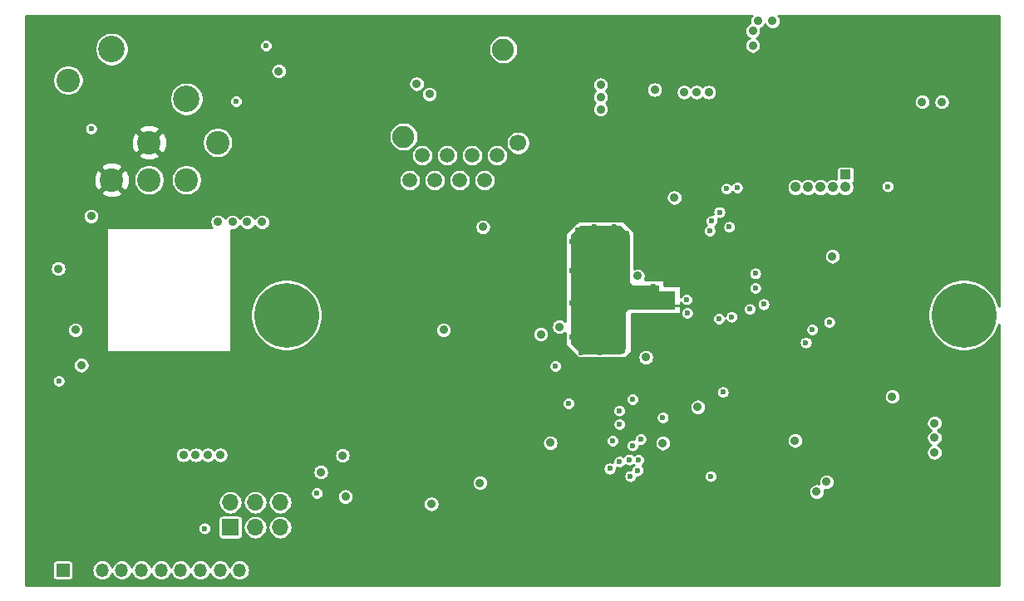
<source format=gbr>
G04 #@! TF.GenerationSoftware,KiCad,Pcbnew,5.1.4+dfsg1-1*
G04 #@! TF.CreationDate,2021-01-01T15:39:33+01:00*
G04 #@! TF.ProjectId,MIDI_FOOTSWITCH,4d494449-5f46-44f4-9f54-535749544348,rev?*
G04 #@! TF.SameCoordinates,PX4c4b400PY1312d00*
G04 #@! TF.FileFunction,Copper,L2,Inr*
G04 #@! TF.FilePolarity,Positive*
%FSLAX46Y46*%
G04 Gerber Fmt 4.6, Leading zero omitted, Abs format (unit mm)*
G04 Created by KiCad (PCBNEW 5.1.4+dfsg1-1) date 2021-01-01 15:39:33*
%MOMM*%
%LPD*%
G04 APERTURE LIST*
%ADD10C,2.700000*%
%ADD11C,2.400000*%
%ADD12C,1.500000*%
%ADD13C,2.250000*%
%ADD14C,1.700000*%
%ADD15R,1.050000X1.050000*%
%ADD16C,1.050000*%
%ADD17C,6.600000*%
%ADD18O,1.350000X1.350000*%
%ADD19R,1.350000X1.350000*%
%ADD20O,1.700000X1.700000*%
%ADD21R,1.700000X1.700000*%
%ADD22C,0.889000*%
%ADD23C,0.600000*%
%ADD24C,1.200000*%
%ADD25C,0.200000*%
%ADD26C,0.254000*%
%ADD27C,0.100000*%
G04 APERTURE END LIST*
D10*
X9190000Y-3860000D03*
D11*
X13000000Y-17200000D03*
X4750000Y-7030000D03*
X13000000Y-13385000D03*
X9190000Y-17200000D03*
X16810000Y-17200000D03*
X19980000Y-13385000D03*
D10*
X16810000Y-8940000D03*
D12*
X48440000Y-14700000D03*
X47170000Y-17240000D03*
X45900000Y-14700000D03*
X44630000Y-17240000D03*
X43360000Y-14700000D03*
X42090000Y-17240000D03*
X40820000Y-14700000D03*
X39550000Y-17240000D03*
D13*
X49080000Y-3900000D03*
X38920000Y-12790000D03*
D14*
X50595000Y-13430400D03*
D15*
X83941760Y-16677600D03*
D16*
X82671760Y-16677600D03*
X81401760Y-16677600D03*
X80131760Y-16677600D03*
X78861760Y-16677600D03*
X82671760Y-17947600D03*
X81401760Y-17947600D03*
X80131760Y-17947600D03*
X78861760Y-17947600D03*
X83941760Y-17947600D03*
D17*
X27000000Y-31000000D03*
X96000000Y-31000000D03*
D18*
X22219999Y-57000000D03*
X20219999Y-57000000D03*
X18219999Y-57000000D03*
X16219999Y-57000000D03*
X14219999Y-57000000D03*
X12219999Y-57000000D03*
X10219999Y-57000000D03*
X8219999Y-57000000D03*
X6219999Y-57000000D03*
D19*
X4219999Y-57000000D03*
D20*
X26355000Y-50085000D03*
X26355000Y-52625000D03*
X23815000Y-50085000D03*
X23815000Y-52625000D03*
X21275000Y-50085000D03*
D21*
X21275000Y-52625000D03*
D22*
X64557900Y-32257900D03*
X16000000Y-49250000D03*
X1500000Y-42250000D03*
X4250000Y-42250000D03*
X5250000Y-44000000D03*
X1500000Y-45750000D03*
X4250000Y-45750000D03*
X25250000Y-39000000D03*
X28750000Y-39000000D03*
X29500000Y-40750000D03*
X25500000Y-42500000D03*
X28500000Y-42500000D03*
X58750000Y-13000000D03*
X58750000Y-14250000D03*
X58750000Y-15500000D03*
X61500000Y-9000000D03*
X38500000Y-48000000D03*
X66450000Y-39800000D03*
X51700000Y-34850000D03*
X54150000Y-29000000D03*
X63400000Y-23400000D03*
D23*
X60366255Y-21937622D03*
X58366255Y-21937621D03*
X61766255Y-25437622D03*
X61666255Y-27837622D03*
X56966255Y-34837622D03*
X58966255Y-34837622D03*
X61266255Y-34637622D03*
X56066255Y-33237621D03*
X61672535Y-30210622D03*
X63866256Y-30037622D03*
X56084536Y-29737622D03*
X56066255Y-26437621D03*
X56084535Y-23537622D03*
X56666255Y-22337621D03*
X61666255Y-22637622D03*
D22*
X68500000Y-19250000D03*
D23*
X70000000Y-26000000D03*
X85462500Y-9500000D03*
X84637500Y-11568750D03*
X84637500Y-9500000D03*
D24*
X85050000Y-10500000D03*
D23*
X85462500Y-11568750D03*
D22*
X90000000Y-6500000D03*
D23*
X92700000Y-6400000D03*
X92700000Y-12200000D03*
D22*
X93600000Y-13400000D03*
X91800000Y-13400000D03*
X84300000Y-13000000D03*
X86000000Y-13500000D03*
X88900000Y-13500000D03*
X93600000Y-15700000D03*
X86200000Y-15700000D03*
X85500000Y-7200000D03*
X85900000Y-4000000D03*
X72900000Y-41200000D03*
X11500000Y-48700000D03*
X49100000Y-48200000D03*
X35700000Y-18600000D03*
X76700000Y-43700000D03*
X82600000Y-29100000D03*
X86500000Y-24900000D03*
X86600000Y-39200000D03*
X7500000Y-28500000D03*
D23*
X87200000Y-50400000D03*
X86100000Y-50000000D03*
X86100000Y-50800000D03*
X89550000Y-48150000D03*
X89550000Y-47100000D03*
X88250000Y-50300000D03*
D22*
X78800000Y-51700000D03*
X77500000Y-8000000D03*
X77500000Y-9500000D03*
X77500000Y-11000000D03*
X75500000Y-12000000D03*
X75000000Y-15000000D03*
X1500000Y-33500000D03*
X6900000Y-39800000D03*
X48600000Y-21300000D03*
D23*
X64400000Y-28100000D03*
D22*
X2000000Y-37100000D03*
X3900000Y-19400000D03*
X27300000Y-15700000D03*
X16250000Y-2000000D03*
X13750000Y-3000000D03*
X17675000Y-5000000D03*
X1750000Y-1750000D03*
D23*
X97100000Y-57500000D03*
D22*
X91950000Y-18225000D03*
X93475000Y-18200000D03*
X93475000Y-20850000D03*
X91925000Y-20850000D03*
X69350000Y-43525000D03*
X69450000Y-44700000D03*
X50300000Y-47775000D03*
X56910000Y-40860000D03*
X58060000Y-40870000D03*
X59080000Y-41760000D03*
X44250000Y-54170000D03*
D23*
X55750000Y-40000000D03*
X74190000Y-30380000D03*
X75600000Y-29884900D03*
X54400000Y-36200000D03*
X67750000Y-29410622D03*
X72093740Y-22000000D03*
D22*
X68883781Y-40365199D03*
X66500000Y-19000000D03*
X91750000Y-9250000D03*
X93750000Y-9250000D03*
X41750000Y-50250000D03*
X46700000Y-48100000D03*
X78800000Y-43800000D03*
X82600000Y-25000000D03*
X88700000Y-39300000D03*
X43000000Y-32500000D03*
X47000000Y-22000000D03*
X62750000Y-27000000D03*
X65325000Y-44050000D03*
X54800000Y-32190000D03*
D23*
X70100000Y-22400000D03*
X30100000Y-49150000D03*
X18650000Y-52750000D03*
X70300000Y-21400000D03*
X71100000Y-20500000D03*
D22*
X82000000Y-48000000D03*
X81000000Y-49000000D03*
X53875000Y-44025000D03*
X59000000Y-7500000D03*
X59000000Y-8750000D03*
X59000000Y-10000000D03*
X40250000Y-7400000D03*
X41550000Y-8450000D03*
D23*
X70210000Y-47430000D03*
X67810000Y-30770000D03*
X63075000Y-43663235D03*
X62250000Y-39575000D03*
X62250000Y-44300000D03*
X60890000Y-40740000D03*
X79900000Y-33800000D03*
X62775000Y-46825000D03*
X62021464Y-47421464D03*
X80560000Y-32480000D03*
X72350000Y-31175000D03*
X62850000Y-45750000D03*
X71050000Y-31350000D03*
X61925000Y-45725000D03*
X60925000Y-45950000D03*
X60925000Y-42125000D03*
X59925000Y-46650000D03*
X60224999Y-43800001D03*
X71450000Y-38850000D03*
X65330000Y-41450000D03*
D22*
X75000000Y-1000000D03*
X76500000Y-1000000D03*
X74500000Y-2000000D03*
X74500000Y-3500000D03*
X16500000Y-45250000D03*
X17750000Y-45250000D03*
X19000000Y-45250000D03*
X20250000Y-45250000D03*
X93000000Y-42000000D03*
X93000000Y-45000000D03*
X93000000Y-43500000D03*
X64500000Y-8000000D03*
X63600000Y-35300000D03*
X52894499Y-32944499D03*
X33000000Y-49500000D03*
X32700000Y-45300000D03*
X30500000Y-47000000D03*
X6100000Y-36100000D03*
D23*
X74750000Y-28250000D03*
X71800000Y-18100000D03*
X7100000Y-12000000D03*
D22*
X7100000Y-20900000D03*
D23*
X74750000Y-26750000D03*
X72896034Y-18003966D03*
D22*
X67500000Y-8250000D03*
X68750000Y-8250000D03*
X70000000Y-8250000D03*
X20000000Y-21500000D03*
X21500000Y-21500000D03*
X23000000Y-21500000D03*
X24500000Y-21500000D03*
X3745533Y-26254467D03*
X5500000Y-32500000D03*
D23*
X24900000Y-3500000D03*
X21875000Y-9175000D03*
D22*
X26200000Y-6100000D03*
D23*
X3800000Y-37700000D03*
X88250000Y-17875000D03*
X82280000Y-31700000D03*
D25*
X68750000Y-30500000D02*
X68750000Y-32500000D01*
X68750000Y-32500000D02*
X68250000Y-33000000D01*
X65300000Y-33000000D02*
X64557900Y-32257900D01*
X68250000Y-33000000D02*
X65300000Y-33000000D01*
D26*
X68287622Y-30037622D02*
X68750000Y-30500000D01*
X63866256Y-30037622D02*
X68287622Y-30037622D01*
D27*
G36*
X61916255Y-22858332D02*
G01*
X61916255Y-27637621D01*
X61917216Y-27647376D01*
X61920061Y-27656755D01*
X61924682Y-27665400D01*
X61930900Y-27672976D01*
X62230900Y-27972976D01*
X62238476Y-27979194D01*
X62247121Y-27983815D01*
X62256500Y-27986660D01*
X62266255Y-27987621D01*
X64850000Y-27987621D01*
X64850000Y-28537621D01*
X64850961Y-28547376D01*
X64853806Y-28556755D01*
X64858427Y-28565400D01*
X64864645Y-28572976D01*
X64872221Y-28579194D01*
X64880866Y-28583815D01*
X64890245Y-28586660D01*
X64900000Y-28587621D01*
X66516256Y-28587622D01*
X66516256Y-30387622D01*
X61766255Y-30387622D01*
X61756500Y-30388583D01*
X61747121Y-30391428D01*
X61738476Y-30396049D01*
X61730900Y-30402267D01*
X61530901Y-30602266D01*
X61524683Y-30609842D01*
X61520062Y-30618487D01*
X61517217Y-30627866D01*
X61516256Y-30637621D01*
X61516256Y-34416912D01*
X61045546Y-34887622D01*
X56986965Y-34887622D01*
X56016255Y-33916912D01*
X56016255Y-22858332D01*
X56986965Y-21887622D01*
X60945545Y-21887622D01*
X61916255Y-22858332D01*
X61916255Y-22858332D01*
G37*
X61916255Y-22858332D02*
X61916255Y-27637621D01*
X61917216Y-27647376D01*
X61920061Y-27656755D01*
X61924682Y-27665400D01*
X61930900Y-27672976D01*
X62230900Y-27972976D01*
X62238476Y-27979194D01*
X62247121Y-27983815D01*
X62256500Y-27986660D01*
X62266255Y-27987621D01*
X64850000Y-27987621D01*
X64850000Y-28537621D01*
X64850961Y-28547376D01*
X64853806Y-28556755D01*
X64858427Y-28565400D01*
X64864645Y-28572976D01*
X64872221Y-28579194D01*
X64880866Y-28583815D01*
X64890245Y-28586660D01*
X64900000Y-28587621D01*
X66516256Y-28587622D01*
X66516256Y-30387622D01*
X61766255Y-30387622D01*
X61756500Y-30388583D01*
X61747121Y-30391428D01*
X61738476Y-30396049D01*
X61730900Y-30402267D01*
X61530901Y-30602266D01*
X61524683Y-30609842D01*
X61520062Y-30618487D01*
X61517217Y-30627866D01*
X61516256Y-30637621D01*
X61516256Y-34416912D01*
X61045546Y-34887622D01*
X56986965Y-34887622D01*
X56016255Y-33916912D01*
X56016255Y-22858332D01*
X56986965Y-21887622D01*
X60945545Y-21887622D01*
X61916255Y-22858332D01*
D26*
G36*
X74358792Y-473775D02*
G01*
X74268452Y-608979D01*
X74206224Y-759211D01*
X74174500Y-918695D01*
X74174500Y-1081305D01*
X74203905Y-1229132D01*
X74108979Y-1268452D01*
X73973775Y-1358792D01*
X73858792Y-1473775D01*
X73768452Y-1608979D01*
X73706224Y-1759211D01*
X73674500Y-1918695D01*
X73674500Y-2081305D01*
X73706224Y-2240789D01*
X73768452Y-2391021D01*
X73858792Y-2526225D01*
X73973775Y-2641208D01*
X74108979Y-2731548D01*
X74153526Y-2750000D01*
X74108979Y-2768452D01*
X73973775Y-2858792D01*
X73858792Y-2973775D01*
X73768452Y-3108979D01*
X73706224Y-3259211D01*
X73674500Y-3418695D01*
X73674500Y-3581305D01*
X73706224Y-3740789D01*
X73768452Y-3891021D01*
X73858792Y-4026225D01*
X73973775Y-4141208D01*
X74108979Y-4231548D01*
X74259211Y-4293776D01*
X74418695Y-4325500D01*
X74581305Y-4325500D01*
X74740789Y-4293776D01*
X74891021Y-4231548D01*
X75026225Y-4141208D01*
X75141208Y-4026225D01*
X75231548Y-3891021D01*
X75293776Y-3740789D01*
X75325500Y-3581305D01*
X75325500Y-3418695D01*
X75293776Y-3259211D01*
X75231548Y-3108979D01*
X75141208Y-2973775D01*
X75026225Y-2858792D01*
X74891021Y-2768452D01*
X74846474Y-2750000D01*
X74891021Y-2731548D01*
X75026225Y-2641208D01*
X75141208Y-2526225D01*
X75231548Y-2391021D01*
X75293776Y-2240789D01*
X75325500Y-2081305D01*
X75325500Y-1918695D01*
X75296095Y-1770868D01*
X75391021Y-1731548D01*
X75526225Y-1641208D01*
X75641208Y-1526225D01*
X75731548Y-1391021D01*
X75750000Y-1346474D01*
X75768452Y-1391021D01*
X75858792Y-1526225D01*
X75973775Y-1641208D01*
X76108979Y-1731548D01*
X76259211Y-1793776D01*
X76418695Y-1825500D01*
X76581305Y-1825500D01*
X76740789Y-1793776D01*
X76891021Y-1731548D01*
X77026225Y-1641208D01*
X77141208Y-1526225D01*
X77231548Y-1391021D01*
X77293776Y-1240789D01*
X77325500Y-1081305D01*
X77325500Y-918695D01*
X77293776Y-759211D01*
X77231548Y-608979D01*
X77141208Y-473775D01*
X77098433Y-431000D01*
X99569001Y-431000D01*
X99569000Y-30074395D01*
X99539541Y-29926292D01*
X99262060Y-29256393D01*
X98859220Y-28653499D01*
X98346501Y-28140780D01*
X97743607Y-27737940D01*
X97073708Y-27460459D01*
X96362547Y-27319000D01*
X95637453Y-27319000D01*
X94926292Y-27460459D01*
X94256393Y-27737940D01*
X93653499Y-28140780D01*
X93140780Y-28653499D01*
X92737940Y-29256393D01*
X92460459Y-29926292D01*
X92319000Y-30637453D01*
X92319000Y-31362547D01*
X92460459Y-32073708D01*
X92737940Y-32743607D01*
X93140780Y-33346501D01*
X93653499Y-33859220D01*
X94256393Y-34262060D01*
X94926292Y-34539541D01*
X95637453Y-34681000D01*
X96362547Y-34681000D01*
X97073708Y-34539541D01*
X97743607Y-34262060D01*
X98346501Y-33859220D01*
X98859220Y-33346501D01*
X99262060Y-32743607D01*
X99539541Y-32073708D01*
X99569000Y-31925606D01*
X99569000Y-58569000D01*
X431000Y-58569000D01*
X431000Y-56325000D01*
X3162156Y-56325000D01*
X3162156Y-57675000D01*
X3169512Y-57749689D01*
X3191298Y-57821508D01*
X3226677Y-57887696D01*
X3274288Y-57945711D01*
X3332303Y-57993322D01*
X3398491Y-58028701D01*
X3470310Y-58050487D01*
X3544999Y-58057843D01*
X4894999Y-58057843D01*
X4969688Y-58050487D01*
X5041507Y-58028701D01*
X5107695Y-57993322D01*
X5165710Y-57945711D01*
X5213321Y-57887696D01*
X5248700Y-57821508D01*
X5270486Y-57749689D01*
X5277842Y-57675000D01*
X5277842Y-57000000D01*
X7158890Y-57000000D01*
X7179279Y-57207012D01*
X7239662Y-57406069D01*
X7337719Y-57589521D01*
X7469682Y-57750317D01*
X7630478Y-57882280D01*
X7813930Y-57980337D01*
X8012987Y-58040720D01*
X8168127Y-58056000D01*
X8271871Y-58056000D01*
X8427011Y-58040720D01*
X8626068Y-57980337D01*
X8809520Y-57882280D01*
X8970316Y-57750317D01*
X9102279Y-57589521D01*
X9200336Y-57406069D01*
X9219999Y-57341248D01*
X9239662Y-57406069D01*
X9337719Y-57589521D01*
X9469682Y-57750317D01*
X9630478Y-57882280D01*
X9813930Y-57980337D01*
X10012987Y-58040720D01*
X10168127Y-58056000D01*
X10271871Y-58056000D01*
X10427011Y-58040720D01*
X10626068Y-57980337D01*
X10809520Y-57882280D01*
X10970316Y-57750317D01*
X11102279Y-57589521D01*
X11200336Y-57406069D01*
X11219999Y-57341248D01*
X11239662Y-57406069D01*
X11337719Y-57589521D01*
X11469682Y-57750317D01*
X11630478Y-57882280D01*
X11813930Y-57980337D01*
X12012987Y-58040720D01*
X12168127Y-58056000D01*
X12271871Y-58056000D01*
X12427011Y-58040720D01*
X12626068Y-57980337D01*
X12809520Y-57882280D01*
X12970316Y-57750317D01*
X13102279Y-57589521D01*
X13200336Y-57406069D01*
X13219999Y-57341248D01*
X13239662Y-57406069D01*
X13337719Y-57589521D01*
X13469682Y-57750317D01*
X13630478Y-57882280D01*
X13813930Y-57980337D01*
X14012987Y-58040720D01*
X14168127Y-58056000D01*
X14271871Y-58056000D01*
X14427011Y-58040720D01*
X14626068Y-57980337D01*
X14809520Y-57882280D01*
X14970316Y-57750317D01*
X15102279Y-57589521D01*
X15200336Y-57406069D01*
X15219999Y-57341248D01*
X15239662Y-57406069D01*
X15337719Y-57589521D01*
X15469682Y-57750317D01*
X15630478Y-57882280D01*
X15813930Y-57980337D01*
X16012987Y-58040720D01*
X16168127Y-58056000D01*
X16271871Y-58056000D01*
X16427011Y-58040720D01*
X16626068Y-57980337D01*
X16809520Y-57882280D01*
X16970316Y-57750317D01*
X17102279Y-57589521D01*
X17200336Y-57406069D01*
X17219999Y-57341248D01*
X17239662Y-57406069D01*
X17337719Y-57589521D01*
X17469682Y-57750317D01*
X17630478Y-57882280D01*
X17813930Y-57980337D01*
X18012987Y-58040720D01*
X18168127Y-58056000D01*
X18271871Y-58056000D01*
X18427011Y-58040720D01*
X18626068Y-57980337D01*
X18809520Y-57882280D01*
X18970316Y-57750317D01*
X19102279Y-57589521D01*
X19200336Y-57406069D01*
X19219999Y-57341248D01*
X19239662Y-57406069D01*
X19337719Y-57589521D01*
X19469682Y-57750317D01*
X19630478Y-57882280D01*
X19813930Y-57980337D01*
X20012987Y-58040720D01*
X20168127Y-58056000D01*
X20271871Y-58056000D01*
X20427011Y-58040720D01*
X20626068Y-57980337D01*
X20809520Y-57882280D01*
X20970316Y-57750317D01*
X21102279Y-57589521D01*
X21200336Y-57406069D01*
X21219999Y-57341248D01*
X21239662Y-57406069D01*
X21337719Y-57589521D01*
X21469682Y-57750317D01*
X21630478Y-57882280D01*
X21813930Y-57980337D01*
X22012987Y-58040720D01*
X22168127Y-58056000D01*
X22271871Y-58056000D01*
X22427011Y-58040720D01*
X22626068Y-57980337D01*
X22809520Y-57882280D01*
X22970316Y-57750317D01*
X23102279Y-57589521D01*
X23200336Y-57406069D01*
X23260719Y-57207012D01*
X23281108Y-57000000D01*
X23260719Y-56792988D01*
X23200336Y-56593931D01*
X23102279Y-56410479D01*
X22970316Y-56249683D01*
X22809520Y-56117720D01*
X22626068Y-56019663D01*
X22427011Y-55959280D01*
X22271871Y-55944000D01*
X22168127Y-55944000D01*
X22012987Y-55959280D01*
X21813930Y-56019663D01*
X21630478Y-56117720D01*
X21469682Y-56249683D01*
X21337719Y-56410479D01*
X21239662Y-56593931D01*
X21219999Y-56658752D01*
X21200336Y-56593931D01*
X21102279Y-56410479D01*
X20970316Y-56249683D01*
X20809520Y-56117720D01*
X20626068Y-56019663D01*
X20427011Y-55959280D01*
X20271871Y-55944000D01*
X20168127Y-55944000D01*
X20012987Y-55959280D01*
X19813930Y-56019663D01*
X19630478Y-56117720D01*
X19469682Y-56249683D01*
X19337719Y-56410479D01*
X19239662Y-56593931D01*
X19219999Y-56658752D01*
X19200336Y-56593931D01*
X19102279Y-56410479D01*
X18970316Y-56249683D01*
X18809520Y-56117720D01*
X18626068Y-56019663D01*
X18427011Y-55959280D01*
X18271871Y-55944000D01*
X18168127Y-55944000D01*
X18012987Y-55959280D01*
X17813930Y-56019663D01*
X17630478Y-56117720D01*
X17469682Y-56249683D01*
X17337719Y-56410479D01*
X17239662Y-56593931D01*
X17219999Y-56658752D01*
X17200336Y-56593931D01*
X17102279Y-56410479D01*
X16970316Y-56249683D01*
X16809520Y-56117720D01*
X16626068Y-56019663D01*
X16427011Y-55959280D01*
X16271871Y-55944000D01*
X16168127Y-55944000D01*
X16012987Y-55959280D01*
X15813930Y-56019663D01*
X15630478Y-56117720D01*
X15469682Y-56249683D01*
X15337719Y-56410479D01*
X15239662Y-56593931D01*
X15219999Y-56658752D01*
X15200336Y-56593931D01*
X15102279Y-56410479D01*
X14970316Y-56249683D01*
X14809520Y-56117720D01*
X14626068Y-56019663D01*
X14427011Y-55959280D01*
X14271871Y-55944000D01*
X14168127Y-55944000D01*
X14012987Y-55959280D01*
X13813930Y-56019663D01*
X13630478Y-56117720D01*
X13469682Y-56249683D01*
X13337719Y-56410479D01*
X13239662Y-56593931D01*
X13219999Y-56658752D01*
X13200336Y-56593931D01*
X13102279Y-56410479D01*
X12970316Y-56249683D01*
X12809520Y-56117720D01*
X12626068Y-56019663D01*
X12427011Y-55959280D01*
X12271871Y-55944000D01*
X12168127Y-55944000D01*
X12012987Y-55959280D01*
X11813930Y-56019663D01*
X11630478Y-56117720D01*
X11469682Y-56249683D01*
X11337719Y-56410479D01*
X11239662Y-56593931D01*
X11219999Y-56658752D01*
X11200336Y-56593931D01*
X11102279Y-56410479D01*
X10970316Y-56249683D01*
X10809520Y-56117720D01*
X10626068Y-56019663D01*
X10427011Y-55959280D01*
X10271871Y-55944000D01*
X10168127Y-55944000D01*
X10012987Y-55959280D01*
X9813930Y-56019663D01*
X9630478Y-56117720D01*
X9469682Y-56249683D01*
X9337719Y-56410479D01*
X9239662Y-56593931D01*
X9219999Y-56658752D01*
X9200336Y-56593931D01*
X9102279Y-56410479D01*
X8970316Y-56249683D01*
X8809520Y-56117720D01*
X8626068Y-56019663D01*
X8427011Y-55959280D01*
X8271871Y-55944000D01*
X8168127Y-55944000D01*
X8012987Y-55959280D01*
X7813930Y-56019663D01*
X7630478Y-56117720D01*
X7469682Y-56249683D01*
X7337719Y-56410479D01*
X7239662Y-56593931D01*
X7179279Y-56792988D01*
X7158890Y-57000000D01*
X5277842Y-57000000D01*
X5277842Y-56325000D01*
X5270486Y-56250311D01*
X5248700Y-56178492D01*
X5213321Y-56112304D01*
X5165710Y-56054289D01*
X5107695Y-56006678D01*
X5041507Y-55971299D01*
X4969688Y-55949513D01*
X4894999Y-55942157D01*
X3544999Y-55942157D01*
X3470310Y-55949513D01*
X3398491Y-55971299D01*
X3332303Y-56006678D01*
X3274288Y-56054289D01*
X3226677Y-56112304D01*
X3191298Y-56178492D01*
X3169512Y-56250311D01*
X3162156Y-56325000D01*
X431000Y-56325000D01*
X431000Y-52682927D01*
X17969000Y-52682927D01*
X17969000Y-52817073D01*
X17995171Y-52948640D01*
X18046506Y-53072574D01*
X18121033Y-53184112D01*
X18215888Y-53278967D01*
X18327426Y-53353494D01*
X18451360Y-53404829D01*
X18582927Y-53431000D01*
X18717073Y-53431000D01*
X18848640Y-53404829D01*
X18972574Y-53353494D01*
X19084112Y-53278967D01*
X19178967Y-53184112D01*
X19253494Y-53072574D01*
X19304829Y-52948640D01*
X19331000Y-52817073D01*
X19331000Y-52682927D01*
X19304829Y-52551360D01*
X19253494Y-52427426D01*
X19178967Y-52315888D01*
X19084112Y-52221033D01*
X18972574Y-52146506D01*
X18848640Y-52095171D01*
X18717073Y-52069000D01*
X18582927Y-52069000D01*
X18451360Y-52095171D01*
X18327426Y-52146506D01*
X18215888Y-52221033D01*
X18121033Y-52315888D01*
X18046506Y-52427426D01*
X17995171Y-52551360D01*
X17969000Y-52682927D01*
X431000Y-52682927D01*
X431000Y-51775000D01*
X20042157Y-51775000D01*
X20042157Y-53475000D01*
X20049513Y-53549689D01*
X20071299Y-53621508D01*
X20106678Y-53687696D01*
X20154289Y-53745711D01*
X20212304Y-53793322D01*
X20278492Y-53828701D01*
X20350311Y-53850487D01*
X20425000Y-53857843D01*
X22125000Y-53857843D01*
X22199689Y-53850487D01*
X22271508Y-53828701D01*
X22337696Y-53793322D01*
X22395711Y-53745711D01*
X22443322Y-53687696D01*
X22478701Y-53621508D01*
X22500487Y-53549689D01*
X22507843Y-53475000D01*
X22507843Y-52625000D01*
X22578044Y-52625000D01*
X22601812Y-52866318D01*
X22672202Y-53098363D01*
X22786509Y-53312216D01*
X22940340Y-53499660D01*
X23127784Y-53653491D01*
X23341637Y-53767798D01*
X23573682Y-53838188D01*
X23754528Y-53856000D01*
X23875472Y-53856000D01*
X24056318Y-53838188D01*
X24288363Y-53767798D01*
X24502216Y-53653491D01*
X24689660Y-53499660D01*
X24843491Y-53312216D01*
X24957798Y-53098363D01*
X25028188Y-52866318D01*
X25051956Y-52625000D01*
X25118044Y-52625000D01*
X25141812Y-52866318D01*
X25212202Y-53098363D01*
X25326509Y-53312216D01*
X25480340Y-53499660D01*
X25667784Y-53653491D01*
X25881637Y-53767798D01*
X26113682Y-53838188D01*
X26294528Y-53856000D01*
X26415472Y-53856000D01*
X26596318Y-53838188D01*
X26828363Y-53767798D01*
X27042216Y-53653491D01*
X27229660Y-53499660D01*
X27383491Y-53312216D01*
X27497798Y-53098363D01*
X27568188Y-52866318D01*
X27591956Y-52625000D01*
X27568188Y-52383682D01*
X27497798Y-52151637D01*
X27383491Y-51937784D01*
X27229660Y-51750340D01*
X27042216Y-51596509D01*
X26828363Y-51482202D01*
X26596318Y-51411812D01*
X26415472Y-51394000D01*
X26294528Y-51394000D01*
X26113682Y-51411812D01*
X25881637Y-51482202D01*
X25667784Y-51596509D01*
X25480340Y-51750340D01*
X25326509Y-51937784D01*
X25212202Y-52151637D01*
X25141812Y-52383682D01*
X25118044Y-52625000D01*
X25051956Y-52625000D01*
X25028188Y-52383682D01*
X24957798Y-52151637D01*
X24843491Y-51937784D01*
X24689660Y-51750340D01*
X24502216Y-51596509D01*
X24288363Y-51482202D01*
X24056318Y-51411812D01*
X23875472Y-51394000D01*
X23754528Y-51394000D01*
X23573682Y-51411812D01*
X23341637Y-51482202D01*
X23127784Y-51596509D01*
X22940340Y-51750340D01*
X22786509Y-51937784D01*
X22672202Y-52151637D01*
X22601812Y-52383682D01*
X22578044Y-52625000D01*
X22507843Y-52625000D01*
X22507843Y-51775000D01*
X22500487Y-51700311D01*
X22478701Y-51628492D01*
X22443322Y-51562304D01*
X22395711Y-51504289D01*
X22337696Y-51456678D01*
X22271508Y-51421299D01*
X22199689Y-51399513D01*
X22125000Y-51392157D01*
X20425000Y-51392157D01*
X20350311Y-51399513D01*
X20278492Y-51421299D01*
X20212304Y-51456678D01*
X20154289Y-51504289D01*
X20106678Y-51562304D01*
X20071299Y-51628492D01*
X20049513Y-51700311D01*
X20042157Y-51775000D01*
X431000Y-51775000D01*
X431000Y-50085000D01*
X20038044Y-50085000D01*
X20061812Y-50326318D01*
X20132202Y-50558363D01*
X20246509Y-50772216D01*
X20400340Y-50959660D01*
X20587784Y-51113491D01*
X20801637Y-51227798D01*
X21033682Y-51298188D01*
X21214528Y-51316000D01*
X21335472Y-51316000D01*
X21516318Y-51298188D01*
X21748363Y-51227798D01*
X21962216Y-51113491D01*
X22149660Y-50959660D01*
X22303491Y-50772216D01*
X22417798Y-50558363D01*
X22488188Y-50326318D01*
X22511956Y-50085000D01*
X22578044Y-50085000D01*
X22601812Y-50326318D01*
X22672202Y-50558363D01*
X22786509Y-50772216D01*
X22940340Y-50959660D01*
X23127784Y-51113491D01*
X23341637Y-51227798D01*
X23573682Y-51298188D01*
X23754528Y-51316000D01*
X23875472Y-51316000D01*
X24056318Y-51298188D01*
X24288363Y-51227798D01*
X24502216Y-51113491D01*
X24689660Y-50959660D01*
X24843491Y-50772216D01*
X24957798Y-50558363D01*
X25028188Y-50326318D01*
X25051956Y-50085000D01*
X25118044Y-50085000D01*
X25141812Y-50326318D01*
X25212202Y-50558363D01*
X25326509Y-50772216D01*
X25480340Y-50959660D01*
X25667784Y-51113491D01*
X25881637Y-51227798D01*
X26113682Y-51298188D01*
X26294528Y-51316000D01*
X26415472Y-51316000D01*
X26596318Y-51298188D01*
X26828363Y-51227798D01*
X27042216Y-51113491D01*
X27229660Y-50959660D01*
X27383491Y-50772216D01*
X27497798Y-50558363D01*
X27568188Y-50326318D01*
X27591956Y-50085000D01*
X27568188Y-49843682D01*
X27497798Y-49611637D01*
X27383491Y-49397784D01*
X27229660Y-49210340D01*
X27074407Y-49082927D01*
X29419000Y-49082927D01*
X29419000Y-49217073D01*
X29445171Y-49348640D01*
X29496506Y-49472574D01*
X29571033Y-49584112D01*
X29665888Y-49678967D01*
X29777426Y-49753494D01*
X29901360Y-49804829D01*
X30032927Y-49831000D01*
X30167073Y-49831000D01*
X30298640Y-49804829D01*
X30422574Y-49753494D01*
X30534112Y-49678967D01*
X30628967Y-49584112D01*
X30703494Y-49472574D01*
X30725811Y-49418695D01*
X32174500Y-49418695D01*
X32174500Y-49581305D01*
X32206224Y-49740789D01*
X32268452Y-49891021D01*
X32358792Y-50026225D01*
X32473775Y-50141208D01*
X32608979Y-50231548D01*
X32759211Y-50293776D01*
X32918695Y-50325500D01*
X33081305Y-50325500D01*
X33240789Y-50293776D01*
X33391021Y-50231548D01*
X33485087Y-50168695D01*
X40924500Y-50168695D01*
X40924500Y-50331305D01*
X40956224Y-50490789D01*
X41018452Y-50641021D01*
X41108792Y-50776225D01*
X41223775Y-50891208D01*
X41358979Y-50981548D01*
X41509211Y-51043776D01*
X41668695Y-51075500D01*
X41831305Y-51075500D01*
X41990789Y-51043776D01*
X42141021Y-50981548D01*
X42276225Y-50891208D01*
X42391208Y-50776225D01*
X42481548Y-50641021D01*
X42543776Y-50490789D01*
X42575500Y-50331305D01*
X42575500Y-50168695D01*
X42543776Y-50009211D01*
X42481548Y-49858979D01*
X42391208Y-49723775D01*
X42276225Y-49608792D01*
X42141021Y-49518452D01*
X41990789Y-49456224D01*
X41831305Y-49424500D01*
X41668695Y-49424500D01*
X41509211Y-49456224D01*
X41358979Y-49518452D01*
X41223775Y-49608792D01*
X41108792Y-49723775D01*
X41018452Y-49858979D01*
X40956224Y-50009211D01*
X40924500Y-50168695D01*
X33485087Y-50168695D01*
X33526225Y-50141208D01*
X33641208Y-50026225D01*
X33731548Y-49891021D01*
X33793776Y-49740789D01*
X33825500Y-49581305D01*
X33825500Y-49418695D01*
X33793776Y-49259211D01*
X33731548Y-49108979D01*
X33641208Y-48973775D01*
X33526225Y-48858792D01*
X33391021Y-48768452D01*
X33240789Y-48706224D01*
X33081305Y-48674500D01*
X32918695Y-48674500D01*
X32759211Y-48706224D01*
X32608979Y-48768452D01*
X32473775Y-48858792D01*
X32358792Y-48973775D01*
X32268452Y-49108979D01*
X32206224Y-49259211D01*
X32174500Y-49418695D01*
X30725811Y-49418695D01*
X30754829Y-49348640D01*
X30781000Y-49217073D01*
X30781000Y-49082927D01*
X30754829Y-48951360D01*
X30703494Y-48827426D01*
X30628967Y-48715888D01*
X30534112Y-48621033D01*
X30422574Y-48546506D01*
X30298640Y-48495171D01*
X30167073Y-48469000D01*
X30032927Y-48469000D01*
X29901360Y-48495171D01*
X29777426Y-48546506D01*
X29665888Y-48621033D01*
X29571033Y-48715888D01*
X29496506Y-48827426D01*
X29445171Y-48951360D01*
X29419000Y-49082927D01*
X27074407Y-49082927D01*
X27042216Y-49056509D01*
X26828363Y-48942202D01*
X26596318Y-48871812D01*
X26415472Y-48854000D01*
X26294528Y-48854000D01*
X26113682Y-48871812D01*
X25881637Y-48942202D01*
X25667784Y-49056509D01*
X25480340Y-49210340D01*
X25326509Y-49397784D01*
X25212202Y-49611637D01*
X25141812Y-49843682D01*
X25118044Y-50085000D01*
X25051956Y-50085000D01*
X25028188Y-49843682D01*
X24957798Y-49611637D01*
X24843491Y-49397784D01*
X24689660Y-49210340D01*
X24502216Y-49056509D01*
X24288363Y-48942202D01*
X24056318Y-48871812D01*
X23875472Y-48854000D01*
X23754528Y-48854000D01*
X23573682Y-48871812D01*
X23341637Y-48942202D01*
X23127784Y-49056509D01*
X22940340Y-49210340D01*
X22786509Y-49397784D01*
X22672202Y-49611637D01*
X22601812Y-49843682D01*
X22578044Y-50085000D01*
X22511956Y-50085000D01*
X22488188Y-49843682D01*
X22417798Y-49611637D01*
X22303491Y-49397784D01*
X22149660Y-49210340D01*
X21962216Y-49056509D01*
X21748363Y-48942202D01*
X21516318Y-48871812D01*
X21335472Y-48854000D01*
X21214528Y-48854000D01*
X21033682Y-48871812D01*
X20801637Y-48942202D01*
X20587784Y-49056509D01*
X20400340Y-49210340D01*
X20246509Y-49397784D01*
X20132202Y-49611637D01*
X20061812Y-49843682D01*
X20038044Y-50085000D01*
X431000Y-50085000D01*
X431000Y-48018695D01*
X45874500Y-48018695D01*
X45874500Y-48181305D01*
X45906224Y-48340789D01*
X45968452Y-48491021D01*
X46058792Y-48626225D01*
X46173775Y-48741208D01*
X46308979Y-48831548D01*
X46459211Y-48893776D01*
X46618695Y-48925500D01*
X46781305Y-48925500D01*
X46815515Y-48918695D01*
X80174500Y-48918695D01*
X80174500Y-49081305D01*
X80206224Y-49240789D01*
X80268452Y-49391021D01*
X80358792Y-49526225D01*
X80473775Y-49641208D01*
X80608979Y-49731548D01*
X80759211Y-49793776D01*
X80918695Y-49825500D01*
X81081305Y-49825500D01*
X81240789Y-49793776D01*
X81391021Y-49731548D01*
X81526225Y-49641208D01*
X81641208Y-49526225D01*
X81731548Y-49391021D01*
X81793776Y-49240789D01*
X81825500Y-49081305D01*
X81825500Y-48918695D01*
X81802359Y-48802359D01*
X81918695Y-48825500D01*
X82081305Y-48825500D01*
X82240789Y-48793776D01*
X82391021Y-48731548D01*
X82526225Y-48641208D01*
X82641208Y-48526225D01*
X82731548Y-48391021D01*
X82793776Y-48240789D01*
X82825500Y-48081305D01*
X82825500Y-47918695D01*
X82793776Y-47759211D01*
X82731548Y-47608979D01*
X82641208Y-47473775D01*
X82526225Y-47358792D01*
X82391021Y-47268452D01*
X82240789Y-47206224D01*
X82081305Y-47174500D01*
X81918695Y-47174500D01*
X81759211Y-47206224D01*
X81608979Y-47268452D01*
X81473775Y-47358792D01*
X81358792Y-47473775D01*
X81268452Y-47608979D01*
X81206224Y-47759211D01*
X81174500Y-47918695D01*
X81174500Y-48081305D01*
X81197641Y-48197641D01*
X81081305Y-48174500D01*
X80918695Y-48174500D01*
X80759211Y-48206224D01*
X80608979Y-48268452D01*
X80473775Y-48358792D01*
X80358792Y-48473775D01*
X80268452Y-48608979D01*
X80206224Y-48759211D01*
X80174500Y-48918695D01*
X46815515Y-48918695D01*
X46940789Y-48893776D01*
X47091021Y-48831548D01*
X47226225Y-48741208D01*
X47341208Y-48626225D01*
X47431548Y-48491021D01*
X47493776Y-48340789D01*
X47525500Y-48181305D01*
X47525500Y-48018695D01*
X47493776Y-47859211D01*
X47431548Y-47708979D01*
X47341208Y-47573775D01*
X47226225Y-47458792D01*
X47091021Y-47368452D01*
X46940789Y-47306224D01*
X46781305Y-47274500D01*
X46618695Y-47274500D01*
X46459211Y-47306224D01*
X46308979Y-47368452D01*
X46173775Y-47458792D01*
X46058792Y-47573775D01*
X45968452Y-47708979D01*
X45906224Y-47859211D01*
X45874500Y-48018695D01*
X431000Y-48018695D01*
X431000Y-46918695D01*
X29674500Y-46918695D01*
X29674500Y-47081305D01*
X29706224Y-47240789D01*
X29768452Y-47391021D01*
X29858792Y-47526225D01*
X29973775Y-47641208D01*
X30108979Y-47731548D01*
X30259211Y-47793776D01*
X30418695Y-47825500D01*
X30581305Y-47825500D01*
X30740789Y-47793776D01*
X30891021Y-47731548D01*
X31026225Y-47641208D01*
X31141208Y-47526225D01*
X31231548Y-47391021D01*
X31293776Y-47240789D01*
X31325500Y-47081305D01*
X31325500Y-46918695D01*
X31293776Y-46759211D01*
X31231548Y-46608979D01*
X31214141Y-46582927D01*
X59244000Y-46582927D01*
X59244000Y-46717073D01*
X59270171Y-46848640D01*
X59321506Y-46972574D01*
X59396033Y-47084112D01*
X59490888Y-47178967D01*
X59602426Y-47253494D01*
X59726360Y-47304829D01*
X59857927Y-47331000D01*
X59992073Y-47331000D01*
X60123640Y-47304829D01*
X60247574Y-47253494D01*
X60359112Y-47178967D01*
X60453967Y-47084112D01*
X60528494Y-46972574D01*
X60579829Y-46848640D01*
X60606000Y-46717073D01*
X60606000Y-46582927D01*
X60599796Y-46551736D01*
X60602426Y-46553494D01*
X60726360Y-46604829D01*
X60857927Y-46631000D01*
X60992073Y-46631000D01*
X61123640Y-46604829D01*
X61247574Y-46553494D01*
X61359112Y-46478967D01*
X61453967Y-46384112D01*
X61525482Y-46277082D01*
X61602426Y-46328494D01*
X61726360Y-46379829D01*
X61857927Y-46406000D01*
X61992073Y-46406000D01*
X62123640Y-46379829D01*
X62247574Y-46328494D01*
X62359112Y-46253967D01*
X62375000Y-46238079D01*
X62396078Y-46259157D01*
X62340888Y-46296033D01*
X62246033Y-46390888D01*
X62171506Y-46502426D01*
X62120171Y-46626360D01*
X62097134Y-46742174D01*
X62088537Y-46740464D01*
X61954391Y-46740464D01*
X61822824Y-46766635D01*
X61698890Y-46817970D01*
X61587352Y-46892497D01*
X61492497Y-46987352D01*
X61417970Y-47098890D01*
X61366635Y-47222824D01*
X61340464Y-47354391D01*
X61340464Y-47488537D01*
X61366635Y-47620104D01*
X61417970Y-47744038D01*
X61492497Y-47855576D01*
X61587352Y-47950431D01*
X61698890Y-48024958D01*
X61822824Y-48076293D01*
X61954391Y-48102464D01*
X62088537Y-48102464D01*
X62220104Y-48076293D01*
X62344038Y-48024958D01*
X62455576Y-47950431D01*
X62550431Y-47855576D01*
X62624958Y-47744038D01*
X62676293Y-47620104D01*
X62699330Y-47504290D01*
X62707927Y-47506000D01*
X62842073Y-47506000D01*
X62973640Y-47479829D01*
X63097574Y-47428494D01*
X63195702Y-47362927D01*
X69529000Y-47362927D01*
X69529000Y-47497073D01*
X69555171Y-47628640D01*
X69606506Y-47752574D01*
X69681033Y-47864112D01*
X69775888Y-47958967D01*
X69887426Y-48033494D01*
X70011360Y-48084829D01*
X70142927Y-48111000D01*
X70277073Y-48111000D01*
X70408640Y-48084829D01*
X70532574Y-48033494D01*
X70644112Y-47958967D01*
X70738967Y-47864112D01*
X70813494Y-47752574D01*
X70864829Y-47628640D01*
X70891000Y-47497073D01*
X70891000Y-47362927D01*
X70864829Y-47231360D01*
X70813494Y-47107426D01*
X70738967Y-46995888D01*
X70644112Y-46901033D01*
X70532574Y-46826506D01*
X70408640Y-46775171D01*
X70277073Y-46749000D01*
X70142927Y-46749000D01*
X70011360Y-46775171D01*
X69887426Y-46826506D01*
X69775888Y-46901033D01*
X69681033Y-46995888D01*
X69606506Y-47107426D01*
X69555171Y-47231360D01*
X69529000Y-47362927D01*
X63195702Y-47362927D01*
X63209112Y-47353967D01*
X63303967Y-47259112D01*
X63378494Y-47147574D01*
X63429829Y-47023640D01*
X63456000Y-46892073D01*
X63456000Y-46757927D01*
X63429829Y-46626360D01*
X63378494Y-46502426D01*
X63303967Y-46390888D01*
X63228922Y-46315843D01*
X63284112Y-46278967D01*
X63378967Y-46184112D01*
X63453494Y-46072574D01*
X63504829Y-45948640D01*
X63531000Y-45817073D01*
X63531000Y-45682927D01*
X63504829Y-45551360D01*
X63453494Y-45427426D01*
X63378967Y-45315888D01*
X63284112Y-45221033D01*
X63172574Y-45146506D01*
X63048640Y-45095171D01*
X62917073Y-45069000D01*
X62782927Y-45069000D01*
X62651360Y-45095171D01*
X62527426Y-45146506D01*
X62415888Y-45221033D01*
X62400000Y-45236921D01*
X62359112Y-45196033D01*
X62247574Y-45121506D01*
X62123640Y-45070171D01*
X61992073Y-45044000D01*
X61857927Y-45044000D01*
X61726360Y-45070171D01*
X61602426Y-45121506D01*
X61490888Y-45196033D01*
X61396033Y-45290888D01*
X61324518Y-45397918D01*
X61247574Y-45346506D01*
X61123640Y-45295171D01*
X60992073Y-45269000D01*
X60857927Y-45269000D01*
X60726360Y-45295171D01*
X60602426Y-45346506D01*
X60490888Y-45421033D01*
X60396033Y-45515888D01*
X60321506Y-45627426D01*
X60270171Y-45751360D01*
X60244000Y-45882927D01*
X60244000Y-46017073D01*
X60250204Y-46048264D01*
X60247574Y-46046506D01*
X60123640Y-45995171D01*
X59992073Y-45969000D01*
X59857927Y-45969000D01*
X59726360Y-45995171D01*
X59602426Y-46046506D01*
X59490888Y-46121033D01*
X59396033Y-46215888D01*
X59321506Y-46327426D01*
X59270171Y-46451360D01*
X59244000Y-46582927D01*
X31214141Y-46582927D01*
X31141208Y-46473775D01*
X31026225Y-46358792D01*
X30891021Y-46268452D01*
X30740789Y-46206224D01*
X30581305Y-46174500D01*
X30418695Y-46174500D01*
X30259211Y-46206224D01*
X30108979Y-46268452D01*
X29973775Y-46358792D01*
X29858792Y-46473775D01*
X29768452Y-46608979D01*
X29706224Y-46759211D01*
X29674500Y-46918695D01*
X431000Y-46918695D01*
X431000Y-45168695D01*
X15674500Y-45168695D01*
X15674500Y-45331305D01*
X15706224Y-45490789D01*
X15768452Y-45641021D01*
X15858792Y-45776225D01*
X15973775Y-45891208D01*
X16108979Y-45981548D01*
X16259211Y-46043776D01*
X16418695Y-46075500D01*
X16581305Y-46075500D01*
X16740789Y-46043776D01*
X16891021Y-45981548D01*
X17026225Y-45891208D01*
X17125000Y-45792433D01*
X17223775Y-45891208D01*
X17358979Y-45981548D01*
X17509211Y-46043776D01*
X17668695Y-46075500D01*
X17831305Y-46075500D01*
X17990789Y-46043776D01*
X18141021Y-45981548D01*
X18276225Y-45891208D01*
X18375000Y-45792433D01*
X18473775Y-45891208D01*
X18608979Y-45981548D01*
X18759211Y-46043776D01*
X18918695Y-46075500D01*
X19081305Y-46075500D01*
X19240789Y-46043776D01*
X19391021Y-45981548D01*
X19526225Y-45891208D01*
X19625000Y-45792433D01*
X19723775Y-45891208D01*
X19858979Y-45981548D01*
X20009211Y-46043776D01*
X20168695Y-46075500D01*
X20331305Y-46075500D01*
X20490789Y-46043776D01*
X20641021Y-45981548D01*
X20776225Y-45891208D01*
X20891208Y-45776225D01*
X20981548Y-45641021D01*
X21043776Y-45490789D01*
X21075500Y-45331305D01*
X21075500Y-45218695D01*
X31874500Y-45218695D01*
X31874500Y-45381305D01*
X31906224Y-45540789D01*
X31968452Y-45691021D01*
X32058792Y-45826225D01*
X32173775Y-45941208D01*
X32308979Y-46031548D01*
X32459211Y-46093776D01*
X32618695Y-46125500D01*
X32781305Y-46125500D01*
X32940789Y-46093776D01*
X33091021Y-46031548D01*
X33226225Y-45941208D01*
X33341208Y-45826225D01*
X33431548Y-45691021D01*
X33493776Y-45540789D01*
X33525500Y-45381305D01*
X33525500Y-45218695D01*
X33493776Y-45059211D01*
X33431548Y-44908979D01*
X33341208Y-44773775D01*
X33226225Y-44658792D01*
X33091021Y-44568452D01*
X32940789Y-44506224D01*
X32781305Y-44474500D01*
X32618695Y-44474500D01*
X32459211Y-44506224D01*
X32308979Y-44568452D01*
X32173775Y-44658792D01*
X32058792Y-44773775D01*
X31968452Y-44908979D01*
X31906224Y-45059211D01*
X31874500Y-45218695D01*
X21075500Y-45218695D01*
X21075500Y-45168695D01*
X21043776Y-45009211D01*
X20981548Y-44858979D01*
X20891208Y-44723775D01*
X20776225Y-44608792D01*
X20641021Y-44518452D01*
X20490789Y-44456224D01*
X20331305Y-44424500D01*
X20168695Y-44424500D01*
X20009211Y-44456224D01*
X19858979Y-44518452D01*
X19723775Y-44608792D01*
X19625000Y-44707567D01*
X19526225Y-44608792D01*
X19391021Y-44518452D01*
X19240789Y-44456224D01*
X19081305Y-44424500D01*
X18918695Y-44424500D01*
X18759211Y-44456224D01*
X18608979Y-44518452D01*
X18473775Y-44608792D01*
X18375000Y-44707567D01*
X18276225Y-44608792D01*
X18141021Y-44518452D01*
X17990789Y-44456224D01*
X17831305Y-44424500D01*
X17668695Y-44424500D01*
X17509211Y-44456224D01*
X17358979Y-44518452D01*
X17223775Y-44608792D01*
X17125000Y-44707567D01*
X17026225Y-44608792D01*
X16891021Y-44518452D01*
X16740789Y-44456224D01*
X16581305Y-44424500D01*
X16418695Y-44424500D01*
X16259211Y-44456224D01*
X16108979Y-44518452D01*
X15973775Y-44608792D01*
X15858792Y-44723775D01*
X15768452Y-44858979D01*
X15706224Y-45009211D01*
X15674500Y-45168695D01*
X431000Y-45168695D01*
X431000Y-43943695D01*
X53049500Y-43943695D01*
X53049500Y-44106305D01*
X53081224Y-44265789D01*
X53143452Y-44416021D01*
X53233792Y-44551225D01*
X53348775Y-44666208D01*
X53483979Y-44756548D01*
X53634211Y-44818776D01*
X53793695Y-44850500D01*
X53956305Y-44850500D01*
X54115789Y-44818776D01*
X54266021Y-44756548D01*
X54401225Y-44666208D01*
X54516208Y-44551225D01*
X54606548Y-44416021D01*
X54668776Y-44265789D01*
X54700500Y-44106305D01*
X54700500Y-43943695D01*
X54668776Y-43784211D01*
X54647534Y-43732928D01*
X59543999Y-43732928D01*
X59543999Y-43867074D01*
X59570170Y-43998641D01*
X59621505Y-44122575D01*
X59696032Y-44234113D01*
X59790887Y-44328968D01*
X59902425Y-44403495D01*
X60026359Y-44454830D01*
X60157926Y-44481001D01*
X60292072Y-44481001D01*
X60423639Y-44454830D01*
X60547573Y-44403495D01*
X60659111Y-44328968D01*
X60753966Y-44234113D01*
X60754758Y-44232927D01*
X61569000Y-44232927D01*
X61569000Y-44367073D01*
X61595171Y-44498640D01*
X61646506Y-44622574D01*
X61721033Y-44734112D01*
X61815888Y-44828967D01*
X61927426Y-44903494D01*
X62051360Y-44954829D01*
X62182927Y-44981000D01*
X62317073Y-44981000D01*
X62448640Y-44954829D01*
X62572574Y-44903494D01*
X62684112Y-44828967D01*
X62778967Y-44734112D01*
X62853494Y-44622574D01*
X62904829Y-44498640D01*
X62931000Y-44367073D01*
X62931000Y-44328933D01*
X63007927Y-44344235D01*
X63142073Y-44344235D01*
X63273640Y-44318064D01*
X63397574Y-44266729D01*
X63509112Y-44192202D01*
X63603967Y-44097347D01*
X63678494Y-43985809D01*
X63685582Y-43968695D01*
X64499500Y-43968695D01*
X64499500Y-44131305D01*
X64531224Y-44290789D01*
X64593452Y-44441021D01*
X64683792Y-44576225D01*
X64798775Y-44691208D01*
X64933979Y-44781548D01*
X65084211Y-44843776D01*
X65243695Y-44875500D01*
X65406305Y-44875500D01*
X65565789Y-44843776D01*
X65716021Y-44781548D01*
X65851225Y-44691208D01*
X65966208Y-44576225D01*
X66056548Y-44441021D01*
X66118776Y-44290789D01*
X66150500Y-44131305D01*
X66150500Y-43968695D01*
X66118776Y-43809211D01*
X66081284Y-43718695D01*
X77974500Y-43718695D01*
X77974500Y-43881305D01*
X78006224Y-44040789D01*
X78068452Y-44191021D01*
X78158792Y-44326225D01*
X78273775Y-44441208D01*
X78408979Y-44531548D01*
X78559211Y-44593776D01*
X78718695Y-44625500D01*
X78881305Y-44625500D01*
X79040789Y-44593776D01*
X79191021Y-44531548D01*
X79326225Y-44441208D01*
X79441208Y-44326225D01*
X79531548Y-44191021D01*
X79593776Y-44040789D01*
X79625500Y-43881305D01*
X79625500Y-43718695D01*
X79593776Y-43559211D01*
X79531548Y-43408979D01*
X79441208Y-43273775D01*
X79326225Y-43158792D01*
X79191021Y-43068452D01*
X79040789Y-43006224D01*
X78881305Y-42974500D01*
X78718695Y-42974500D01*
X78559211Y-43006224D01*
X78408979Y-43068452D01*
X78273775Y-43158792D01*
X78158792Y-43273775D01*
X78068452Y-43408979D01*
X78006224Y-43559211D01*
X77974500Y-43718695D01*
X66081284Y-43718695D01*
X66056548Y-43658979D01*
X65966208Y-43523775D01*
X65851225Y-43408792D01*
X65716021Y-43318452D01*
X65565789Y-43256224D01*
X65406305Y-43224500D01*
X65243695Y-43224500D01*
X65084211Y-43256224D01*
X64933979Y-43318452D01*
X64798775Y-43408792D01*
X64683792Y-43523775D01*
X64593452Y-43658979D01*
X64531224Y-43809211D01*
X64499500Y-43968695D01*
X63685582Y-43968695D01*
X63729829Y-43861875D01*
X63756000Y-43730308D01*
X63756000Y-43596162D01*
X63729829Y-43464595D01*
X63678494Y-43340661D01*
X63603967Y-43229123D01*
X63509112Y-43134268D01*
X63397574Y-43059741D01*
X63273640Y-43008406D01*
X63142073Y-42982235D01*
X63007927Y-42982235D01*
X62876360Y-43008406D01*
X62752426Y-43059741D01*
X62640888Y-43134268D01*
X62546033Y-43229123D01*
X62471506Y-43340661D01*
X62420171Y-43464595D01*
X62394000Y-43596162D01*
X62394000Y-43634302D01*
X62317073Y-43619000D01*
X62182927Y-43619000D01*
X62051360Y-43645171D01*
X61927426Y-43696506D01*
X61815888Y-43771033D01*
X61721033Y-43865888D01*
X61646506Y-43977426D01*
X61595171Y-44101360D01*
X61569000Y-44232927D01*
X60754758Y-44232927D01*
X60828493Y-44122575D01*
X60879828Y-43998641D01*
X60905999Y-43867074D01*
X60905999Y-43732928D01*
X60879828Y-43601361D01*
X60828493Y-43477427D01*
X60753966Y-43365889D01*
X60659111Y-43271034D01*
X60547573Y-43196507D01*
X60423639Y-43145172D01*
X60292072Y-43119001D01*
X60157926Y-43119001D01*
X60026359Y-43145172D01*
X59902425Y-43196507D01*
X59790887Y-43271034D01*
X59696032Y-43365889D01*
X59621505Y-43477427D01*
X59570170Y-43601361D01*
X59543999Y-43732928D01*
X54647534Y-43732928D01*
X54606548Y-43633979D01*
X54516208Y-43498775D01*
X54401225Y-43383792D01*
X54266021Y-43293452D01*
X54115789Y-43231224D01*
X53956305Y-43199500D01*
X53793695Y-43199500D01*
X53634211Y-43231224D01*
X53483979Y-43293452D01*
X53348775Y-43383792D01*
X53233792Y-43498775D01*
X53143452Y-43633979D01*
X53081224Y-43784211D01*
X53049500Y-43943695D01*
X431000Y-43943695D01*
X431000Y-42057927D01*
X60244000Y-42057927D01*
X60244000Y-42192073D01*
X60270171Y-42323640D01*
X60321506Y-42447574D01*
X60396033Y-42559112D01*
X60490888Y-42653967D01*
X60602426Y-42728494D01*
X60726360Y-42779829D01*
X60857927Y-42806000D01*
X60992073Y-42806000D01*
X61123640Y-42779829D01*
X61247574Y-42728494D01*
X61359112Y-42653967D01*
X61453967Y-42559112D01*
X61528494Y-42447574D01*
X61579829Y-42323640D01*
X61606000Y-42192073D01*
X61606000Y-42057927D01*
X61579829Y-41926360D01*
X61528494Y-41802426D01*
X61453967Y-41690888D01*
X61359112Y-41596033D01*
X61247574Y-41521506D01*
X61123640Y-41470171D01*
X60992073Y-41444000D01*
X60857927Y-41444000D01*
X60726360Y-41470171D01*
X60602426Y-41521506D01*
X60490888Y-41596033D01*
X60396033Y-41690888D01*
X60321506Y-41802426D01*
X60270171Y-41926360D01*
X60244000Y-42057927D01*
X431000Y-42057927D01*
X431000Y-39932927D01*
X55069000Y-39932927D01*
X55069000Y-40067073D01*
X55095171Y-40198640D01*
X55146506Y-40322574D01*
X55221033Y-40434112D01*
X55315888Y-40528967D01*
X55427426Y-40603494D01*
X55551360Y-40654829D01*
X55682927Y-40681000D01*
X55817073Y-40681000D01*
X55857657Y-40672927D01*
X60209000Y-40672927D01*
X60209000Y-40807073D01*
X60235171Y-40938640D01*
X60286506Y-41062574D01*
X60361033Y-41174112D01*
X60455888Y-41268967D01*
X60567426Y-41343494D01*
X60691360Y-41394829D01*
X60822927Y-41421000D01*
X60957073Y-41421000D01*
X61088640Y-41394829D01*
X61117374Y-41382927D01*
X64649000Y-41382927D01*
X64649000Y-41517073D01*
X64675171Y-41648640D01*
X64726506Y-41772574D01*
X64801033Y-41884112D01*
X64895888Y-41978967D01*
X65007426Y-42053494D01*
X65131360Y-42104829D01*
X65262927Y-42131000D01*
X65397073Y-42131000D01*
X65528640Y-42104829D01*
X65652574Y-42053494D01*
X65764112Y-41978967D01*
X65824384Y-41918695D01*
X92174500Y-41918695D01*
X92174500Y-42081305D01*
X92206224Y-42240789D01*
X92268452Y-42391021D01*
X92358792Y-42526225D01*
X92473775Y-42641208D01*
X92608979Y-42731548D01*
X92653526Y-42750000D01*
X92608979Y-42768452D01*
X92473775Y-42858792D01*
X92358792Y-42973775D01*
X92268452Y-43108979D01*
X92206224Y-43259211D01*
X92174500Y-43418695D01*
X92174500Y-43581305D01*
X92206224Y-43740789D01*
X92268452Y-43891021D01*
X92358792Y-44026225D01*
X92473775Y-44141208D01*
X92608979Y-44231548D01*
X92653526Y-44250000D01*
X92608979Y-44268452D01*
X92473775Y-44358792D01*
X92358792Y-44473775D01*
X92268452Y-44608979D01*
X92206224Y-44759211D01*
X92174500Y-44918695D01*
X92174500Y-45081305D01*
X92206224Y-45240789D01*
X92268452Y-45391021D01*
X92358792Y-45526225D01*
X92473775Y-45641208D01*
X92608979Y-45731548D01*
X92759211Y-45793776D01*
X92918695Y-45825500D01*
X93081305Y-45825500D01*
X93240789Y-45793776D01*
X93391021Y-45731548D01*
X93526225Y-45641208D01*
X93641208Y-45526225D01*
X93731548Y-45391021D01*
X93793776Y-45240789D01*
X93825500Y-45081305D01*
X93825500Y-44918695D01*
X93793776Y-44759211D01*
X93731548Y-44608979D01*
X93641208Y-44473775D01*
X93526225Y-44358792D01*
X93391021Y-44268452D01*
X93346474Y-44250000D01*
X93391021Y-44231548D01*
X93526225Y-44141208D01*
X93641208Y-44026225D01*
X93731548Y-43891021D01*
X93793776Y-43740789D01*
X93825500Y-43581305D01*
X93825500Y-43418695D01*
X93793776Y-43259211D01*
X93731548Y-43108979D01*
X93641208Y-42973775D01*
X93526225Y-42858792D01*
X93391021Y-42768452D01*
X93346474Y-42750000D01*
X93391021Y-42731548D01*
X93526225Y-42641208D01*
X93641208Y-42526225D01*
X93731548Y-42391021D01*
X93793776Y-42240789D01*
X93825500Y-42081305D01*
X93825500Y-41918695D01*
X93793776Y-41759211D01*
X93731548Y-41608979D01*
X93641208Y-41473775D01*
X93526225Y-41358792D01*
X93391021Y-41268452D01*
X93240789Y-41206224D01*
X93081305Y-41174500D01*
X92918695Y-41174500D01*
X92759211Y-41206224D01*
X92608979Y-41268452D01*
X92473775Y-41358792D01*
X92358792Y-41473775D01*
X92268452Y-41608979D01*
X92206224Y-41759211D01*
X92174500Y-41918695D01*
X65824384Y-41918695D01*
X65858967Y-41884112D01*
X65933494Y-41772574D01*
X65984829Y-41648640D01*
X66011000Y-41517073D01*
X66011000Y-41382927D01*
X65984829Y-41251360D01*
X65933494Y-41127426D01*
X65858967Y-41015888D01*
X65764112Y-40921033D01*
X65652574Y-40846506D01*
X65528640Y-40795171D01*
X65397073Y-40769000D01*
X65262927Y-40769000D01*
X65131360Y-40795171D01*
X65007426Y-40846506D01*
X64895888Y-40921033D01*
X64801033Y-41015888D01*
X64726506Y-41127426D01*
X64675171Y-41251360D01*
X64649000Y-41382927D01*
X61117374Y-41382927D01*
X61212574Y-41343494D01*
X61324112Y-41268967D01*
X61418967Y-41174112D01*
X61493494Y-41062574D01*
X61544829Y-40938640D01*
X61571000Y-40807073D01*
X61571000Y-40672927D01*
X61544829Y-40541360D01*
X61493494Y-40417426D01*
X61418967Y-40305888D01*
X61396973Y-40283894D01*
X68058281Y-40283894D01*
X68058281Y-40446504D01*
X68090005Y-40605988D01*
X68152233Y-40756220D01*
X68242573Y-40891424D01*
X68357556Y-41006407D01*
X68492760Y-41096747D01*
X68642992Y-41158975D01*
X68802476Y-41190699D01*
X68965086Y-41190699D01*
X69124570Y-41158975D01*
X69274802Y-41096747D01*
X69410006Y-41006407D01*
X69524989Y-40891424D01*
X69615329Y-40756220D01*
X69677557Y-40605988D01*
X69709281Y-40446504D01*
X69709281Y-40283894D01*
X69677557Y-40124410D01*
X69615329Y-39974178D01*
X69524989Y-39838974D01*
X69410006Y-39723991D01*
X69274802Y-39633651D01*
X69124570Y-39571423D01*
X68965086Y-39539699D01*
X68802476Y-39539699D01*
X68642992Y-39571423D01*
X68492760Y-39633651D01*
X68357556Y-39723991D01*
X68242573Y-39838974D01*
X68152233Y-39974178D01*
X68090005Y-40124410D01*
X68058281Y-40283894D01*
X61396973Y-40283894D01*
X61324112Y-40211033D01*
X61212574Y-40136506D01*
X61088640Y-40085171D01*
X60957073Y-40059000D01*
X60822927Y-40059000D01*
X60691360Y-40085171D01*
X60567426Y-40136506D01*
X60455888Y-40211033D01*
X60361033Y-40305888D01*
X60286506Y-40417426D01*
X60235171Y-40541360D01*
X60209000Y-40672927D01*
X55857657Y-40672927D01*
X55948640Y-40654829D01*
X56072574Y-40603494D01*
X56184112Y-40528967D01*
X56278967Y-40434112D01*
X56353494Y-40322574D01*
X56404829Y-40198640D01*
X56431000Y-40067073D01*
X56431000Y-39932927D01*
X56404829Y-39801360D01*
X56353494Y-39677426D01*
X56278967Y-39565888D01*
X56221006Y-39507927D01*
X61569000Y-39507927D01*
X61569000Y-39642073D01*
X61595171Y-39773640D01*
X61646506Y-39897574D01*
X61721033Y-40009112D01*
X61815888Y-40103967D01*
X61927426Y-40178494D01*
X62051360Y-40229829D01*
X62182927Y-40256000D01*
X62317073Y-40256000D01*
X62448640Y-40229829D01*
X62572574Y-40178494D01*
X62684112Y-40103967D01*
X62778967Y-40009112D01*
X62853494Y-39897574D01*
X62904829Y-39773640D01*
X62931000Y-39642073D01*
X62931000Y-39507927D01*
X62904829Y-39376360D01*
X62853494Y-39252426D01*
X62778967Y-39140888D01*
X62684112Y-39046033D01*
X62572574Y-38971506D01*
X62448640Y-38920171D01*
X62317073Y-38894000D01*
X62182927Y-38894000D01*
X62051360Y-38920171D01*
X61927426Y-38971506D01*
X61815888Y-39046033D01*
X61721033Y-39140888D01*
X61646506Y-39252426D01*
X61595171Y-39376360D01*
X61569000Y-39507927D01*
X56221006Y-39507927D01*
X56184112Y-39471033D01*
X56072574Y-39396506D01*
X55948640Y-39345171D01*
X55817073Y-39319000D01*
X55682927Y-39319000D01*
X55551360Y-39345171D01*
X55427426Y-39396506D01*
X55315888Y-39471033D01*
X55221033Y-39565888D01*
X55146506Y-39677426D01*
X55095171Y-39801360D01*
X55069000Y-39932927D01*
X431000Y-39932927D01*
X431000Y-38782927D01*
X70769000Y-38782927D01*
X70769000Y-38917073D01*
X70795171Y-39048640D01*
X70846506Y-39172574D01*
X70921033Y-39284112D01*
X71015888Y-39378967D01*
X71127426Y-39453494D01*
X71251360Y-39504829D01*
X71382927Y-39531000D01*
X71517073Y-39531000D01*
X71648640Y-39504829D01*
X71772574Y-39453494D01*
X71884112Y-39378967D01*
X71978967Y-39284112D01*
X72022677Y-39218695D01*
X87874500Y-39218695D01*
X87874500Y-39381305D01*
X87906224Y-39540789D01*
X87968452Y-39691021D01*
X88058792Y-39826225D01*
X88173775Y-39941208D01*
X88308979Y-40031548D01*
X88459211Y-40093776D01*
X88618695Y-40125500D01*
X88781305Y-40125500D01*
X88940789Y-40093776D01*
X89091021Y-40031548D01*
X89226225Y-39941208D01*
X89341208Y-39826225D01*
X89431548Y-39691021D01*
X89493776Y-39540789D01*
X89525500Y-39381305D01*
X89525500Y-39218695D01*
X89493776Y-39059211D01*
X89431548Y-38908979D01*
X89341208Y-38773775D01*
X89226225Y-38658792D01*
X89091021Y-38568452D01*
X88940789Y-38506224D01*
X88781305Y-38474500D01*
X88618695Y-38474500D01*
X88459211Y-38506224D01*
X88308979Y-38568452D01*
X88173775Y-38658792D01*
X88058792Y-38773775D01*
X87968452Y-38908979D01*
X87906224Y-39059211D01*
X87874500Y-39218695D01*
X72022677Y-39218695D01*
X72053494Y-39172574D01*
X72104829Y-39048640D01*
X72131000Y-38917073D01*
X72131000Y-38782927D01*
X72104829Y-38651360D01*
X72053494Y-38527426D01*
X71978967Y-38415888D01*
X71884112Y-38321033D01*
X71772574Y-38246506D01*
X71648640Y-38195171D01*
X71517073Y-38169000D01*
X71382927Y-38169000D01*
X71251360Y-38195171D01*
X71127426Y-38246506D01*
X71015888Y-38321033D01*
X70921033Y-38415888D01*
X70846506Y-38527426D01*
X70795171Y-38651360D01*
X70769000Y-38782927D01*
X431000Y-38782927D01*
X431000Y-37632927D01*
X3119000Y-37632927D01*
X3119000Y-37767073D01*
X3145171Y-37898640D01*
X3196506Y-38022574D01*
X3271033Y-38134112D01*
X3365888Y-38228967D01*
X3477426Y-38303494D01*
X3601360Y-38354829D01*
X3732927Y-38381000D01*
X3867073Y-38381000D01*
X3998640Y-38354829D01*
X4122574Y-38303494D01*
X4234112Y-38228967D01*
X4328967Y-38134112D01*
X4403494Y-38022574D01*
X4454829Y-37898640D01*
X4481000Y-37767073D01*
X4481000Y-37632927D01*
X4454829Y-37501360D01*
X4403494Y-37377426D01*
X4328967Y-37265888D01*
X4234112Y-37171033D01*
X4122574Y-37096506D01*
X3998640Y-37045171D01*
X3867073Y-37019000D01*
X3732927Y-37019000D01*
X3601360Y-37045171D01*
X3477426Y-37096506D01*
X3365888Y-37171033D01*
X3271033Y-37265888D01*
X3196506Y-37377426D01*
X3145171Y-37501360D01*
X3119000Y-37632927D01*
X431000Y-37632927D01*
X431000Y-36018695D01*
X5274500Y-36018695D01*
X5274500Y-36181305D01*
X5306224Y-36340789D01*
X5368452Y-36491021D01*
X5458792Y-36626225D01*
X5573775Y-36741208D01*
X5708979Y-36831548D01*
X5859211Y-36893776D01*
X6018695Y-36925500D01*
X6181305Y-36925500D01*
X6340789Y-36893776D01*
X6491021Y-36831548D01*
X6626225Y-36741208D01*
X6741208Y-36626225D01*
X6831548Y-36491021D01*
X6893776Y-36340789D01*
X6925500Y-36181305D01*
X6925500Y-36132927D01*
X53719000Y-36132927D01*
X53719000Y-36267073D01*
X53745171Y-36398640D01*
X53796506Y-36522574D01*
X53871033Y-36634112D01*
X53965888Y-36728967D01*
X54077426Y-36803494D01*
X54201360Y-36854829D01*
X54332927Y-36881000D01*
X54467073Y-36881000D01*
X54598640Y-36854829D01*
X54722574Y-36803494D01*
X54834112Y-36728967D01*
X54928967Y-36634112D01*
X55003494Y-36522574D01*
X55054829Y-36398640D01*
X55081000Y-36267073D01*
X55081000Y-36132927D01*
X55054829Y-36001360D01*
X55003494Y-35877426D01*
X54928967Y-35765888D01*
X54834112Y-35671033D01*
X54722574Y-35596506D01*
X54598640Y-35545171D01*
X54467073Y-35519000D01*
X54332927Y-35519000D01*
X54201360Y-35545171D01*
X54077426Y-35596506D01*
X53965888Y-35671033D01*
X53871033Y-35765888D01*
X53796506Y-35877426D01*
X53745171Y-36001360D01*
X53719000Y-36132927D01*
X6925500Y-36132927D01*
X6925500Y-36018695D01*
X6893776Y-35859211D01*
X6831548Y-35708979D01*
X6741208Y-35573775D01*
X6626225Y-35458792D01*
X6491021Y-35368452D01*
X6340789Y-35306224D01*
X6181305Y-35274500D01*
X6018695Y-35274500D01*
X5859211Y-35306224D01*
X5708979Y-35368452D01*
X5573775Y-35458792D01*
X5458792Y-35573775D01*
X5368452Y-35708979D01*
X5306224Y-35859211D01*
X5274500Y-36018695D01*
X431000Y-36018695D01*
X431000Y-34127000D01*
X8673000Y-34127000D01*
X8673000Y-34600000D01*
X8675440Y-34624776D01*
X8682667Y-34648601D01*
X8694403Y-34670557D01*
X8710197Y-34689803D01*
X8729443Y-34705597D01*
X8751399Y-34717333D01*
X8775224Y-34724560D01*
X8800000Y-34727000D01*
X21200000Y-34727000D01*
X21224776Y-34724560D01*
X21248601Y-34717333D01*
X21270557Y-34705597D01*
X21289803Y-34689803D01*
X21305597Y-34670557D01*
X21317333Y-34648601D01*
X21324560Y-34624776D01*
X21327000Y-34600000D01*
X21327000Y-34127000D01*
X25054261Y-34127000D01*
X25256393Y-34262060D01*
X25926292Y-34539541D01*
X26637453Y-34681000D01*
X27362547Y-34681000D01*
X28073708Y-34539541D01*
X28743607Y-34262060D01*
X28945739Y-34127000D01*
X55447394Y-34127000D01*
X56660197Y-35339803D01*
X56679443Y-35355597D01*
X56701399Y-35367333D01*
X56725224Y-35374560D01*
X56750000Y-35377000D01*
X61500000Y-35377000D01*
X61524776Y-35374560D01*
X61548601Y-35367333D01*
X61570557Y-35355597D01*
X61589803Y-35339803D01*
X61710911Y-35218695D01*
X62774500Y-35218695D01*
X62774500Y-35381305D01*
X62806224Y-35540789D01*
X62868452Y-35691021D01*
X62958792Y-35826225D01*
X63073775Y-35941208D01*
X63208979Y-36031548D01*
X63359211Y-36093776D01*
X63518695Y-36125500D01*
X63681305Y-36125500D01*
X63840789Y-36093776D01*
X63991021Y-36031548D01*
X64126225Y-35941208D01*
X64241208Y-35826225D01*
X64331548Y-35691021D01*
X64393776Y-35540789D01*
X64425500Y-35381305D01*
X64425500Y-35218695D01*
X64393776Y-35059211D01*
X64331548Y-34908979D01*
X64241208Y-34773775D01*
X64126225Y-34658792D01*
X63991021Y-34568452D01*
X63840789Y-34506224D01*
X63681305Y-34474500D01*
X63518695Y-34474500D01*
X63359211Y-34506224D01*
X63208979Y-34568452D01*
X63073775Y-34658792D01*
X62958792Y-34773775D01*
X62868452Y-34908979D01*
X62806224Y-35059211D01*
X62774500Y-35218695D01*
X61710911Y-35218695D01*
X62089803Y-34839803D01*
X62105597Y-34820557D01*
X62117333Y-34798601D01*
X62124560Y-34774776D01*
X62127000Y-34750000D01*
X62127000Y-33732927D01*
X79219000Y-33732927D01*
X79219000Y-33867073D01*
X79245171Y-33998640D01*
X79296506Y-34122574D01*
X79371033Y-34234112D01*
X79465888Y-34328967D01*
X79577426Y-34403494D01*
X79701360Y-34454829D01*
X79832927Y-34481000D01*
X79967073Y-34481000D01*
X80098640Y-34454829D01*
X80222574Y-34403494D01*
X80334112Y-34328967D01*
X80428967Y-34234112D01*
X80503494Y-34122574D01*
X80554829Y-33998640D01*
X80581000Y-33867073D01*
X80581000Y-33732927D01*
X80554829Y-33601360D01*
X80503494Y-33477426D01*
X80428967Y-33365888D01*
X80334112Y-33271033D01*
X80222574Y-33196506D01*
X80098640Y-33145171D01*
X79967073Y-33119000D01*
X79832927Y-33119000D01*
X79701360Y-33145171D01*
X79577426Y-33196506D01*
X79465888Y-33271033D01*
X79371033Y-33365888D01*
X79296506Y-33477426D01*
X79245171Y-33601360D01*
X79219000Y-33732927D01*
X62127000Y-33732927D01*
X62127000Y-32412927D01*
X79879000Y-32412927D01*
X79879000Y-32547073D01*
X79905171Y-32678640D01*
X79956506Y-32802574D01*
X80031033Y-32914112D01*
X80125888Y-33008967D01*
X80237426Y-33083494D01*
X80361360Y-33134829D01*
X80492927Y-33161000D01*
X80627073Y-33161000D01*
X80758640Y-33134829D01*
X80882574Y-33083494D01*
X80994112Y-33008967D01*
X81088967Y-32914112D01*
X81163494Y-32802574D01*
X81214829Y-32678640D01*
X81241000Y-32547073D01*
X81241000Y-32412927D01*
X81214829Y-32281360D01*
X81163494Y-32157426D01*
X81088967Y-32045888D01*
X80994112Y-31951033D01*
X80882574Y-31876506D01*
X80758640Y-31825171D01*
X80627073Y-31799000D01*
X80492927Y-31799000D01*
X80361360Y-31825171D01*
X80237426Y-31876506D01*
X80125888Y-31951033D01*
X80031033Y-32045888D01*
X79956506Y-32157426D01*
X79905171Y-32281360D01*
X79879000Y-32412927D01*
X62127000Y-32412927D01*
X62127000Y-30877000D01*
X67000000Y-30877000D01*
X67024776Y-30874560D01*
X67048601Y-30867333D01*
X67070557Y-30855597D01*
X67089803Y-30839803D01*
X67105597Y-30820557D01*
X67117333Y-30798601D01*
X67124560Y-30774776D01*
X67127000Y-30750000D01*
X67127000Y-29686104D01*
X67146506Y-29733196D01*
X67221033Y-29844734D01*
X67315888Y-29939589D01*
X67427426Y-30014116D01*
X67551360Y-30065451D01*
X67682927Y-30091622D01*
X67729746Y-30091622D01*
X67611360Y-30115171D01*
X67487426Y-30166506D01*
X67375888Y-30241033D01*
X67281033Y-30335888D01*
X67206506Y-30447426D01*
X67155171Y-30571360D01*
X67129000Y-30702927D01*
X67129000Y-30837073D01*
X67155171Y-30968640D01*
X67206506Y-31092574D01*
X67281033Y-31204112D01*
X67375888Y-31298967D01*
X67487426Y-31373494D01*
X67611360Y-31424829D01*
X67742927Y-31451000D01*
X67877073Y-31451000D01*
X68008640Y-31424829D01*
X68132574Y-31373494D01*
X68244112Y-31298967D01*
X68260152Y-31282927D01*
X70369000Y-31282927D01*
X70369000Y-31417073D01*
X70395171Y-31548640D01*
X70446506Y-31672574D01*
X70521033Y-31784112D01*
X70615888Y-31878967D01*
X70727426Y-31953494D01*
X70851360Y-32004829D01*
X70982927Y-32031000D01*
X71117073Y-32031000D01*
X71248640Y-32004829D01*
X71372574Y-31953494D01*
X71484112Y-31878967D01*
X71578967Y-31784112D01*
X71653494Y-31672574D01*
X71704829Y-31548640D01*
X71725213Y-31446167D01*
X71746506Y-31497574D01*
X71821033Y-31609112D01*
X71915888Y-31703967D01*
X72027426Y-31778494D01*
X72151360Y-31829829D01*
X72282927Y-31856000D01*
X72417073Y-31856000D01*
X72548640Y-31829829D01*
X72672574Y-31778494D01*
X72784112Y-31703967D01*
X72855152Y-31632927D01*
X81599000Y-31632927D01*
X81599000Y-31767073D01*
X81625171Y-31898640D01*
X81676506Y-32022574D01*
X81751033Y-32134112D01*
X81845888Y-32228967D01*
X81957426Y-32303494D01*
X82081360Y-32354829D01*
X82212927Y-32381000D01*
X82347073Y-32381000D01*
X82478640Y-32354829D01*
X82602574Y-32303494D01*
X82714112Y-32228967D01*
X82808967Y-32134112D01*
X82883494Y-32022574D01*
X82934829Y-31898640D01*
X82961000Y-31767073D01*
X82961000Y-31632927D01*
X82934829Y-31501360D01*
X82883494Y-31377426D01*
X82808967Y-31265888D01*
X82714112Y-31171033D01*
X82602574Y-31096506D01*
X82478640Y-31045171D01*
X82347073Y-31019000D01*
X82212927Y-31019000D01*
X82081360Y-31045171D01*
X81957426Y-31096506D01*
X81845888Y-31171033D01*
X81751033Y-31265888D01*
X81676506Y-31377426D01*
X81625171Y-31501360D01*
X81599000Y-31632927D01*
X72855152Y-31632927D01*
X72878967Y-31609112D01*
X72953494Y-31497574D01*
X73004829Y-31373640D01*
X73031000Y-31242073D01*
X73031000Y-31107927D01*
X73004829Y-30976360D01*
X72953494Y-30852426D01*
X72878967Y-30740888D01*
X72784112Y-30646033D01*
X72672574Y-30571506D01*
X72548640Y-30520171D01*
X72417073Y-30494000D01*
X72282927Y-30494000D01*
X72151360Y-30520171D01*
X72027426Y-30571506D01*
X71915888Y-30646033D01*
X71821033Y-30740888D01*
X71746506Y-30852426D01*
X71695171Y-30976360D01*
X71674787Y-31078833D01*
X71653494Y-31027426D01*
X71578967Y-30915888D01*
X71484112Y-30821033D01*
X71372574Y-30746506D01*
X71248640Y-30695171D01*
X71117073Y-30669000D01*
X70982927Y-30669000D01*
X70851360Y-30695171D01*
X70727426Y-30746506D01*
X70615888Y-30821033D01*
X70521033Y-30915888D01*
X70446506Y-31027426D01*
X70395171Y-31151360D01*
X70369000Y-31282927D01*
X68260152Y-31282927D01*
X68338967Y-31204112D01*
X68413494Y-31092574D01*
X68464829Y-30968640D01*
X68491000Y-30837073D01*
X68491000Y-30702927D01*
X68464829Y-30571360D01*
X68413494Y-30447426D01*
X68338967Y-30335888D01*
X68316006Y-30312927D01*
X73509000Y-30312927D01*
X73509000Y-30447073D01*
X73535171Y-30578640D01*
X73586506Y-30702574D01*
X73661033Y-30814112D01*
X73755888Y-30908967D01*
X73867426Y-30983494D01*
X73991360Y-31034829D01*
X74122927Y-31061000D01*
X74257073Y-31061000D01*
X74388640Y-31034829D01*
X74512574Y-30983494D01*
X74624112Y-30908967D01*
X74718967Y-30814112D01*
X74793494Y-30702574D01*
X74844829Y-30578640D01*
X74871000Y-30447073D01*
X74871000Y-30312927D01*
X74844829Y-30181360D01*
X74793494Y-30057426D01*
X74718967Y-29945888D01*
X74624112Y-29851033D01*
X74574416Y-29817827D01*
X74919000Y-29817827D01*
X74919000Y-29951973D01*
X74945171Y-30083540D01*
X74996506Y-30207474D01*
X75071033Y-30319012D01*
X75165888Y-30413867D01*
X75277426Y-30488394D01*
X75401360Y-30539729D01*
X75532927Y-30565900D01*
X75667073Y-30565900D01*
X75798640Y-30539729D01*
X75922574Y-30488394D01*
X76034112Y-30413867D01*
X76128967Y-30319012D01*
X76203494Y-30207474D01*
X76254829Y-30083540D01*
X76281000Y-29951973D01*
X76281000Y-29817827D01*
X76254829Y-29686260D01*
X76203494Y-29562326D01*
X76128967Y-29450788D01*
X76034112Y-29355933D01*
X75922574Y-29281406D01*
X75798640Y-29230071D01*
X75667073Y-29203900D01*
X75532927Y-29203900D01*
X75401360Y-29230071D01*
X75277426Y-29281406D01*
X75165888Y-29355933D01*
X75071033Y-29450788D01*
X74996506Y-29562326D01*
X74945171Y-29686260D01*
X74919000Y-29817827D01*
X74574416Y-29817827D01*
X74512574Y-29776506D01*
X74388640Y-29725171D01*
X74257073Y-29699000D01*
X74122927Y-29699000D01*
X73991360Y-29725171D01*
X73867426Y-29776506D01*
X73755888Y-29851033D01*
X73661033Y-29945888D01*
X73586506Y-30057426D01*
X73535171Y-30181360D01*
X73509000Y-30312927D01*
X68316006Y-30312927D01*
X68244112Y-30241033D01*
X68132574Y-30166506D01*
X68008640Y-30115171D01*
X67877073Y-30089000D01*
X67830254Y-30089000D01*
X67948640Y-30065451D01*
X68072574Y-30014116D01*
X68184112Y-29939589D01*
X68278967Y-29844734D01*
X68353494Y-29733196D01*
X68404829Y-29609262D01*
X68431000Y-29477695D01*
X68431000Y-29343549D01*
X68404829Y-29211982D01*
X68353494Y-29088048D01*
X68278967Y-28976510D01*
X68184112Y-28881655D01*
X68072574Y-28807128D01*
X67948640Y-28755793D01*
X67817073Y-28729622D01*
X67682927Y-28729622D01*
X67551360Y-28755793D01*
X67427426Y-28807128D01*
X67315888Y-28881655D01*
X67221033Y-28976510D01*
X67146506Y-29088048D01*
X67127000Y-29135140D01*
X67127000Y-28182927D01*
X74069000Y-28182927D01*
X74069000Y-28317073D01*
X74095171Y-28448640D01*
X74146506Y-28572574D01*
X74221033Y-28684112D01*
X74315888Y-28778967D01*
X74427426Y-28853494D01*
X74551360Y-28904829D01*
X74682927Y-28931000D01*
X74817073Y-28931000D01*
X74948640Y-28904829D01*
X75072574Y-28853494D01*
X75184112Y-28778967D01*
X75278967Y-28684112D01*
X75353494Y-28572574D01*
X75404829Y-28448640D01*
X75431000Y-28317073D01*
X75431000Y-28182927D01*
X75404829Y-28051360D01*
X75353494Y-27927426D01*
X75278967Y-27815888D01*
X75184112Y-27721033D01*
X75072574Y-27646506D01*
X74948640Y-27595171D01*
X74817073Y-27569000D01*
X74682927Y-27569000D01*
X74551360Y-27595171D01*
X74427426Y-27646506D01*
X74315888Y-27721033D01*
X74221033Y-27815888D01*
X74146506Y-27927426D01*
X74095171Y-28051360D01*
X74069000Y-28182927D01*
X67127000Y-28182927D01*
X67127000Y-28100000D01*
X67124560Y-28075224D01*
X67117333Y-28051399D01*
X67105597Y-28029443D01*
X67089803Y-28010197D01*
X67070557Y-27994403D01*
X67048601Y-27982667D01*
X67024776Y-27975440D01*
X67000000Y-27973000D01*
X65427000Y-27973000D01*
X65427000Y-27500000D01*
X65424560Y-27475224D01*
X65417333Y-27451399D01*
X65405597Y-27429443D01*
X65389803Y-27410197D01*
X65370557Y-27394403D01*
X65348601Y-27382667D01*
X65324776Y-27375440D01*
X65300000Y-27373000D01*
X63489013Y-27373000D01*
X63543776Y-27240789D01*
X63575500Y-27081305D01*
X63575500Y-26918695D01*
X63543776Y-26759211D01*
X63512179Y-26682927D01*
X74069000Y-26682927D01*
X74069000Y-26817073D01*
X74095171Y-26948640D01*
X74146506Y-27072574D01*
X74221033Y-27184112D01*
X74315888Y-27278967D01*
X74427426Y-27353494D01*
X74551360Y-27404829D01*
X74682927Y-27431000D01*
X74817073Y-27431000D01*
X74948640Y-27404829D01*
X75072574Y-27353494D01*
X75184112Y-27278967D01*
X75278967Y-27184112D01*
X75353494Y-27072574D01*
X75404829Y-26948640D01*
X75431000Y-26817073D01*
X75431000Y-26682927D01*
X75404829Y-26551360D01*
X75353494Y-26427426D01*
X75278967Y-26315888D01*
X75184112Y-26221033D01*
X75072574Y-26146506D01*
X74948640Y-26095171D01*
X74817073Y-26069000D01*
X74682927Y-26069000D01*
X74551360Y-26095171D01*
X74427426Y-26146506D01*
X74315888Y-26221033D01*
X74221033Y-26315888D01*
X74146506Y-26427426D01*
X74095171Y-26551360D01*
X74069000Y-26682927D01*
X63512179Y-26682927D01*
X63481548Y-26608979D01*
X63391208Y-26473775D01*
X63276225Y-26358792D01*
X63141021Y-26268452D01*
X62990789Y-26206224D01*
X62831305Y-26174500D01*
X62668695Y-26174500D01*
X62627000Y-26182794D01*
X62627000Y-24918695D01*
X81774500Y-24918695D01*
X81774500Y-25081305D01*
X81806224Y-25240789D01*
X81868452Y-25391021D01*
X81958792Y-25526225D01*
X82073775Y-25641208D01*
X82208979Y-25731548D01*
X82359211Y-25793776D01*
X82518695Y-25825500D01*
X82681305Y-25825500D01*
X82840789Y-25793776D01*
X82991021Y-25731548D01*
X83126225Y-25641208D01*
X83241208Y-25526225D01*
X83331548Y-25391021D01*
X83393776Y-25240789D01*
X83425500Y-25081305D01*
X83425500Y-24918695D01*
X83393776Y-24759211D01*
X83331548Y-24608979D01*
X83241208Y-24473775D01*
X83126225Y-24358792D01*
X82991021Y-24268452D01*
X82840789Y-24206224D01*
X82681305Y-24174500D01*
X82518695Y-24174500D01*
X82359211Y-24206224D01*
X82208979Y-24268452D01*
X82073775Y-24358792D01*
X81958792Y-24473775D01*
X81868452Y-24608979D01*
X81806224Y-24759211D01*
X81774500Y-24918695D01*
X62627000Y-24918695D01*
X62627000Y-22750000D01*
X62624560Y-22725224D01*
X62617333Y-22701399D01*
X62605597Y-22679443D01*
X62589803Y-22660197D01*
X62262533Y-22332927D01*
X69419000Y-22332927D01*
X69419000Y-22467073D01*
X69445171Y-22598640D01*
X69496506Y-22722574D01*
X69571033Y-22834112D01*
X69665888Y-22928967D01*
X69777426Y-23003494D01*
X69901360Y-23054829D01*
X70032927Y-23081000D01*
X70167073Y-23081000D01*
X70298640Y-23054829D01*
X70422574Y-23003494D01*
X70534112Y-22928967D01*
X70628967Y-22834112D01*
X70703494Y-22722574D01*
X70754829Y-22598640D01*
X70781000Y-22467073D01*
X70781000Y-22332927D01*
X70754829Y-22201360D01*
X70703494Y-22077426D01*
X70644365Y-21988933D01*
X70728185Y-21932927D01*
X71412740Y-21932927D01*
X71412740Y-22067073D01*
X71438911Y-22198640D01*
X71490246Y-22322574D01*
X71564773Y-22434112D01*
X71659628Y-22528967D01*
X71771166Y-22603494D01*
X71895100Y-22654829D01*
X72026667Y-22681000D01*
X72160813Y-22681000D01*
X72292380Y-22654829D01*
X72416314Y-22603494D01*
X72527852Y-22528967D01*
X72622707Y-22434112D01*
X72697234Y-22322574D01*
X72748569Y-22198640D01*
X72774740Y-22067073D01*
X72774740Y-21932927D01*
X72748569Y-21801360D01*
X72697234Y-21677426D01*
X72622707Y-21565888D01*
X72527852Y-21471033D01*
X72416314Y-21396506D01*
X72292380Y-21345171D01*
X72160813Y-21319000D01*
X72026667Y-21319000D01*
X71895100Y-21345171D01*
X71771166Y-21396506D01*
X71659628Y-21471033D01*
X71564773Y-21565888D01*
X71490246Y-21677426D01*
X71438911Y-21801360D01*
X71412740Y-21932927D01*
X70728185Y-21932927D01*
X70734112Y-21928967D01*
X70828967Y-21834112D01*
X70903494Y-21722574D01*
X70954829Y-21598640D01*
X70981000Y-21467073D01*
X70981000Y-21332927D01*
X70954829Y-21201360D01*
X70938626Y-21162242D01*
X71032927Y-21181000D01*
X71167073Y-21181000D01*
X71298640Y-21154829D01*
X71422574Y-21103494D01*
X71534112Y-21028967D01*
X71628967Y-20934112D01*
X71703494Y-20822574D01*
X71754829Y-20698640D01*
X71781000Y-20567073D01*
X71781000Y-20432927D01*
X71754829Y-20301360D01*
X71703494Y-20177426D01*
X71628967Y-20065888D01*
X71534112Y-19971033D01*
X71422574Y-19896506D01*
X71298640Y-19845171D01*
X71167073Y-19819000D01*
X71032927Y-19819000D01*
X70901360Y-19845171D01*
X70777426Y-19896506D01*
X70665888Y-19971033D01*
X70571033Y-20065888D01*
X70496506Y-20177426D01*
X70445171Y-20301360D01*
X70419000Y-20432927D01*
X70419000Y-20567073D01*
X70445171Y-20698640D01*
X70461374Y-20737758D01*
X70367073Y-20719000D01*
X70232927Y-20719000D01*
X70101360Y-20745171D01*
X69977426Y-20796506D01*
X69865888Y-20871033D01*
X69771033Y-20965888D01*
X69696506Y-21077426D01*
X69645171Y-21201360D01*
X69619000Y-21332927D01*
X69619000Y-21467073D01*
X69645171Y-21598640D01*
X69696506Y-21722574D01*
X69755635Y-21811067D01*
X69665888Y-21871033D01*
X69571033Y-21965888D01*
X69496506Y-22077426D01*
X69445171Y-22201360D01*
X69419000Y-22332927D01*
X62262533Y-22332927D01*
X61339803Y-21410197D01*
X61320557Y-21394403D01*
X61298601Y-21382667D01*
X61274776Y-21375440D01*
X61250000Y-21373000D01*
X56627000Y-21373000D01*
X56627000Y-21250000D01*
X56624560Y-21225224D01*
X56617333Y-21201399D01*
X56605597Y-21179443D01*
X56589803Y-21160197D01*
X56570557Y-21144403D01*
X56548601Y-21132667D01*
X56524776Y-21125440D01*
X56500000Y-21123000D01*
X53877000Y-21123000D01*
X53877000Y-18918695D01*
X65674500Y-18918695D01*
X65674500Y-19081305D01*
X65706224Y-19240789D01*
X65768452Y-19391021D01*
X65858792Y-19526225D01*
X65973775Y-19641208D01*
X66108979Y-19731548D01*
X66259211Y-19793776D01*
X66418695Y-19825500D01*
X66581305Y-19825500D01*
X66740789Y-19793776D01*
X66891021Y-19731548D01*
X67026225Y-19641208D01*
X67141208Y-19526225D01*
X67231548Y-19391021D01*
X67293776Y-19240789D01*
X67325500Y-19081305D01*
X67325500Y-18918695D01*
X67293776Y-18759211D01*
X67231548Y-18608979D01*
X67141208Y-18473775D01*
X67026225Y-18358792D01*
X66891021Y-18268452D01*
X66740789Y-18206224D01*
X66581305Y-18174500D01*
X66418695Y-18174500D01*
X66259211Y-18206224D01*
X66108979Y-18268452D01*
X65973775Y-18358792D01*
X65858792Y-18473775D01*
X65768452Y-18608979D01*
X65706224Y-18759211D01*
X65674500Y-18918695D01*
X53877000Y-18918695D01*
X53877000Y-18032927D01*
X71119000Y-18032927D01*
X71119000Y-18167073D01*
X71145171Y-18298640D01*
X71196506Y-18422574D01*
X71271033Y-18534112D01*
X71365888Y-18628967D01*
X71477426Y-18703494D01*
X71601360Y-18754829D01*
X71732927Y-18781000D01*
X71867073Y-18781000D01*
X71998640Y-18754829D01*
X72122574Y-18703494D01*
X72234112Y-18628967D01*
X72328967Y-18534112D01*
X72382693Y-18453704D01*
X72461922Y-18532933D01*
X72573460Y-18607460D01*
X72697394Y-18658795D01*
X72828961Y-18684966D01*
X72963107Y-18684966D01*
X73094674Y-18658795D01*
X73218608Y-18607460D01*
X73330146Y-18532933D01*
X73425001Y-18438078D01*
X73499528Y-18326540D01*
X73550863Y-18202606D01*
X73577034Y-18071039D01*
X73577034Y-17936893D01*
X73561414Y-17858367D01*
X77955760Y-17858367D01*
X77955760Y-18036833D01*
X77990577Y-18211871D01*
X78058873Y-18376752D01*
X78158024Y-18525141D01*
X78284219Y-18651336D01*
X78432608Y-18750487D01*
X78597489Y-18818783D01*
X78772527Y-18853600D01*
X78950993Y-18853600D01*
X79126031Y-18818783D01*
X79290912Y-18750487D01*
X79439301Y-18651336D01*
X79496760Y-18593877D01*
X79554219Y-18651336D01*
X79702608Y-18750487D01*
X79867489Y-18818783D01*
X80042527Y-18853600D01*
X80220993Y-18853600D01*
X80396031Y-18818783D01*
X80560912Y-18750487D01*
X80709301Y-18651336D01*
X80766760Y-18593877D01*
X80824219Y-18651336D01*
X80972608Y-18750487D01*
X81137489Y-18818783D01*
X81312527Y-18853600D01*
X81490993Y-18853600D01*
X81666031Y-18818783D01*
X81830912Y-18750487D01*
X81979301Y-18651336D01*
X82036760Y-18593877D01*
X82094219Y-18651336D01*
X82242608Y-18750487D01*
X82407489Y-18818783D01*
X82582527Y-18853600D01*
X82760993Y-18853600D01*
X82936031Y-18818783D01*
X83100912Y-18750487D01*
X83249301Y-18651336D01*
X83306760Y-18593877D01*
X83364219Y-18651336D01*
X83512608Y-18750487D01*
X83677489Y-18818783D01*
X83852527Y-18853600D01*
X84030993Y-18853600D01*
X84206031Y-18818783D01*
X84370912Y-18750487D01*
X84519301Y-18651336D01*
X84645496Y-18525141D01*
X84744647Y-18376752D01*
X84812943Y-18211871D01*
X84847760Y-18036833D01*
X84847760Y-17858367D01*
X84837727Y-17807927D01*
X87569000Y-17807927D01*
X87569000Y-17942073D01*
X87595171Y-18073640D01*
X87646506Y-18197574D01*
X87721033Y-18309112D01*
X87815888Y-18403967D01*
X87927426Y-18478494D01*
X88051360Y-18529829D01*
X88182927Y-18556000D01*
X88317073Y-18556000D01*
X88448640Y-18529829D01*
X88572574Y-18478494D01*
X88684112Y-18403967D01*
X88778967Y-18309112D01*
X88853494Y-18197574D01*
X88904829Y-18073640D01*
X88931000Y-17942073D01*
X88931000Y-17807927D01*
X88904829Y-17676360D01*
X88853494Y-17552426D01*
X88778967Y-17440888D01*
X88684112Y-17346033D01*
X88572574Y-17271506D01*
X88448640Y-17220171D01*
X88317073Y-17194000D01*
X88182927Y-17194000D01*
X88051360Y-17220171D01*
X87927426Y-17271506D01*
X87815888Y-17346033D01*
X87721033Y-17440888D01*
X87646506Y-17552426D01*
X87595171Y-17676360D01*
X87569000Y-17807927D01*
X84837727Y-17807927D01*
X84812943Y-17683329D01*
X84744647Y-17518448D01*
X84722627Y-17485493D01*
X84737471Y-17473311D01*
X84785082Y-17415296D01*
X84820461Y-17349108D01*
X84842247Y-17277289D01*
X84849603Y-17202600D01*
X84849603Y-16152600D01*
X84842247Y-16077911D01*
X84820461Y-16006092D01*
X84785082Y-15939904D01*
X84737471Y-15881889D01*
X84679456Y-15834278D01*
X84613268Y-15798899D01*
X84541449Y-15777113D01*
X84466760Y-15769757D01*
X83416760Y-15769757D01*
X83342071Y-15777113D01*
X83270252Y-15798899D01*
X83204064Y-15834278D01*
X83146049Y-15881889D01*
X83098438Y-15939904D01*
X83063059Y-16006092D01*
X83041273Y-16077911D01*
X83033917Y-16152600D01*
X83033917Y-17116963D01*
X82936031Y-17076417D01*
X82760993Y-17041600D01*
X82582527Y-17041600D01*
X82407489Y-17076417D01*
X82242608Y-17144713D01*
X82094219Y-17243864D01*
X82036760Y-17301323D01*
X81979301Y-17243864D01*
X81830912Y-17144713D01*
X81666031Y-17076417D01*
X81490993Y-17041600D01*
X81312527Y-17041600D01*
X81137489Y-17076417D01*
X80972608Y-17144713D01*
X80824219Y-17243864D01*
X80766760Y-17301323D01*
X80709301Y-17243864D01*
X80560912Y-17144713D01*
X80396031Y-17076417D01*
X80220993Y-17041600D01*
X80042527Y-17041600D01*
X79867489Y-17076417D01*
X79702608Y-17144713D01*
X79554219Y-17243864D01*
X79496760Y-17301323D01*
X79439301Y-17243864D01*
X79290912Y-17144713D01*
X79126031Y-17076417D01*
X78950993Y-17041600D01*
X78772527Y-17041600D01*
X78597489Y-17076417D01*
X78432608Y-17144713D01*
X78284219Y-17243864D01*
X78158024Y-17370059D01*
X78058873Y-17518448D01*
X77990577Y-17683329D01*
X77955760Y-17858367D01*
X73561414Y-17858367D01*
X73550863Y-17805326D01*
X73499528Y-17681392D01*
X73425001Y-17569854D01*
X73330146Y-17474999D01*
X73218608Y-17400472D01*
X73094674Y-17349137D01*
X72963107Y-17322966D01*
X72828961Y-17322966D01*
X72697394Y-17349137D01*
X72573460Y-17400472D01*
X72461922Y-17474999D01*
X72367067Y-17569854D01*
X72313341Y-17650262D01*
X72234112Y-17571033D01*
X72122574Y-17496506D01*
X71998640Y-17445171D01*
X71867073Y-17419000D01*
X71732927Y-17419000D01*
X71601360Y-17445171D01*
X71477426Y-17496506D01*
X71365888Y-17571033D01*
X71271033Y-17665888D01*
X71196506Y-17777426D01*
X71145171Y-17901360D01*
X71119000Y-18032927D01*
X53877000Y-18032927D01*
X53877000Y-7418695D01*
X58174500Y-7418695D01*
X58174500Y-7581305D01*
X58206224Y-7740789D01*
X58268452Y-7891021D01*
X58358792Y-8026225D01*
X58457567Y-8125000D01*
X58358792Y-8223775D01*
X58268452Y-8358979D01*
X58206224Y-8509211D01*
X58174500Y-8668695D01*
X58174500Y-8831305D01*
X58206224Y-8990789D01*
X58268452Y-9141021D01*
X58358792Y-9276225D01*
X58457567Y-9375000D01*
X58358792Y-9473775D01*
X58268452Y-9608979D01*
X58206224Y-9759211D01*
X58174500Y-9918695D01*
X58174500Y-10081305D01*
X58206224Y-10240789D01*
X58268452Y-10391021D01*
X58358792Y-10526225D01*
X58473775Y-10641208D01*
X58608979Y-10731548D01*
X58759211Y-10793776D01*
X58918695Y-10825500D01*
X59081305Y-10825500D01*
X59240789Y-10793776D01*
X59391021Y-10731548D01*
X59526225Y-10641208D01*
X59641208Y-10526225D01*
X59731548Y-10391021D01*
X59793776Y-10240789D01*
X59825500Y-10081305D01*
X59825500Y-9918695D01*
X59793776Y-9759211D01*
X59731548Y-9608979D01*
X59641208Y-9473775D01*
X59542433Y-9375000D01*
X59641208Y-9276225D01*
X59713056Y-9168695D01*
X90924500Y-9168695D01*
X90924500Y-9331305D01*
X90956224Y-9490789D01*
X91018452Y-9641021D01*
X91108792Y-9776225D01*
X91223775Y-9891208D01*
X91358979Y-9981548D01*
X91509211Y-10043776D01*
X91668695Y-10075500D01*
X91831305Y-10075500D01*
X91990789Y-10043776D01*
X92141021Y-9981548D01*
X92276225Y-9891208D01*
X92391208Y-9776225D01*
X92481548Y-9641021D01*
X92543776Y-9490789D01*
X92575500Y-9331305D01*
X92575500Y-9168695D01*
X92924500Y-9168695D01*
X92924500Y-9331305D01*
X92956224Y-9490789D01*
X93018452Y-9641021D01*
X93108792Y-9776225D01*
X93223775Y-9891208D01*
X93358979Y-9981548D01*
X93509211Y-10043776D01*
X93668695Y-10075500D01*
X93831305Y-10075500D01*
X93990789Y-10043776D01*
X94141021Y-9981548D01*
X94276225Y-9891208D01*
X94391208Y-9776225D01*
X94481548Y-9641021D01*
X94543776Y-9490789D01*
X94575500Y-9331305D01*
X94575500Y-9168695D01*
X94543776Y-9009211D01*
X94481548Y-8858979D01*
X94391208Y-8723775D01*
X94276225Y-8608792D01*
X94141021Y-8518452D01*
X93990789Y-8456224D01*
X93831305Y-8424500D01*
X93668695Y-8424500D01*
X93509211Y-8456224D01*
X93358979Y-8518452D01*
X93223775Y-8608792D01*
X93108792Y-8723775D01*
X93018452Y-8858979D01*
X92956224Y-9009211D01*
X92924500Y-9168695D01*
X92575500Y-9168695D01*
X92543776Y-9009211D01*
X92481548Y-8858979D01*
X92391208Y-8723775D01*
X92276225Y-8608792D01*
X92141021Y-8518452D01*
X91990789Y-8456224D01*
X91831305Y-8424500D01*
X91668695Y-8424500D01*
X91509211Y-8456224D01*
X91358979Y-8518452D01*
X91223775Y-8608792D01*
X91108792Y-8723775D01*
X91018452Y-8858979D01*
X90956224Y-9009211D01*
X90924500Y-9168695D01*
X59713056Y-9168695D01*
X59731548Y-9141021D01*
X59793776Y-8990789D01*
X59825500Y-8831305D01*
X59825500Y-8668695D01*
X59793776Y-8509211D01*
X59731548Y-8358979D01*
X59641208Y-8223775D01*
X59542433Y-8125000D01*
X59641208Y-8026225D01*
X59713056Y-7918695D01*
X63674500Y-7918695D01*
X63674500Y-8081305D01*
X63706224Y-8240789D01*
X63768452Y-8391021D01*
X63858792Y-8526225D01*
X63973775Y-8641208D01*
X64108979Y-8731548D01*
X64259211Y-8793776D01*
X64418695Y-8825500D01*
X64581305Y-8825500D01*
X64740789Y-8793776D01*
X64891021Y-8731548D01*
X65026225Y-8641208D01*
X65141208Y-8526225D01*
X65231548Y-8391021D01*
X65293776Y-8240789D01*
X65308116Y-8168695D01*
X66674500Y-8168695D01*
X66674500Y-8331305D01*
X66706224Y-8490789D01*
X66768452Y-8641021D01*
X66858792Y-8776225D01*
X66973775Y-8891208D01*
X67108979Y-8981548D01*
X67259211Y-9043776D01*
X67418695Y-9075500D01*
X67581305Y-9075500D01*
X67740789Y-9043776D01*
X67891021Y-8981548D01*
X68026225Y-8891208D01*
X68125000Y-8792433D01*
X68223775Y-8891208D01*
X68358979Y-8981548D01*
X68509211Y-9043776D01*
X68668695Y-9075500D01*
X68831305Y-9075500D01*
X68990789Y-9043776D01*
X69141021Y-8981548D01*
X69276225Y-8891208D01*
X69375000Y-8792433D01*
X69473775Y-8891208D01*
X69608979Y-8981548D01*
X69759211Y-9043776D01*
X69918695Y-9075500D01*
X70081305Y-9075500D01*
X70240789Y-9043776D01*
X70391021Y-8981548D01*
X70526225Y-8891208D01*
X70641208Y-8776225D01*
X70731548Y-8641021D01*
X70793776Y-8490789D01*
X70825500Y-8331305D01*
X70825500Y-8168695D01*
X70793776Y-8009211D01*
X70731548Y-7858979D01*
X70641208Y-7723775D01*
X70526225Y-7608792D01*
X70391021Y-7518452D01*
X70240789Y-7456224D01*
X70081305Y-7424500D01*
X69918695Y-7424500D01*
X69759211Y-7456224D01*
X69608979Y-7518452D01*
X69473775Y-7608792D01*
X69375000Y-7707567D01*
X69276225Y-7608792D01*
X69141021Y-7518452D01*
X68990789Y-7456224D01*
X68831305Y-7424500D01*
X68668695Y-7424500D01*
X68509211Y-7456224D01*
X68358979Y-7518452D01*
X68223775Y-7608792D01*
X68125000Y-7707567D01*
X68026225Y-7608792D01*
X67891021Y-7518452D01*
X67740789Y-7456224D01*
X67581305Y-7424500D01*
X67418695Y-7424500D01*
X67259211Y-7456224D01*
X67108979Y-7518452D01*
X66973775Y-7608792D01*
X66858792Y-7723775D01*
X66768452Y-7858979D01*
X66706224Y-8009211D01*
X66674500Y-8168695D01*
X65308116Y-8168695D01*
X65325500Y-8081305D01*
X65325500Y-7918695D01*
X65293776Y-7759211D01*
X65231548Y-7608979D01*
X65141208Y-7473775D01*
X65026225Y-7358792D01*
X64891021Y-7268452D01*
X64740789Y-7206224D01*
X64581305Y-7174500D01*
X64418695Y-7174500D01*
X64259211Y-7206224D01*
X64108979Y-7268452D01*
X63973775Y-7358792D01*
X63858792Y-7473775D01*
X63768452Y-7608979D01*
X63706224Y-7759211D01*
X63674500Y-7918695D01*
X59713056Y-7918695D01*
X59731548Y-7891021D01*
X59793776Y-7740789D01*
X59825500Y-7581305D01*
X59825500Y-7418695D01*
X59793776Y-7259211D01*
X59731548Y-7108979D01*
X59641208Y-6973775D01*
X59526225Y-6858792D01*
X59391021Y-6768452D01*
X59240789Y-6706224D01*
X59081305Y-6674500D01*
X58918695Y-6674500D01*
X58759211Y-6706224D01*
X58608979Y-6768452D01*
X58473775Y-6858792D01*
X58358792Y-6973775D01*
X58268452Y-7108979D01*
X58206224Y-7259211D01*
X58174500Y-7418695D01*
X53877000Y-7418695D01*
X53877000Y-431000D01*
X74401567Y-431000D01*
X74358792Y-473775D01*
X74358792Y-473775D01*
G37*
X74358792Y-473775D02*
X74268452Y-608979D01*
X74206224Y-759211D01*
X74174500Y-918695D01*
X74174500Y-1081305D01*
X74203905Y-1229132D01*
X74108979Y-1268452D01*
X73973775Y-1358792D01*
X73858792Y-1473775D01*
X73768452Y-1608979D01*
X73706224Y-1759211D01*
X73674500Y-1918695D01*
X73674500Y-2081305D01*
X73706224Y-2240789D01*
X73768452Y-2391021D01*
X73858792Y-2526225D01*
X73973775Y-2641208D01*
X74108979Y-2731548D01*
X74153526Y-2750000D01*
X74108979Y-2768452D01*
X73973775Y-2858792D01*
X73858792Y-2973775D01*
X73768452Y-3108979D01*
X73706224Y-3259211D01*
X73674500Y-3418695D01*
X73674500Y-3581305D01*
X73706224Y-3740789D01*
X73768452Y-3891021D01*
X73858792Y-4026225D01*
X73973775Y-4141208D01*
X74108979Y-4231548D01*
X74259211Y-4293776D01*
X74418695Y-4325500D01*
X74581305Y-4325500D01*
X74740789Y-4293776D01*
X74891021Y-4231548D01*
X75026225Y-4141208D01*
X75141208Y-4026225D01*
X75231548Y-3891021D01*
X75293776Y-3740789D01*
X75325500Y-3581305D01*
X75325500Y-3418695D01*
X75293776Y-3259211D01*
X75231548Y-3108979D01*
X75141208Y-2973775D01*
X75026225Y-2858792D01*
X74891021Y-2768452D01*
X74846474Y-2750000D01*
X74891021Y-2731548D01*
X75026225Y-2641208D01*
X75141208Y-2526225D01*
X75231548Y-2391021D01*
X75293776Y-2240789D01*
X75325500Y-2081305D01*
X75325500Y-1918695D01*
X75296095Y-1770868D01*
X75391021Y-1731548D01*
X75526225Y-1641208D01*
X75641208Y-1526225D01*
X75731548Y-1391021D01*
X75750000Y-1346474D01*
X75768452Y-1391021D01*
X75858792Y-1526225D01*
X75973775Y-1641208D01*
X76108979Y-1731548D01*
X76259211Y-1793776D01*
X76418695Y-1825500D01*
X76581305Y-1825500D01*
X76740789Y-1793776D01*
X76891021Y-1731548D01*
X77026225Y-1641208D01*
X77141208Y-1526225D01*
X77231548Y-1391021D01*
X77293776Y-1240789D01*
X77325500Y-1081305D01*
X77325500Y-918695D01*
X77293776Y-759211D01*
X77231548Y-608979D01*
X77141208Y-473775D01*
X77098433Y-431000D01*
X99569001Y-431000D01*
X99569000Y-30074395D01*
X99539541Y-29926292D01*
X99262060Y-29256393D01*
X98859220Y-28653499D01*
X98346501Y-28140780D01*
X97743607Y-27737940D01*
X97073708Y-27460459D01*
X96362547Y-27319000D01*
X95637453Y-27319000D01*
X94926292Y-27460459D01*
X94256393Y-27737940D01*
X93653499Y-28140780D01*
X93140780Y-28653499D01*
X92737940Y-29256393D01*
X92460459Y-29926292D01*
X92319000Y-30637453D01*
X92319000Y-31362547D01*
X92460459Y-32073708D01*
X92737940Y-32743607D01*
X93140780Y-33346501D01*
X93653499Y-33859220D01*
X94256393Y-34262060D01*
X94926292Y-34539541D01*
X95637453Y-34681000D01*
X96362547Y-34681000D01*
X97073708Y-34539541D01*
X97743607Y-34262060D01*
X98346501Y-33859220D01*
X98859220Y-33346501D01*
X99262060Y-32743607D01*
X99539541Y-32073708D01*
X99569000Y-31925606D01*
X99569000Y-58569000D01*
X431000Y-58569000D01*
X431000Y-56325000D01*
X3162156Y-56325000D01*
X3162156Y-57675000D01*
X3169512Y-57749689D01*
X3191298Y-57821508D01*
X3226677Y-57887696D01*
X3274288Y-57945711D01*
X3332303Y-57993322D01*
X3398491Y-58028701D01*
X3470310Y-58050487D01*
X3544999Y-58057843D01*
X4894999Y-58057843D01*
X4969688Y-58050487D01*
X5041507Y-58028701D01*
X5107695Y-57993322D01*
X5165710Y-57945711D01*
X5213321Y-57887696D01*
X5248700Y-57821508D01*
X5270486Y-57749689D01*
X5277842Y-57675000D01*
X5277842Y-57000000D01*
X7158890Y-57000000D01*
X7179279Y-57207012D01*
X7239662Y-57406069D01*
X7337719Y-57589521D01*
X7469682Y-57750317D01*
X7630478Y-57882280D01*
X7813930Y-57980337D01*
X8012987Y-58040720D01*
X8168127Y-58056000D01*
X8271871Y-58056000D01*
X8427011Y-58040720D01*
X8626068Y-57980337D01*
X8809520Y-57882280D01*
X8970316Y-57750317D01*
X9102279Y-57589521D01*
X9200336Y-57406069D01*
X9219999Y-57341248D01*
X9239662Y-57406069D01*
X9337719Y-57589521D01*
X9469682Y-57750317D01*
X9630478Y-57882280D01*
X9813930Y-57980337D01*
X10012987Y-58040720D01*
X10168127Y-58056000D01*
X10271871Y-58056000D01*
X10427011Y-58040720D01*
X10626068Y-57980337D01*
X10809520Y-57882280D01*
X10970316Y-57750317D01*
X11102279Y-57589521D01*
X11200336Y-57406069D01*
X11219999Y-57341248D01*
X11239662Y-57406069D01*
X11337719Y-57589521D01*
X11469682Y-57750317D01*
X11630478Y-57882280D01*
X11813930Y-57980337D01*
X12012987Y-58040720D01*
X12168127Y-58056000D01*
X12271871Y-58056000D01*
X12427011Y-58040720D01*
X12626068Y-57980337D01*
X12809520Y-57882280D01*
X12970316Y-57750317D01*
X13102279Y-57589521D01*
X13200336Y-57406069D01*
X13219999Y-57341248D01*
X13239662Y-57406069D01*
X13337719Y-57589521D01*
X13469682Y-57750317D01*
X13630478Y-57882280D01*
X13813930Y-57980337D01*
X14012987Y-58040720D01*
X14168127Y-58056000D01*
X14271871Y-58056000D01*
X14427011Y-58040720D01*
X14626068Y-57980337D01*
X14809520Y-57882280D01*
X14970316Y-57750317D01*
X15102279Y-57589521D01*
X15200336Y-57406069D01*
X15219999Y-57341248D01*
X15239662Y-57406069D01*
X15337719Y-57589521D01*
X15469682Y-57750317D01*
X15630478Y-57882280D01*
X15813930Y-57980337D01*
X16012987Y-58040720D01*
X16168127Y-58056000D01*
X16271871Y-58056000D01*
X16427011Y-58040720D01*
X16626068Y-57980337D01*
X16809520Y-57882280D01*
X16970316Y-57750317D01*
X17102279Y-57589521D01*
X17200336Y-57406069D01*
X17219999Y-57341248D01*
X17239662Y-57406069D01*
X17337719Y-57589521D01*
X17469682Y-57750317D01*
X17630478Y-57882280D01*
X17813930Y-57980337D01*
X18012987Y-58040720D01*
X18168127Y-58056000D01*
X18271871Y-58056000D01*
X18427011Y-58040720D01*
X18626068Y-57980337D01*
X18809520Y-57882280D01*
X18970316Y-57750317D01*
X19102279Y-57589521D01*
X19200336Y-57406069D01*
X19219999Y-57341248D01*
X19239662Y-57406069D01*
X19337719Y-57589521D01*
X19469682Y-57750317D01*
X19630478Y-57882280D01*
X19813930Y-57980337D01*
X20012987Y-58040720D01*
X20168127Y-58056000D01*
X20271871Y-58056000D01*
X20427011Y-58040720D01*
X20626068Y-57980337D01*
X20809520Y-57882280D01*
X20970316Y-57750317D01*
X21102279Y-57589521D01*
X21200336Y-57406069D01*
X21219999Y-57341248D01*
X21239662Y-57406069D01*
X21337719Y-57589521D01*
X21469682Y-57750317D01*
X21630478Y-57882280D01*
X21813930Y-57980337D01*
X22012987Y-58040720D01*
X22168127Y-58056000D01*
X22271871Y-58056000D01*
X22427011Y-58040720D01*
X22626068Y-57980337D01*
X22809520Y-57882280D01*
X22970316Y-57750317D01*
X23102279Y-57589521D01*
X23200336Y-57406069D01*
X23260719Y-57207012D01*
X23281108Y-57000000D01*
X23260719Y-56792988D01*
X23200336Y-56593931D01*
X23102279Y-56410479D01*
X22970316Y-56249683D01*
X22809520Y-56117720D01*
X22626068Y-56019663D01*
X22427011Y-55959280D01*
X22271871Y-55944000D01*
X22168127Y-55944000D01*
X22012987Y-55959280D01*
X21813930Y-56019663D01*
X21630478Y-56117720D01*
X21469682Y-56249683D01*
X21337719Y-56410479D01*
X21239662Y-56593931D01*
X21219999Y-56658752D01*
X21200336Y-56593931D01*
X21102279Y-56410479D01*
X20970316Y-56249683D01*
X20809520Y-56117720D01*
X20626068Y-56019663D01*
X20427011Y-55959280D01*
X20271871Y-55944000D01*
X20168127Y-55944000D01*
X20012987Y-55959280D01*
X19813930Y-56019663D01*
X19630478Y-56117720D01*
X19469682Y-56249683D01*
X19337719Y-56410479D01*
X19239662Y-56593931D01*
X19219999Y-56658752D01*
X19200336Y-56593931D01*
X19102279Y-56410479D01*
X18970316Y-56249683D01*
X18809520Y-56117720D01*
X18626068Y-56019663D01*
X18427011Y-55959280D01*
X18271871Y-55944000D01*
X18168127Y-55944000D01*
X18012987Y-55959280D01*
X17813930Y-56019663D01*
X17630478Y-56117720D01*
X17469682Y-56249683D01*
X17337719Y-56410479D01*
X17239662Y-56593931D01*
X17219999Y-56658752D01*
X17200336Y-56593931D01*
X17102279Y-56410479D01*
X16970316Y-56249683D01*
X16809520Y-56117720D01*
X16626068Y-56019663D01*
X16427011Y-55959280D01*
X16271871Y-55944000D01*
X16168127Y-55944000D01*
X16012987Y-55959280D01*
X15813930Y-56019663D01*
X15630478Y-56117720D01*
X15469682Y-56249683D01*
X15337719Y-56410479D01*
X15239662Y-56593931D01*
X15219999Y-56658752D01*
X15200336Y-56593931D01*
X15102279Y-56410479D01*
X14970316Y-56249683D01*
X14809520Y-56117720D01*
X14626068Y-56019663D01*
X14427011Y-55959280D01*
X14271871Y-55944000D01*
X14168127Y-55944000D01*
X14012987Y-55959280D01*
X13813930Y-56019663D01*
X13630478Y-56117720D01*
X13469682Y-56249683D01*
X13337719Y-56410479D01*
X13239662Y-56593931D01*
X13219999Y-56658752D01*
X13200336Y-56593931D01*
X13102279Y-56410479D01*
X12970316Y-56249683D01*
X12809520Y-56117720D01*
X12626068Y-56019663D01*
X12427011Y-55959280D01*
X12271871Y-55944000D01*
X12168127Y-55944000D01*
X12012987Y-55959280D01*
X11813930Y-56019663D01*
X11630478Y-56117720D01*
X11469682Y-56249683D01*
X11337719Y-56410479D01*
X11239662Y-56593931D01*
X11219999Y-56658752D01*
X11200336Y-56593931D01*
X11102279Y-56410479D01*
X10970316Y-56249683D01*
X10809520Y-56117720D01*
X10626068Y-56019663D01*
X10427011Y-55959280D01*
X10271871Y-55944000D01*
X10168127Y-55944000D01*
X10012987Y-55959280D01*
X9813930Y-56019663D01*
X9630478Y-56117720D01*
X9469682Y-56249683D01*
X9337719Y-56410479D01*
X9239662Y-56593931D01*
X9219999Y-56658752D01*
X9200336Y-56593931D01*
X9102279Y-56410479D01*
X8970316Y-56249683D01*
X8809520Y-56117720D01*
X8626068Y-56019663D01*
X8427011Y-55959280D01*
X8271871Y-55944000D01*
X8168127Y-55944000D01*
X8012987Y-55959280D01*
X7813930Y-56019663D01*
X7630478Y-56117720D01*
X7469682Y-56249683D01*
X7337719Y-56410479D01*
X7239662Y-56593931D01*
X7179279Y-56792988D01*
X7158890Y-57000000D01*
X5277842Y-57000000D01*
X5277842Y-56325000D01*
X5270486Y-56250311D01*
X5248700Y-56178492D01*
X5213321Y-56112304D01*
X5165710Y-56054289D01*
X5107695Y-56006678D01*
X5041507Y-55971299D01*
X4969688Y-55949513D01*
X4894999Y-55942157D01*
X3544999Y-55942157D01*
X3470310Y-55949513D01*
X3398491Y-55971299D01*
X3332303Y-56006678D01*
X3274288Y-56054289D01*
X3226677Y-56112304D01*
X3191298Y-56178492D01*
X3169512Y-56250311D01*
X3162156Y-56325000D01*
X431000Y-56325000D01*
X431000Y-52682927D01*
X17969000Y-52682927D01*
X17969000Y-52817073D01*
X17995171Y-52948640D01*
X18046506Y-53072574D01*
X18121033Y-53184112D01*
X18215888Y-53278967D01*
X18327426Y-53353494D01*
X18451360Y-53404829D01*
X18582927Y-53431000D01*
X18717073Y-53431000D01*
X18848640Y-53404829D01*
X18972574Y-53353494D01*
X19084112Y-53278967D01*
X19178967Y-53184112D01*
X19253494Y-53072574D01*
X19304829Y-52948640D01*
X19331000Y-52817073D01*
X19331000Y-52682927D01*
X19304829Y-52551360D01*
X19253494Y-52427426D01*
X19178967Y-52315888D01*
X19084112Y-52221033D01*
X18972574Y-52146506D01*
X18848640Y-52095171D01*
X18717073Y-52069000D01*
X18582927Y-52069000D01*
X18451360Y-52095171D01*
X18327426Y-52146506D01*
X18215888Y-52221033D01*
X18121033Y-52315888D01*
X18046506Y-52427426D01*
X17995171Y-52551360D01*
X17969000Y-52682927D01*
X431000Y-52682927D01*
X431000Y-51775000D01*
X20042157Y-51775000D01*
X20042157Y-53475000D01*
X20049513Y-53549689D01*
X20071299Y-53621508D01*
X20106678Y-53687696D01*
X20154289Y-53745711D01*
X20212304Y-53793322D01*
X20278492Y-53828701D01*
X20350311Y-53850487D01*
X20425000Y-53857843D01*
X22125000Y-53857843D01*
X22199689Y-53850487D01*
X22271508Y-53828701D01*
X22337696Y-53793322D01*
X22395711Y-53745711D01*
X22443322Y-53687696D01*
X22478701Y-53621508D01*
X22500487Y-53549689D01*
X22507843Y-53475000D01*
X22507843Y-52625000D01*
X22578044Y-52625000D01*
X22601812Y-52866318D01*
X22672202Y-53098363D01*
X22786509Y-53312216D01*
X22940340Y-53499660D01*
X23127784Y-53653491D01*
X23341637Y-53767798D01*
X23573682Y-53838188D01*
X23754528Y-53856000D01*
X23875472Y-53856000D01*
X24056318Y-53838188D01*
X24288363Y-53767798D01*
X24502216Y-53653491D01*
X24689660Y-53499660D01*
X24843491Y-53312216D01*
X24957798Y-53098363D01*
X25028188Y-52866318D01*
X25051956Y-52625000D01*
X25118044Y-52625000D01*
X25141812Y-52866318D01*
X25212202Y-53098363D01*
X25326509Y-53312216D01*
X25480340Y-53499660D01*
X25667784Y-53653491D01*
X25881637Y-53767798D01*
X26113682Y-53838188D01*
X26294528Y-53856000D01*
X26415472Y-53856000D01*
X26596318Y-53838188D01*
X26828363Y-53767798D01*
X27042216Y-53653491D01*
X27229660Y-53499660D01*
X27383491Y-53312216D01*
X27497798Y-53098363D01*
X27568188Y-52866318D01*
X27591956Y-52625000D01*
X27568188Y-52383682D01*
X27497798Y-52151637D01*
X27383491Y-51937784D01*
X27229660Y-51750340D01*
X27042216Y-51596509D01*
X26828363Y-51482202D01*
X26596318Y-51411812D01*
X26415472Y-51394000D01*
X26294528Y-51394000D01*
X26113682Y-51411812D01*
X25881637Y-51482202D01*
X25667784Y-51596509D01*
X25480340Y-51750340D01*
X25326509Y-51937784D01*
X25212202Y-52151637D01*
X25141812Y-52383682D01*
X25118044Y-52625000D01*
X25051956Y-52625000D01*
X25028188Y-52383682D01*
X24957798Y-52151637D01*
X24843491Y-51937784D01*
X24689660Y-51750340D01*
X24502216Y-51596509D01*
X24288363Y-51482202D01*
X24056318Y-51411812D01*
X23875472Y-51394000D01*
X23754528Y-51394000D01*
X23573682Y-51411812D01*
X23341637Y-51482202D01*
X23127784Y-51596509D01*
X22940340Y-51750340D01*
X22786509Y-51937784D01*
X22672202Y-52151637D01*
X22601812Y-52383682D01*
X22578044Y-52625000D01*
X22507843Y-52625000D01*
X22507843Y-51775000D01*
X22500487Y-51700311D01*
X22478701Y-51628492D01*
X22443322Y-51562304D01*
X22395711Y-51504289D01*
X22337696Y-51456678D01*
X22271508Y-51421299D01*
X22199689Y-51399513D01*
X22125000Y-51392157D01*
X20425000Y-51392157D01*
X20350311Y-51399513D01*
X20278492Y-51421299D01*
X20212304Y-51456678D01*
X20154289Y-51504289D01*
X20106678Y-51562304D01*
X20071299Y-51628492D01*
X20049513Y-51700311D01*
X20042157Y-51775000D01*
X431000Y-51775000D01*
X431000Y-50085000D01*
X20038044Y-50085000D01*
X20061812Y-50326318D01*
X20132202Y-50558363D01*
X20246509Y-50772216D01*
X20400340Y-50959660D01*
X20587784Y-51113491D01*
X20801637Y-51227798D01*
X21033682Y-51298188D01*
X21214528Y-51316000D01*
X21335472Y-51316000D01*
X21516318Y-51298188D01*
X21748363Y-51227798D01*
X21962216Y-51113491D01*
X22149660Y-50959660D01*
X22303491Y-50772216D01*
X22417798Y-50558363D01*
X22488188Y-50326318D01*
X22511956Y-50085000D01*
X22578044Y-50085000D01*
X22601812Y-50326318D01*
X22672202Y-50558363D01*
X22786509Y-50772216D01*
X22940340Y-50959660D01*
X23127784Y-51113491D01*
X23341637Y-51227798D01*
X23573682Y-51298188D01*
X23754528Y-51316000D01*
X23875472Y-51316000D01*
X24056318Y-51298188D01*
X24288363Y-51227798D01*
X24502216Y-51113491D01*
X24689660Y-50959660D01*
X24843491Y-50772216D01*
X24957798Y-50558363D01*
X25028188Y-50326318D01*
X25051956Y-50085000D01*
X25118044Y-50085000D01*
X25141812Y-50326318D01*
X25212202Y-50558363D01*
X25326509Y-50772216D01*
X25480340Y-50959660D01*
X25667784Y-51113491D01*
X25881637Y-51227798D01*
X26113682Y-51298188D01*
X26294528Y-51316000D01*
X26415472Y-51316000D01*
X26596318Y-51298188D01*
X26828363Y-51227798D01*
X27042216Y-51113491D01*
X27229660Y-50959660D01*
X27383491Y-50772216D01*
X27497798Y-50558363D01*
X27568188Y-50326318D01*
X27591956Y-50085000D01*
X27568188Y-49843682D01*
X27497798Y-49611637D01*
X27383491Y-49397784D01*
X27229660Y-49210340D01*
X27074407Y-49082927D01*
X29419000Y-49082927D01*
X29419000Y-49217073D01*
X29445171Y-49348640D01*
X29496506Y-49472574D01*
X29571033Y-49584112D01*
X29665888Y-49678967D01*
X29777426Y-49753494D01*
X29901360Y-49804829D01*
X30032927Y-49831000D01*
X30167073Y-49831000D01*
X30298640Y-49804829D01*
X30422574Y-49753494D01*
X30534112Y-49678967D01*
X30628967Y-49584112D01*
X30703494Y-49472574D01*
X30725811Y-49418695D01*
X32174500Y-49418695D01*
X32174500Y-49581305D01*
X32206224Y-49740789D01*
X32268452Y-49891021D01*
X32358792Y-50026225D01*
X32473775Y-50141208D01*
X32608979Y-50231548D01*
X32759211Y-50293776D01*
X32918695Y-50325500D01*
X33081305Y-50325500D01*
X33240789Y-50293776D01*
X33391021Y-50231548D01*
X33485087Y-50168695D01*
X40924500Y-50168695D01*
X40924500Y-50331305D01*
X40956224Y-50490789D01*
X41018452Y-50641021D01*
X41108792Y-50776225D01*
X41223775Y-50891208D01*
X41358979Y-50981548D01*
X41509211Y-51043776D01*
X41668695Y-51075500D01*
X41831305Y-51075500D01*
X41990789Y-51043776D01*
X42141021Y-50981548D01*
X42276225Y-50891208D01*
X42391208Y-50776225D01*
X42481548Y-50641021D01*
X42543776Y-50490789D01*
X42575500Y-50331305D01*
X42575500Y-50168695D01*
X42543776Y-50009211D01*
X42481548Y-49858979D01*
X42391208Y-49723775D01*
X42276225Y-49608792D01*
X42141021Y-49518452D01*
X41990789Y-49456224D01*
X41831305Y-49424500D01*
X41668695Y-49424500D01*
X41509211Y-49456224D01*
X41358979Y-49518452D01*
X41223775Y-49608792D01*
X41108792Y-49723775D01*
X41018452Y-49858979D01*
X40956224Y-50009211D01*
X40924500Y-50168695D01*
X33485087Y-50168695D01*
X33526225Y-50141208D01*
X33641208Y-50026225D01*
X33731548Y-49891021D01*
X33793776Y-49740789D01*
X33825500Y-49581305D01*
X33825500Y-49418695D01*
X33793776Y-49259211D01*
X33731548Y-49108979D01*
X33641208Y-48973775D01*
X33526225Y-48858792D01*
X33391021Y-48768452D01*
X33240789Y-48706224D01*
X33081305Y-48674500D01*
X32918695Y-48674500D01*
X32759211Y-48706224D01*
X32608979Y-48768452D01*
X32473775Y-48858792D01*
X32358792Y-48973775D01*
X32268452Y-49108979D01*
X32206224Y-49259211D01*
X32174500Y-49418695D01*
X30725811Y-49418695D01*
X30754829Y-49348640D01*
X30781000Y-49217073D01*
X30781000Y-49082927D01*
X30754829Y-48951360D01*
X30703494Y-48827426D01*
X30628967Y-48715888D01*
X30534112Y-48621033D01*
X30422574Y-48546506D01*
X30298640Y-48495171D01*
X30167073Y-48469000D01*
X30032927Y-48469000D01*
X29901360Y-48495171D01*
X29777426Y-48546506D01*
X29665888Y-48621033D01*
X29571033Y-48715888D01*
X29496506Y-48827426D01*
X29445171Y-48951360D01*
X29419000Y-49082927D01*
X27074407Y-49082927D01*
X27042216Y-49056509D01*
X26828363Y-48942202D01*
X26596318Y-48871812D01*
X26415472Y-48854000D01*
X26294528Y-48854000D01*
X26113682Y-48871812D01*
X25881637Y-48942202D01*
X25667784Y-49056509D01*
X25480340Y-49210340D01*
X25326509Y-49397784D01*
X25212202Y-49611637D01*
X25141812Y-49843682D01*
X25118044Y-50085000D01*
X25051956Y-50085000D01*
X25028188Y-49843682D01*
X24957798Y-49611637D01*
X24843491Y-49397784D01*
X24689660Y-49210340D01*
X24502216Y-49056509D01*
X24288363Y-48942202D01*
X24056318Y-48871812D01*
X23875472Y-48854000D01*
X23754528Y-48854000D01*
X23573682Y-48871812D01*
X23341637Y-48942202D01*
X23127784Y-49056509D01*
X22940340Y-49210340D01*
X22786509Y-49397784D01*
X22672202Y-49611637D01*
X22601812Y-49843682D01*
X22578044Y-50085000D01*
X22511956Y-50085000D01*
X22488188Y-49843682D01*
X22417798Y-49611637D01*
X22303491Y-49397784D01*
X22149660Y-49210340D01*
X21962216Y-49056509D01*
X21748363Y-48942202D01*
X21516318Y-48871812D01*
X21335472Y-48854000D01*
X21214528Y-48854000D01*
X21033682Y-48871812D01*
X20801637Y-48942202D01*
X20587784Y-49056509D01*
X20400340Y-49210340D01*
X20246509Y-49397784D01*
X20132202Y-49611637D01*
X20061812Y-49843682D01*
X20038044Y-50085000D01*
X431000Y-50085000D01*
X431000Y-48018695D01*
X45874500Y-48018695D01*
X45874500Y-48181305D01*
X45906224Y-48340789D01*
X45968452Y-48491021D01*
X46058792Y-48626225D01*
X46173775Y-48741208D01*
X46308979Y-48831548D01*
X46459211Y-48893776D01*
X46618695Y-48925500D01*
X46781305Y-48925500D01*
X46815515Y-48918695D01*
X80174500Y-48918695D01*
X80174500Y-49081305D01*
X80206224Y-49240789D01*
X80268452Y-49391021D01*
X80358792Y-49526225D01*
X80473775Y-49641208D01*
X80608979Y-49731548D01*
X80759211Y-49793776D01*
X80918695Y-49825500D01*
X81081305Y-49825500D01*
X81240789Y-49793776D01*
X81391021Y-49731548D01*
X81526225Y-49641208D01*
X81641208Y-49526225D01*
X81731548Y-49391021D01*
X81793776Y-49240789D01*
X81825500Y-49081305D01*
X81825500Y-48918695D01*
X81802359Y-48802359D01*
X81918695Y-48825500D01*
X82081305Y-48825500D01*
X82240789Y-48793776D01*
X82391021Y-48731548D01*
X82526225Y-48641208D01*
X82641208Y-48526225D01*
X82731548Y-48391021D01*
X82793776Y-48240789D01*
X82825500Y-48081305D01*
X82825500Y-47918695D01*
X82793776Y-47759211D01*
X82731548Y-47608979D01*
X82641208Y-47473775D01*
X82526225Y-47358792D01*
X82391021Y-47268452D01*
X82240789Y-47206224D01*
X82081305Y-47174500D01*
X81918695Y-47174500D01*
X81759211Y-47206224D01*
X81608979Y-47268452D01*
X81473775Y-47358792D01*
X81358792Y-47473775D01*
X81268452Y-47608979D01*
X81206224Y-47759211D01*
X81174500Y-47918695D01*
X81174500Y-48081305D01*
X81197641Y-48197641D01*
X81081305Y-48174500D01*
X80918695Y-48174500D01*
X80759211Y-48206224D01*
X80608979Y-48268452D01*
X80473775Y-48358792D01*
X80358792Y-48473775D01*
X80268452Y-48608979D01*
X80206224Y-48759211D01*
X80174500Y-48918695D01*
X46815515Y-48918695D01*
X46940789Y-48893776D01*
X47091021Y-48831548D01*
X47226225Y-48741208D01*
X47341208Y-48626225D01*
X47431548Y-48491021D01*
X47493776Y-48340789D01*
X47525500Y-48181305D01*
X47525500Y-48018695D01*
X47493776Y-47859211D01*
X47431548Y-47708979D01*
X47341208Y-47573775D01*
X47226225Y-47458792D01*
X47091021Y-47368452D01*
X46940789Y-47306224D01*
X46781305Y-47274500D01*
X46618695Y-47274500D01*
X46459211Y-47306224D01*
X46308979Y-47368452D01*
X46173775Y-47458792D01*
X46058792Y-47573775D01*
X45968452Y-47708979D01*
X45906224Y-47859211D01*
X45874500Y-48018695D01*
X431000Y-48018695D01*
X431000Y-46918695D01*
X29674500Y-46918695D01*
X29674500Y-47081305D01*
X29706224Y-47240789D01*
X29768452Y-47391021D01*
X29858792Y-47526225D01*
X29973775Y-47641208D01*
X30108979Y-47731548D01*
X30259211Y-47793776D01*
X30418695Y-47825500D01*
X30581305Y-47825500D01*
X30740789Y-47793776D01*
X30891021Y-47731548D01*
X31026225Y-47641208D01*
X31141208Y-47526225D01*
X31231548Y-47391021D01*
X31293776Y-47240789D01*
X31325500Y-47081305D01*
X31325500Y-46918695D01*
X31293776Y-46759211D01*
X31231548Y-46608979D01*
X31214141Y-46582927D01*
X59244000Y-46582927D01*
X59244000Y-46717073D01*
X59270171Y-46848640D01*
X59321506Y-46972574D01*
X59396033Y-47084112D01*
X59490888Y-47178967D01*
X59602426Y-47253494D01*
X59726360Y-47304829D01*
X59857927Y-47331000D01*
X59992073Y-47331000D01*
X60123640Y-47304829D01*
X60247574Y-47253494D01*
X60359112Y-47178967D01*
X60453967Y-47084112D01*
X60528494Y-46972574D01*
X60579829Y-46848640D01*
X60606000Y-46717073D01*
X60606000Y-46582927D01*
X60599796Y-46551736D01*
X60602426Y-46553494D01*
X60726360Y-46604829D01*
X60857927Y-46631000D01*
X60992073Y-46631000D01*
X61123640Y-46604829D01*
X61247574Y-46553494D01*
X61359112Y-46478967D01*
X61453967Y-46384112D01*
X61525482Y-46277082D01*
X61602426Y-46328494D01*
X61726360Y-46379829D01*
X61857927Y-46406000D01*
X61992073Y-46406000D01*
X62123640Y-46379829D01*
X62247574Y-46328494D01*
X62359112Y-46253967D01*
X62375000Y-46238079D01*
X62396078Y-46259157D01*
X62340888Y-46296033D01*
X62246033Y-46390888D01*
X62171506Y-46502426D01*
X62120171Y-46626360D01*
X62097134Y-46742174D01*
X62088537Y-46740464D01*
X61954391Y-46740464D01*
X61822824Y-46766635D01*
X61698890Y-46817970D01*
X61587352Y-46892497D01*
X61492497Y-46987352D01*
X61417970Y-47098890D01*
X61366635Y-47222824D01*
X61340464Y-47354391D01*
X61340464Y-47488537D01*
X61366635Y-47620104D01*
X61417970Y-47744038D01*
X61492497Y-47855576D01*
X61587352Y-47950431D01*
X61698890Y-48024958D01*
X61822824Y-48076293D01*
X61954391Y-48102464D01*
X62088537Y-48102464D01*
X62220104Y-48076293D01*
X62344038Y-48024958D01*
X62455576Y-47950431D01*
X62550431Y-47855576D01*
X62624958Y-47744038D01*
X62676293Y-47620104D01*
X62699330Y-47504290D01*
X62707927Y-47506000D01*
X62842073Y-47506000D01*
X62973640Y-47479829D01*
X63097574Y-47428494D01*
X63195702Y-47362927D01*
X69529000Y-47362927D01*
X69529000Y-47497073D01*
X69555171Y-47628640D01*
X69606506Y-47752574D01*
X69681033Y-47864112D01*
X69775888Y-47958967D01*
X69887426Y-48033494D01*
X70011360Y-48084829D01*
X70142927Y-48111000D01*
X70277073Y-48111000D01*
X70408640Y-48084829D01*
X70532574Y-48033494D01*
X70644112Y-47958967D01*
X70738967Y-47864112D01*
X70813494Y-47752574D01*
X70864829Y-47628640D01*
X70891000Y-47497073D01*
X70891000Y-47362927D01*
X70864829Y-47231360D01*
X70813494Y-47107426D01*
X70738967Y-46995888D01*
X70644112Y-46901033D01*
X70532574Y-46826506D01*
X70408640Y-46775171D01*
X70277073Y-46749000D01*
X70142927Y-46749000D01*
X70011360Y-46775171D01*
X69887426Y-46826506D01*
X69775888Y-46901033D01*
X69681033Y-46995888D01*
X69606506Y-47107426D01*
X69555171Y-47231360D01*
X69529000Y-47362927D01*
X63195702Y-47362927D01*
X63209112Y-47353967D01*
X63303967Y-47259112D01*
X63378494Y-47147574D01*
X63429829Y-47023640D01*
X63456000Y-46892073D01*
X63456000Y-46757927D01*
X63429829Y-46626360D01*
X63378494Y-46502426D01*
X63303967Y-46390888D01*
X63228922Y-46315843D01*
X63284112Y-46278967D01*
X63378967Y-46184112D01*
X63453494Y-46072574D01*
X63504829Y-45948640D01*
X63531000Y-45817073D01*
X63531000Y-45682927D01*
X63504829Y-45551360D01*
X63453494Y-45427426D01*
X63378967Y-45315888D01*
X63284112Y-45221033D01*
X63172574Y-45146506D01*
X63048640Y-45095171D01*
X62917073Y-45069000D01*
X62782927Y-45069000D01*
X62651360Y-45095171D01*
X62527426Y-45146506D01*
X62415888Y-45221033D01*
X62400000Y-45236921D01*
X62359112Y-45196033D01*
X62247574Y-45121506D01*
X62123640Y-45070171D01*
X61992073Y-45044000D01*
X61857927Y-45044000D01*
X61726360Y-45070171D01*
X61602426Y-45121506D01*
X61490888Y-45196033D01*
X61396033Y-45290888D01*
X61324518Y-45397918D01*
X61247574Y-45346506D01*
X61123640Y-45295171D01*
X60992073Y-45269000D01*
X60857927Y-45269000D01*
X60726360Y-45295171D01*
X60602426Y-45346506D01*
X60490888Y-45421033D01*
X60396033Y-45515888D01*
X60321506Y-45627426D01*
X60270171Y-45751360D01*
X60244000Y-45882927D01*
X60244000Y-46017073D01*
X60250204Y-46048264D01*
X60247574Y-46046506D01*
X60123640Y-45995171D01*
X59992073Y-45969000D01*
X59857927Y-45969000D01*
X59726360Y-45995171D01*
X59602426Y-46046506D01*
X59490888Y-46121033D01*
X59396033Y-46215888D01*
X59321506Y-46327426D01*
X59270171Y-46451360D01*
X59244000Y-46582927D01*
X31214141Y-46582927D01*
X31141208Y-46473775D01*
X31026225Y-46358792D01*
X30891021Y-46268452D01*
X30740789Y-46206224D01*
X30581305Y-46174500D01*
X30418695Y-46174500D01*
X30259211Y-46206224D01*
X30108979Y-46268452D01*
X29973775Y-46358792D01*
X29858792Y-46473775D01*
X29768452Y-46608979D01*
X29706224Y-46759211D01*
X29674500Y-46918695D01*
X431000Y-46918695D01*
X431000Y-45168695D01*
X15674500Y-45168695D01*
X15674500Y-45331305D01*
X15706224Y-45490789D01*
X15768452Y-45641021D01*
X15858792Y-45776225D01*
X15973775Y-45891208D01*
X16108979Y-45981548D01*
X16259211Y-46043776D01*
X16418695Y-46075500D01*
X16581305Y-46075500D01*
X16740789Y-46043776D01*
X16891021Y-45981548D01*
X17026225Y-45891208D01*
X17125000Y-45792433D01*
X17223775Y-45891208D01*
X17358979Y-45981548D01*
X17509211Y-46043776D01*
X17668695Y-46075500D01*
X17831305Y-46075500D01*
X17990789Y-46043776D01*
X18141021Y-45981548D01*
X18276225Y-45891208D01*
X18375000Y-45792433D01*
X18473775Y-45891208D01*
X18608979Y-45981548D01*
X18759211Y-46043776D01*
X18918695Y-46075500D01*
X19081305Y-46075500D01*
X19240789Y-46043776D01*
X19391021Y-45981548D01*
X19526225Y-45891208D01*
X19625000Y-45792433D01*
X19723775Y-45891208D01*
X19858979Y-45981548D01*
X20009211Y-46043776D01*
X20168695Y-46075500D01*
X20331305Y-46075500D01*
X20490789Y-46043776D01*
X20641021Y-45981548D01*
X20776225Y-45891208D01*
X20891208Y-45776225D01*
X20981548Y-45641021D01*
X21043776Y-45490789D01*
X21075500Y-45331305D01*
X21075500Y-45218695D01*
X31874500Y-45218695D01*
X31874500Y-45381305D01*
X31906224Y-45540789D01*
X31968452Y-45691021D01*
X32058792Y-45826225D01*
X32173775Y-45941208D01*
X32308979Y-46031548D01*
X32459211Y-46093776D01*
X32618695Y-46125500D01*
X32781305Y-46125500D01*
X32940789Y-46093776D01*
X33091021Y-46031548D01*
X33226225Y-45941208D01*
X33341208Y-45826225D01*
X33431548Y-45691021D01*
X33493776Y-45540789D01*
X33525500Y-45381305D01*
X33525500Y-45218695D01*
X33493776Y-45059211D01*
X33431548Y-44908979D01*
X33341208Y-44773775D01*
X33226225Y-44658792D01*
X33091021Y-44568452D01*
X32940789Y-44506224D01*
X32781305Y-44474500D01*
X32618695Y-44474500D01*
X32459211Y-44506224D01*
X32308979Y-44568452D01*
X32173775Y-44658792D01*
X32058792Y-44773775D01*
X31968452Y-44908979D01*
X31906224Y-45059211D01*
X31874500Y-45218695D01*
X21075500Y-45218695D01*
X21075500Y-45168695D01*
X21043776Y-45009211D01*
X20981548Y-44858979D01*
X20891208Y-44723775D01*
X20776225Y-44608792D01*
X20641021Y-44518452D01*
X20490789Y-44456224D01*
X20331305Y-44424500D01*
X20168695Y-44424500D01*
X20009211Y-44456224D01*
X19858979Y-44518452D01*
X19723775Y-44608792D01*
X19625000Y-44707567D01*
X19526225Y-44608792D01*
X19391021Y-44518452D01*
X19240789Y-44456224D01*
X19081305Y-44424500D01*
X18918695Y-44424500D01*
X18759211Y-44456224D01*
X18608979Y-44518452D01*
X18473775Y-44608792D01*
X18375000Y-44707567D01*
X18276225Y-44608792D01*
X18141021Y-44518452D01*
X17990789Y-44456224D01*
X17831305Y-44424500D01*
X17668695Y-44424500D01*
X17509211Y-44456224D01*
X17358979Y-44518452D01*
X17223775Y-44608792D01*
X17125000Y-44707567D01*
X17026225Y-44608792D01*
X16891021Y-44518452D01*
X16740789Y-44456224D01*
X16581305Y-44424500D01*
X16418695Y-44424500D01*
X16259211Y-44456224D01*
X16108979Y-44518452D01*
X15973775Y-44608792D01*
X15858792Y-44723775D01*
X15768452Y-44858979D01*
X15706224Y-45009211D01*
X15674500Y-45168695D01*
X431000Y-45168695D01*
X431000Y-43943695D01*
X53049500Y-43943695D01*
X53049500Y-44106305D01*
X53081224Y-44265789D01*
X53143452Y-44416021D01*
X53233792Y-44551225D01*
X53348775Y-44666208D01*
X53483979Y-44756548D01*
X53634211Y-44818776D01*
X53793695Y-44850500D01*
X53956305Y-44850500D01*
X54115789Y-44818776D01*
X54266021Y-44756548D01*
X54401225Y-44666208D01*
X54516208Y-44551225D01*
X54606548Y-44416021D01*
X54668776Y-44265789D01*
X54700500Y-44106305D01*
X54700500Y-43943695D01*
X54668776Y-43784211D01*
X54647534Y-43732928D01*
X59543999Y-43732928D01*
X59543999Y-43867074D01*
X59570170Y-43998641D01*
X59621505Y-44122575D01*
X59696032Y-44234113D01*
X59790887Y-44328968D01*
X59902425Y-44403495D01*
X60026359Y-44454830D01*
X60157926Y-44481001D01*
X60292072Y-44481001D01*
X60423639Y-44454830D01*
X60547573Y-44403495D01*
X60659111Y-44328968D01*
X60753966Y-44234113D01*
X60754758Y-44232927D01*
X61569000Y-44232927D01*
X61569000Y-44367073D01*
X61595171Y-44498640D01*
X61646506Y-44622574D01*
X61721033Y-44734112D01*
X61815888Y-44828967D01*
X61927426Y-44903494D01*
X62051360Y-44954829D01*
X62182927Y-44981000D01*
X62317073Y-44981000D01*
X62448640Y-44954829D01*
X62572574Y-44903494D01*
X62684112Y-44828967D01*
X62778967Y-44734112D01*
X62853494Y-44622574D01*
X62904829Y-44498640D01*
X62931000Y-44367073D01*
X62931000Y-44328933D01*
X63007927Y-44344235D01*
X63142073Y-44344235D01*
X63273640Y-44318064D01*
X63397574Y-44266729D01*
X63509112Y-44192202D01*
X63603967Y-44097347D01*
X63678494Y-43985809D01*
X63685582Y-43968695D01*
X64499500Y-43968695D01*
X64499500Y-44131305D01*
X64531224Y-44290789D01*
X64593452Y-44441021D01*
X64683792Y-44576225D01*
X64798775Y-44691208D01*
X64933979Y-44781548D01*
X65084211Y-44843776D01*
X65243695Y-44875500D01*
X65406305Y-44875500D01*
X65565789Y-44843776D01*
X65716021Y-44781548D01*
X65851225Y-44691208D01*
X65966208Y-44576225D01*
X66056548Y-44441021D01*
X66118776Y-44290789D01*
X66150500Y-44131305D01*
X66150500Y-43968695D01*
X66118776Y-43809211D01*
X66081284Y-43718695D01*
X77974500Y-43718695D01*
X77974500Y-43881305D01*
X78006224Y-44040789D01*
X78068452Y-44191021D01*
X78158792Y-44326225D01*
X78273775Y-44441208D01*
X78408979Y-44531548D01*
X78559211Y-44593776D01*
X78718695Y-44625500D01*
X78881305Y-44625500D01*
X79040789Y-44593776D01*
X79191021Y-44531548D01*
X79326225Y-44441208D01*
X79441208Y-44326225D01*
X79531548Y-44191021D01*
X79593776Y-44040789D01*
X79625500Y-43881305D01*
X79625500Y-43718695D01*
X79593776Y-43559211D01*
X79531548Y-43408979D01*
X79441208Y-43273775D01*
X79326225Y-43158792D01*
X79191021Y-43068452D01*
X79040789Y-43006224D01*
X78881305Y-42974500D01*
X78718695Y-42974500D01*
X78559211Y-43006224D01*
X78408979Y-43068452D01*
X78273775Y-43158792D01*
X78158792Y-43273775D01*
X78068452Y-43408979D01*
X78006224Y-43559211D01*
X77974500Y-43718695D01*
X66081284Y-43718695D01*
X66056548Y-43658979D01*
X65966208Y-43523775D01*
X65851225Y-43408792D01*
X65716021Y-43318452D01*
X65565789Y-43256224D01*
X65406305Y-43224500D01*
X65243695Y-43224500D01*
X65084211Y-43256224D01*
X64933979Y-43318452D01*
X64798775Y-43408792D01*
X64683792Y-43523775D01*
X64593452Y-43658979D01*
X64531224Y-43809211D01*
X64499500Y-43968695D01*
X63685582Y-43968695D01*
X63729829Y-43861875D01*
X63756000Y-43730308D01*
X63756000Y-43596162D01*
X63729829Y-43464595D01*
X63678494Y-43340661D01*
X63603967Y-43229123D01*
X63509112Y-43134268D01*
X63397574Y-43059741D01*
X63273640Y-43008406D01*
X63142073Y-42982235D01*
X63007927Y-42982235D01*
X62876360Y-43008406D01*
X62752426Y-43059741D01*
X62640888Y-43134268D01*
X62546033Y-43229123D01*
X62471506Y-43340661D01*
X62420171Y-43464595D01*
X62394000Y-43596162D01*
X62394000Y-43634302D01*
X62317073Y-43619000D01*
X62182927Y-43619000D01*
X62051360Y-43645171D01*
X61927426Y-43696506D01*
X61815888Y-43771033D01*
X61721033Y-43865888D01*
X61646506Y-43977426D01*
X61595171Y-44101360D01*
X61569000Y-44232927D01*
X60754758Y-44232927D01*
X60828493Y-44122575D01*
X60879828Y-43998641D01*
X60905999Y-43867074D01*
X60905999Y-43732928D01*
X60879828Y-43601361D01*
X60828493Y-43477427D01*
X60753966Y-43365889D01*
X60659111Y-43271034D01*
X60547573Y-43196507D01*
X60423639Y-43145172D01*
X60292072Y-43119001D01*
X60157926Y-43119001D01*
X60026359Y-43145172D01*
X59902425Y-43196507D01*
X59790887Y-43271034D01*
X59696032Y-43365889D01*
X59621505Y-43477427D01*
X59570170Y-43601361D01*
X59543999Y-43732928D01*
X54647534Y-43732928D01*
X54606548Y-43633979D01*
X54516208Y-43498775D01*
X54401225Y-43383792D01*
X54266021Y-43293452D01*
X54115789Y-43231224D01*
X53956305Y-43199500D01*
X53793695Y-43199500D01*
X53634211Y-43231224D01*
X53483979Y-43293452D01*
X53348775Y-43383792D01*
X53233792Y-43498775D01*
X53143452Y-43633979D01*
X53081224Y-43784211D01*
X53049500Y-43943695D01*
X431000Y-43943695D01*
X431000Y-42057927D01*
X60244000Y-42057927D01*
X60244000Y-42192073D01*
X60270171Y-42323640D01*
X60321506Y-42447574D01*
X60396033Y-42559112D01*
X60490888Y-42653967D01*
X60602426Y-42728494D01*
X60726360Y-42779829D01*
X60857927Y-42806000D01*
X60992073Y-42806000D01*
X61123640Y-42779829D01*
X61247574Y-42728494D01*
X61359112Y-42653967D01*
X61453967Y-42559112D01*
X61528494Y-42447574D01*
X61579829Y-42323640D01*
X61606000Y-42192073D01*
X61606000Y-42057927D01*
X61579829Y-41926360D01*
X61528494Y-41802426D01*
X61453967Y-41690888D01*
X61359112Y-41596033D01*
X61247574Y-41521506D01*
X61123640Y-41470171D01*
X60992073Y-41444000D01*
X60857927Y-41444000D01*
X60726360Y-41470171D01*
X60602426Y-41521506D01*
X60490888Y-41596033D01*
X60396033Y-41690888D01*
X60321506Y-41802426D01*
X60270171Y-41926360D01*
X60244000Y-42057927D01*
X431000Y-42057927D01*
X431000Y-39932927D01*
X55069000Y-39932927D01*
X55069000Y-40067073D01*
X55095171Y-40198640D01*
X55146506Y-40322574D01*
X55221033Y-40434112D01*
X55315888Y-40528967D01*
X55427426Y-40603494D01*
X55551360Y-40654829D01*
X55682927Y-40681000D01*
X55817073Y-40681000D01*
X55857657Y-40672927D01*
X60209000Y-40672927D01*
X60209000Y-40807073D01*
X60235171Y-40938640D01*
X60286506Y-41062574D01*
X60361033Y-41174112D01*
X60455888Y-41268967D01*
X60567426Y-41343494D01*
X60691360Y-41394829D01*
X60822927Y-41421000D01*
X60957073Y-41421000D01*
X61088640Y-41394829D01*
X61117374Y-41382927D01*
X64649000Y-41382927D01*
X64649000Y-41517073D01*
X64675171Y-41648640D01*
X64726506Y-41772574D01*
X64801033Y-41884112D01*
X64895888Y-41978967D01*
X65007426Y-42053494D01*
X65131360Y-42104829D01*
X65262927Y-42131000D01*
X65397073Y-42131000D01*
X65528640Y-42104829D01*
X65652574Y-42053494D01*
X65764112Y-41978967D01*
X65824384Y-41918695D01*
X92174500Y-41918695D01*
X92174500Y-42081305D01*
X92206224Y-42240789D01*
X92268452Y-42391021D01*
X92358792Y-42526225D01*
X92473775Y-42641208D01*
X92608979Y-42731548D01*
X92653526Y-42750000D01*
X92608979Y-42768452D01*
X92473775Y-42858792D01*
X92358792Y-42973775D01*
X92268452Y-43108979D01*
X92206224Y-43259211D01*
X92174500Y-43418695D01*
X92174500Y-43581305D01*
X92206224Y-43740789D01*
X92268452Y-43891021D01*
X92358792Y-44026225D01*
X92473775Y-44141208D01*
X92608979Y-44231548D01*
X92653526Y-44250000D01*
X92608979Y-44268452D01*
X92473775Y-44358792D01*
X92358792Y-44473775D01*
X92268452Y-44608979D01*
X92206224Y-44759211D01*
X92174500Y-44918695D01*
X92174500Y-45081305D01*
X92206224Y-45240789D01*
X92268452Y-45391021D01*
X92358792Y-45526225D01*
X92473775Y-45641208D01*
X92608979Y-45731548D01*
X92759211Y-45793776D01*
X92918695Y-45825500D01*
X93081305Y-45825500D01*
X93240789Y-45793776D01*
X93391021Y-45731548D01*
X93526225Y-45641208D01*
X93641208Y-45526225D01*
X93731548Y-45391021D01*
X93793776Y-45240789D01*
X93825500Y-45081305D01*
X93825500Y-44918695D01*
X93793776Y-44759211D01*
X93731548Y-44608979D01*
X93641208Y-44473775D01*
X93526225Y-44358792D01*
X93391021Y-44268452D01*
X93346474Y-44250000D01*
X93391021Y-44231548D01*
X93526225Y-44141208D01*
X93641208Y-44026225D01*
X93731548Y-43891021D01*
X93793776Y-43740789D01*
X93825500Y-43581305D01*
X93825500Y-43418695D01*
X93793776Y-43259211D01*
X93731548Y-43108979D01*
X93641208Y-42973775D01*
X93526225Y-42858792D01*
X93391021Y-42768452D01*
X93346474Y-42750000D01*
X93391021Y-42731548D01*
X93526225Y-42641208D01*
X93641208Y-42526225D01*
X93731548Y-42391021D01*
X93793776Y-42240789D01*
X93825500Y-42081305D01*
X93825500Y-41918695D01*
X93793776Y-41759211D01*
X93731548Y-41608979D01*
X93641208Y-41473775D01*
X93526225Y-41358792D01*
X93391021Y-41268452D01*
X93240789Y-41206224D01*
X93081305Y-41174500D01*
X92918695Y-41174500D01*
X92759211Y-41206224D01*
X92608979Y-41268452D01*
X92473775Y-41358792D01*
X92358792Y-41473775D01*
X92268452Y-41608979D01*
X92206224Y-41759211D01*
X92174500Y-41918695D01*
X65824384Y-41918695D01*
X65858967Y-41884112D01*
X65933494Y-41772574D01*
X65984829Y-41648640D01*
X66011000Y-41517073D01*
X66011000Y-41382927D01*
X65984829Y-41251360D01*
X65933494Y-41127426D01*
X65858967Y-41015888D01*
X65764112Y-40921033D01*
X65652574Y-40846506D01*
X65528640Y-40795171D01*
X65397073Y-40769000D01*
X65262927Y-40769000D01*
X65131360Y-40795171D01*
X65007426Y-40846506D01*
X64895888Y-40921033D01*
X64801033Y-41015888D01*
X64726506Y-41127426D01*
X64675171Y-41251360D01*
X64649000Y-41382927D01*
X61117374Y-41382927D01*
X61212574Y-41343494D01*
X61324112Y-41268967D01*
X61418967Y-41174112D01*
X61493494Y-41062574D01*
X61544829Y-40938640D01*
X61571000Y-40807073D01*
X61571000Y-40672927D01*
X61544829Y-40541360D01*
X61493494Y-40417426D01*
X61418967Y-40305888D01*
X61396973Y-40283894D01*
X68058281Y-40283894D01*
X68058281Y-40446504D01*
X68090005Y-40605988D01*
X68152233Y-40756220D01*
X68242573Y-40891424D01*
X68357556Y-41006407D01*
X68492760Y-41096747D01*
X68642992Y-41158975D01*
X68802476Y-41190699D01*
X68965086Y-41190699D01*
X69124570Y-41158975D01*
X69274802Y-41096747D01*
X69410006Y-41006407D01*
X69524989Y-40891424D01*
X69615329Y-40756220D01*
X69677557Y-40605988D01*
X69709281Y-40446504D01*
X69709281Y-40283894D01*
X69677557Y-40124410D01*
X69615329Y-39974178D01*
X69524989Y-39838974D01*
X69410006Y-39723991D01*
X69274802Y-39633651D01*
X69124570Y-39571423D01*
X68965086Y-39539699D01*
X68802476Y-39539699D01*
X68642992Y-39571423D01*
X68492760Y-39633651D01*
X68357556Y-39723991D01*
X68242573Y-39838974D01*
X68152233Y-39974178D01*
X68090005Y-40124410D01*
X68058281Y-40283894D01*
X61396973Y-40283894D01*
X61324112Y-40211033D01*
X61212574Y-40136506D01*
X61088640Y-40085171D01*
X60957073Y-40059000D01*
X60822927Y-40059000D01*
X60691360Y-40085171D01*
X60567426Y-40136506D01*
X60455888Y-40211033D01*
X60361033Y-40305888D01*
X60286506Y-40417426D01*
X60235171Y-40541360D01*
X60209000Y-40672927D01*
X55857657Y-40672927D01*
X55948640Y-40654829D01*
X56072574Y-40603494D01*
X56184112Y-40528967D01*
X56278967Y-40434112D01*
X56353494Y-40322574D01*
X56404829Y-40198640D01*
X56431000Y-40067073D01*
X56431000Y-39932927D01*
X56404829Y-39801360D01*
X56353494Y-39677426D01*
X56278967Y-39565888D01*
X56221006Y-39507927D01*
X61569000Y-39507927D01*
X61569000Y-39642073D01*
X61595171Y-39773640D01*
X61646506Y-39897574D01*
X61721033Y-40009112D01*
X61815888Y-40103967D01*
X61927426Y-40178494D01*
X62051360Y-40229829D01*
X62182927Y-40256000D01*
X62317073Y-40256000D01*
X62448640Y-40229829D01*
X62572574Y-40178494D01*
X62684112Y-40103967D01*
X62778967Y-40009112D01*
X62853494Y-39897574D01*
X62904829Y-39773640D01*
X62931000Y-39642073D01*
X62931000Y-39507927D01*
X62904829Y-39376360D01*
X62853494Y-39252426D01*
X62778967Y-39140888D01*
X62684112Y-39046033D01*
X62572574Y-38971506D01*
X62448640Y-38920171D01*
X62317073Y-38894000D01*
X62182927Y-38894000D01*
X62051360Y-38920171D01*
X61927426Y-38971506D01*
X61815888Y-39046033D01*
X61721033Y-39140888D01*
X61646506Y-39252426D01*
X61595171Y-39376360D01*
X61569000Y-39507927D01*
X56221006Y-39507927D01*
X56184112Y-39471033D01*
X56072574Y-39396506D01*
X55948640Y-39345171D01*
X55817073Y-39319000D01*
X55682927Y-39319000D01*
X55551360Y-39345171D01*
X55427426Y-39396506D01*
X55315888Y-39471033D01*
X55221033Y-39565888D01*
X55146506Y-39677426D01*
X55095171Y-39801360D01*
X55069000Y-39932927D01*
X431000Y-39932927D01*
X431000Y-38782927D01*
X70769000Y-38782927D01*
X70769000Y-38917073D01*
X70795171Y-39048640D01*
X70846506Y-39172574D01*
X70921033Y-39284112D01*
X71015888Y-39378967D01*
X71127426Y-39453494D01*
X71251360Y-39504829D01*
X71382927Y-39531000D01*
X71517073Y-39531000D01*
X71648640Y-39504829D01*
X71772574Y-39453494D01*
X71884112Y-39378967D01*
X71978967Y-39284112D01*
X72022677Y-39218695D01*
X87874500Y-39218695D01*
X87874500Y-39381305D01*
X87906224Y-39540789D01*
X87968452Y-39691021D01*
X88058792Y-39826225D01*
X88173775Y-39941208D01*
X88308979Y-40031548D01*
X88459211Y-40093776D01*
X88618695Y-40125500D01*
X88781305Y-40125500D01*
X88940789Y-40093776D01*
X89091021Y-40031548D01*
X89226225Y-39941208D01*
X89341208Y-39826225D01*
X89431548Y-39691021D01*
X89493776Y-39540789D01*
X89525500Y-39381305D01*
X89525500Y-39218695D01*
X89493776Y-39059211D01*
X89431548Y-38908979D01*
X89341208Y-38773775D01*
X89226225Y-38658792D01*
X89091021Y-38568452D01*
X88940789Y-38506224D01*
X88781305Y-38474500D01*
X88618695Y-38474500D01*
X88459211Y-38506224D01*
X88308979Y-38568452D01*
X88173775Y-38658792D01*
X88058792Y-38773775D01*
X87968452Y-38908979D01*
X87906224Y-39059211D01*
X87874500Y-39218695D01*
X72022677Y-39218695D01*
X72053494Y-39172574D01*
X72104829Y-39048640D01*
X72131000Y-38917073D01*
X72131000Y-38782927D01*
X72104829Y-38651360D01*
X72053494Y-38527426D01*
X71978967Y-38415888D01*
X71884112Y-38321033D01*
X71772574Y-38246506D01*
X71648640Y-38195171D01*
X71517073Y-38169000D01*
X71382927Y-38169000D01*
X71251360Y-38195171D01*
X71127426Y-38246506D01*
X71015888Y-38321033D01*
X70921033Y-38415888D01*
X70846506Y-38527426D01*
X70795171Y-38651360D01*
X70769000Y-38782927D01*
X431000Y-38782927D01*
X431000Y-37632927D01*
X3119000Y-37632927D01*
X3119000Y-37767073D01*
X3145171Y-37898640D01*
X3196506Y-38022574D01*
X3271033Y-38134112D01*
X3365888Y-38228967D01*
X3477426Y-38303494D01*
X3601360Y-38354829D01*
X3732927Y-38381000D01*
X3867073Y-38381000D01*
X3998640Y-38354829D01*
X4122574Y-38303494D01*
X4234112Y-38228967D01*
X4328967Y-38134112D01*
X4403494Y-38022574D01*
X4454829Y-37898640D01*
X4481000Y-37767073D01*
X4481000Y-37632927D01*
X4454829Y-37501360D01*
X4403494Y-37377426D01*
X4328967Y-37265888D01*
X4234112Y-37171033D01*
X4122574Y-37096506D01*
X3998640Y-37045171D01*
X3867073Y-37019000D01*
X3732927Y-37019000D01*
X3601360Y-37045171D01*
X3477426Y-37096506D01*
X3365888Y-37171033D01*
X3271033Y-37265888D01*
X3196506Y-37377426D01*
X3145171Y-37501360D01*
X3119000Y-37632927D01*
X431000Y-37632927D01*
X431000Y-36018695D01*
X5274500Y-36018695D01*
X5274500Y-36181305D01*
X5306224Y-36340789D01*
X5368452Y-36491021D01*
X5458792Y-36626225D01*
X5573775Y-36741208D01*
X5708979Y-36831548D01*
X5859211Y-36893776D01*
X6018695Y-36925500D01*
X6181305Y-36925500D01*
X6340789Y-36893776D01*
X6491021Y-36831548D01*
X6626225Y-36741208D01*
X6741208Y-36626225D01*
X6831548Y-36491021D01*
X6893776Y-36340789D01*
X6925500Y-36181305D01*
X6925500Y-36132927D01*
X53719000Y-36132927D01*
X53719000Y-36267073D01*
X53745171Y-36398640D01*
X53796506Y-36522574D01*
X53871033Y-36634112D01*
X53965888Y-36728967D01*
X54077426Y-36803494D01*
X54201360Y-36854829D01*
X54332927Y-36881000D01*
X54467073Y-36881000D01*
X54598640Y-36854829D01*
X54722574Y-36803494D01*
X54834112Y-36728967D01*
X54928967Y-36634112D01*
X55003494Y-36522574D01*
X55054829Y-36398640D01*
X55081000Y-36267073D01*
X55081000Y-36132927D01*
X55054829Y-36001360D01*
X55003494Y-35877426D01*
X54928967Y-35765888D01*
X54834112Y-35671033D01*
X54722574Y-35596506D01*
X54598640Y-35545171D01*
X54467073Y-35519000D01*
X54332927Y-35519000D01*
X54201360Y-35545171D01*
X54077426Y-35596506D01*
X53965888Y-35671033D01*
X53871033Y-35765888D01*
X53796506Y-35877426D01*
X53745171Y-36001360D01*
X53719000Y-36132927D01*
X6925500Y-36132927D01*
X6925500Y-36018695D01*
X6893776Y-35859211D01*
X6831548Y-35708979D01*
X6741208Y-35573775D01*
X6626225Y-35458792D01*
X6491021Y-35368452D01*
X6340789Y-35306224D01*
X6181305Y-35274500D01*
X6018695Y-35274500D01*
X5859211Y-35306224D01*
X5708979Y-35368452D01*
X5573775Y-35458792D01*
X5458792Y-35573775D01*
X5368452Y-35708979D01*
X5306224Y-35859211D01*
X5274500Y-36018695D01*
X431000Y-36018695D01*
X431000Y-34127000D01*
X8673000Y-34127000D01*
X8673000Y-34600000D01*
X8675440Y-34624776D01*
X8682667Y-34648601D01*
X8694403Y-34670557D01*
X8710197Y-34689803D01*
X8729443Y-34705597D01*
X8751399Y-34717333D01*
X8775224Y-34724560D01*
X8800000Y-34727000D01*
X21200000Y-34727000D01*
X21224776Y-34724560D01*
X21248601Y-34717333D01*
X21270557Y-34705597D01*
X21289803Y-34689803D01*
X21305597Y-34670557D01*
X21317333Y-34648601D01*
X21324560Y-34624776D01*
X21327000Y-34600000D01*
X21327000Y-34127000D01*
X25054261Y-34127000D01*
X25256393Y-34262060D01*
X25926292Y-34539541D01*
X26637453Y-34681000D01*
X27362547Y-34681000D01*
X28073708Y-34539541D01*
X28743607Y-34262060D01*
X28945739Y-34127000D01*
X55447394Y-34127000D01*
X56660197Y-35339803D01*
X56679443Y-35355597D01*
X56701399Y-35367333D01*
X56725224Y-35374560D01*
X56750000Y-35377000D01*
X61500000Y-35377000D01*
X61524776Y-35374560D01*
X61548601Y-35367333D01*
X61570557Y-35355597D01*
X61589803Y-35339803D01*
X61710911Y-35218695D01*
X62774500Y-35218695D01*
X62774500Y-35381305D01*
X62806224Y-35540789D01*
X62868452Y-35691021D01*
X62958792Y-35826225D01*
X63073775Y-35941208D01*
X63208979Y-36031548D01*
X63359211Y-36093776D01*
X63518695Y-36125500D01*
X63681305Y-36125500D01*
X63840789Y-36093776D01*
X63991021Y-36031548D01*
X64126225Y-35941208D01*
X64241208Y-35826225D01*
X64331548Y-35691021D01*
X64393776Y-35540789D01*
X64425500Y-35381305D01*
X64425500Y-35218695D01*
X64393776Y-35059211D01*
X64331548Y-34908979D01*
X64241208Y-34773775D01*
X64126225Y-34658792D01*
X63991021Y-34568452D01*
X63840789Y-34506224D01*
X63681305Y-34474500D01*
X63518695Y-34474500D01*
X63359211Y-34506224D01*
X63208979Y-34568452D01*
X63073775Y-34658792D01*
X62958792Y-34773775D01*
X62868452Y-34908979D01*
X62806224Y-35059211D01*
X62774500Y-35218695D01*
X61710911Y-35218695D01*
X62089803Y-34839803D01*
X62105597Y-34820557D01*
X62117333Y-34798601D01*
X62124560Y-34774776D01*
X62127000Y-34750000D01*
X62127000Y-33732927D01*
X79219000Y-33732927D01*
X79219000Y-33867073D01*
X79245171Y-33998640D01*
X79296506Y-34122574D01*
X79371033Y-34234112D01*
X79465888Y-34328967D01*
X79577426Y-34403494D01*
X79701360Y-34454829D01*
X79832927Y-34481000D01*
X79967073Y-34481000D01*
X80098640Y-34454829D01*
X80222574Y-34403494D01*
X80334112Y-34328967D01*
X80428967Y-34234112D01*
X80503494Y-34122574D01*
X80554829Y-33998640D01*
X80581000Y-33867073D01*
X80581000Y-33732927D01*
X80554829Y-33601360D01*
X80503494Y-33477426D01*
X80428967Y-33365888D01*
X80334112Y-33271033D01*
X80222574Y-33196506D01*
X80098640Y-33145171D01*
X79967073Y-33119000D01*
X79832927Y-33119000D01*
X79701360Y-33145171D01*
X79577426Y-33196506D01*
X79465888Y-33271033D01*
X79371033Y-33365888D01*
X79296506Y-33477426D01*
X79245171Y-33601360D01*
X79219000Y-33732927D01*
X62127000Y-33732927D01*
X62127000Y-32412927D01*
X79879000Y-32412927D01*
X79879000Y-32547073D01*
X79905171Y-32678640D01*
X79956506Y-32802574D01*
X80031033Y-32914112D01*
X80125888Y-33008967D01*
X80237426Y-33083494D01*
X80361360Y-33134829D01*
X80492927Y-33161000D01*
X80627073Y-33161000D01*
X80758640Y-33134829D01*
X80882574Y-33083494D01*
X80994112Y-33008967D01*
X81088967Y-32914112D01*
X81163494Y-32802574D01*
X81214829Y-32678640D01*
X81241000Y-32547073D01*
X81241000Y-32412927D01*
X81214829Y-32281360D01*
X81163494Y-32157426D01*
X81088967Y-32045888D01*
X80994112Y-31951033D01*
X80882574Y-31876506D01*
X80758640Y-31825171D01*
X80627073Y-31799000D01*
X80492927Y-31799000D01*
X80361360Y-31825171D01*
X80237426Y-31876506D01*
X80125888Y-31951033D01*
X80031033Y-32045888D01*
X79956506Y-32157426D01*
X79905171Y-32281360D01*
X79879000Y-32412927D01*
X62127000Y-32412927D01*
X62127000Y-30877000D01*
X67000000Y-30877000D01*
X67024776Y-30874560D01*
X67048601Y-30867333D01*
X67070557Y-30855597D01*
X67089803Y-30839803D01*
X67105597Y-30820557D01*
X67117333Y-30798601D01*
X67124560Y-30774776D01*
X67127000Y-30750000D01*
X67127000Y-29686104D01*
X67146506Y-29733196D01*
X67221033Y-29844734D01*
X67315888Y-29939589D01*
X67427426Y-30014116D01*
X67551360Y-30065451D01*
X67682927Y-30091622D01*
X67729746Y-30091622D01*
X67611360Y-30115171D01*
X67487426Y-30166506D01*
X67375888Y-30241033D01*
X67281033Y-30335888D01*
X67206506Y-30447426D01*
X67155171Y-30571360D01*
X67129000Y-30702927D01*
X67129000Y-30837073D01*
X67155171Y-30968640D01*
X67206506Y-31092574D01*
X67281033Y-31204112D01*
X67375888Y-31298967D01*
X67487426Y-31373494D01*
X67611360Y-31424829D01*
X67742927Y-31451000D01*
X67877073Y-31451000D01*
X68008640Y-31424829D01*
X68132574Y-31373494D01*
X68244112Y-31298967D01*
X68260152Y-31282927D01*
X70369000Y-31282927D01*
X70369000Y-31417073D01*
X70395171Y-31548640D01*
X70446506Y-31672574D01*
X70521033Y-31784112D01*
X70615888Y-31878967D01*
X70727426Y-31953494D01*
X70851360Y-32004829D01*
X70982927Y-32031000D01*
X71117073Y-32031000D01*
X71248640Y-32004829D01*
X71372574Y-31953494D01*
X71484112Y-31878967D01*
X71578967Y-31784112D01*
X71653494Y-31672574D01*
X71704829Y-31548640D01*
X71725213Y-31446167D01*
X71746506Y-31497574D01*
X71821033Y-31609112D01*
X71915888Y-31703967D01*
X72027426Y-31778494D01*
X72151360Y-31829829D01*
X72282927Y-31856000D01*
X72417073Y-31856000D01*
X72548640Y-31829829D01*
X72672574Y-31778494D01*
X72784112Y-31703967D01*
X72855152Y-31632927D01*
X81599000Y-31632927D01*
X81599000Y-31767073D01*
X81625171Y-31898640D01*
X81676506Y-32022574D01*
X81751033Y-32134112D01*
X81845888Y-32228967D01*
X81957426Y-32303494D01*
X82081360Y-32354829D01*
X82212927Y-32381000D01*
X82347073Y-32381000D01*
X82478640Y-32354829D01*
X82602574Y-32303494D01*
X82714112Y-32228967D01*
X82808967Y-32134112D01*
X82883494Y-32022574D01*
X82934829Y-31898640D01*
X82961000Y-31767073D01*
X82961000Y-31632927D01*
X82934829Y-31501360D01*
X82883494Y-31377426D01*
X82808967Y-31265888D01*
X82714112Y-31171033D01*
X82602574Y-31096506D01*
X82478640Y-31045171D01*
X82347073Y-31019000D01*
X82212927Y-31019000D01*
X82081360Y-31045171D01*
X81957426Y-31096506D01*
X81845888Y-31171033D01*
X81751033Y-31265888D01*
X81676506Y-31377426D01*
X81625171Y-31501360D01*
X81599000Y-31632927D01*
X72855152Y-31632927D01*
X72878967Y-31609112D01*
X72953494Y-31497574D01*
X73004829Y-31373640D01*
X73031000Y-31242073D01*
X73031000Y-31107927D01*
X73004829Y-30976360D01*
X72953494Y-30852426D01*
X72878967Y-30740888D01*
X72784112Y-30646033D01*
X72672574Y-30571506D01*
X72548640Y-30520171D01*
X72417073Y-30494000D01*
X72282927Y-30494000D01*
X72151360Y-30520171D01*
X72027426Y-30571506D01*
X71915888Y-30646033D01*
X71821033Y-30740888D01*
X71746506Y-30852426D01*
X71695171Y-30976360D01*
X71674787Y-31078833D01*
X71653494Y-31027426D01*
X71578967Y-30915888D01*
X71484112Y-30821033D01*
X71372574Y-30746506D01*
X71248640Y-30695171D01*
X71117073Y-30669000D01*
X70982927Y-30669000D01*
X70851360Y-30695171D01*
X70727426Y-30746506D01*
X70615888Y-30821033D01*
X70521033Y-30915888D01*
X70446506Y-31027426D01*
X70395171Y-31151360D01*
X70369000Y-31282927D01*
X68260152Y-31282927D01*
X68338967Y-31204112D01*
X68413494Y-31092574D01*
X68464829Y-30968640D01*
X68491000Y-30837073D01*
X68491000Y-30702927D01*
X68464829Y-30571360D01*
X68413494Y-30447426D01*
X68338967Y-30335888D01*
X68316006Y-30312927D01*
X73509000Y-30312927D01*
X73509000Y-30447073D01*
X73535171Y-30578640D01*
X73586506Y-30702574D01*
X73661033Y-30814112D01*
X73755888Y-30908967D01*
X73867426Y-30983494D01*
X73991360Y-31034829D01*
X74122927Y-31061000D01*
X74257073Y-31061000D01*
X74388640Y-31034829D01*
X74512574Y-30983494D01*
X74624112Y-30908967D01*
X74718967Y-30814112D01*
X74793494Y-30702574D01*
X74844829Y-30578640D01*
X74871000Y-30447073D01*
X74871000Y-30312927D01*
X74844829Y-30181360D01*
X74793494Y-30057426D01*
X74718967Y-29945888D01*
X74624112Y-29851033D01*
X74574416Y-29817827D01*
X74919000Y-29817827D01*
X74919000Y-29951973D01*
X74945171Y-30083540D01*
X74996506Y-30207474D01*
X75071033Y-30319012D01*
X75165888Y-30413867D01*
X75277426Y-30488394D01*
X75401360Y-30539729D01*
X75532927Y-30565900D01*
X75667073Y-30565900D01*
X75798640Y-30539729D01*
X75922574Y-30488394D01*
X76034112Y-30413867D01*
X76128967Y-30319012D01*
X76203494Y-30207474D01*
X76254829Y-30083540D01*
X76281000Y-29951973D01*
X76281000Y-29817827D01*
X76254829Y-29686260D01*
X76203494Y-29562326D01*
X76128967Y-29450788D01*
X76034112Y-29355933D01*
X75922574Y-29281406D01*
X75798640Y-29230071D01*
X75667073Y-29203900D01*
X75532927Y-29203900D01*
X75401360Y-29230071D01*
X75277426Y-29281406D01*
X75165888Y-29355933D01*
X75071033Y-29450788D01*
X74996506Y-29562326D01*
X74945171Y-29686260D01*
X74919000Y-29817827D01*
X74574416Y-29817827D01*
X74512574Y-29776506D01*
X74388640Y-29725171D01*
X74257073Y-29699000D01*
X74122927Y-29699000D01*
X73991360Y-29725171D01*
X73867426Y-29776506D01*
X73755888Y-29851033D01*
X73661033Y-29945888D01*
X73586506Y-30057426D01*
X73535171Y-30181360D01*
X73509000Y-30312927D01*
X68316006Y-30312927D01*
X68244112Y-30241033D01*
X68132574Y-30166506D01*
X68008640Y-30115171D01*
X67877073Y-30089000D01*
X67830254Y-30089000D01*
X67948640Y-30065451D01*
X68072574Y-30014116D01*
X68184112Y-29939589D01*
X68278967Y-29844734D01*
X68353494Y-29733196D01*
X68404829Y-29609262D01*
X68431000Y-29477695D01*
X68431000Y-29343549D01*
X68404829Y-29211982D01*
X68353494Y-29088048D01*
X68278967Y-28976510D01*
X68184112Y-28881655D01*
X68072574Y-28807128D01*
X67948640Y-28755793D01*
X67817073Y-28729622D01*
X67682927Y-28729622D01*
X67551360Y-28755793D01*
X67427426Y-28807128D01*
X67315888Y-28881655D01*
X67221033Y-28976510D01*
X67146506Y-29088048D01*
X67127000Y-29135140D01*
X67127000Y-28182927D01*
X74069000Y-28182927D01*
X74069000Y-28317073D01*
X74095171Y-28448640D01*
X74146506Y-28572574D01*
X74221033Y-28684112D01*
X74315888Y-28778967D01*
X74427426Y-28853494D01*
X74551360Y-28904829D01*
X74682927Y-28931000D01*
X74817073Y-28931000D01*
X74948640Y-28904829D01*
X75072574Y-28853494D01*
X75184112Y-28778967D01*
X75278967Y-28684112D01*
X75353494Y-28572574D01*
X75404829Y-28448640D01*
X75431000Y-28317073D01*
X75431000Y-28182927D01*
X75404829Y-28051360D01*
X75353494Y-27927426D01*
X75278967Y-27815888D01*
X75184112Y-27721033D01*
X75072574Y-27646506D01*
X74948640Y-27595171D01*
X74817073Y-27569000D01*
X74682927Y-27569000D01*
X74551360Y-27595171D01*
X74427426Y-27646506D01*
X74315888Y-27721033D01*
X74221033Y-27815888D01*
X74146506Y-27927426D01*
X74095171Y-28051360D01*
X74069000Y-28182927D01*
X67127000Y-28182927D01*
X67127000Y-28100000D01*
X67124560Y-28075224D01*
X67117333Y-28051399D01*
X67105597Y-28029443D01*
X67089803Y-28010197D01*
X67070557Y-27994403D01*
X67048601Y-27982667D01*
X67024776Y-27975440D01*
X67000000Y-27973000D01*
X65427000Y-27973000D01*
X65427000Y-27500000D01*
X65424560Y-27475224D01*
X65417333Y-27451399D01*
X65405597Y-27429443D01*
X65389803Y-27410197D01*
X65370557Y-27394403D01*
X65348601Y-27382667D01*
X65324776Y-27375440D01*
X65300000Y-27373000D01*
X63489013Y-27373000D01*
X63543776Y-27240789D01*
X63575500Y-27081305D01*
X63575500Y-26918695D01*
X63543776Y-26759211D01*
X63512179Y-26682927D01*
X74069000Y-26682927D01*
X74069000Y-26817073D01*
X74095171Y-26948640D01*
X74146506Y-27072574D01*
X74221033Y-27184112D01*
X74315888Y-27278967D01*
X74427426Y-27353494D01*
X74551360Y-27404829D01*
X74682927Y-27431000D01*
X74817073Y-27431000D01*
X74948640Y-27404829D01*
X75072574Y-27353494D01*
X75184112Y-27278967D01*
X75278967Y-27184112D01*
X75353494Y-27072574D01*
X75404829Y-26948640D01*
X75431000Y-26817073D01*
X75431000Y-26682927D01*
X75404829Y-26551360D01*
X75353494Y-26427426D01*
X75278967Y-26315888D01*
X75184112Y-26221033D01*
X75072574Y-26146506D01*
X74948640Y-26095171D01*
X74817073Y-26069000D01*
X74682927Y-26069000D01*
X74551360Y-26095171D01*
X74427426Y-26146506D01*
X74315888Y-26221033D01*
X74221033Y-26315888D01*
X74146506Y-26427426D01*
X74095171Y-26551360D01*
X74069000Y-26682927D01*
X63512179Y-26682927D01*
X63481548Y-26608979D01*
X63391208Y-26473775D01*
X63276225Y-26358792D01*
X63141021Y-26268452D01*
X62990789Y-26206224D01*
X62831305Y-26174500D01*
X62668695Y-26174500D01*
X62627000Y-26182794D01*
X62627000Y-24918695D01*
X81774500Y-24918695D01*
X81774500Y-25081305D01*
X81806224Y-25240789D01*
X81868452Y-25391021D01*
X81958792Y-25526225D01*
X82073775Y-25641208D01*
X82208979Y-25731548D01*
X82359211Y-25793776D01*
X82518695Y-25825500D01*
X82681305Y-25825500D01*
X82840789Y-25793776D01*
X82991021Y-25731548D01*
X83126225Y-25641208D01*
X83241208Y-25526225D01*
X83331548Y-25391021D01*
X83393776Y-25240789D01*
X83425500Y-25081305D01*
X83425500Y-24918695D01*
X83393776Y-24759211D01*
X83331548Y-24608979D01*
X83241208Y-24473775D01*
X83126225Y-24358792D01*
X82991021Y-24268452D01*
X82840789Y-24206224D01*
X82681305Y-24174500D01*
X82518695Y-24174500D01*
X82359211Y-24206224D01*
X82208979Y-24268452D01*
X82073775Y-24358792D01*
X81958792Y-24473775D01*
X81868452Y-24608979D01*
X81806224Y-24759211D01*
X81774500Y-24918695D01*
X62627000Y-24918695D01*
X62627000Y-22750000D01*
X62624560Y-22725224D01*
X62617333Y-22701399D01*
X62605597Y-22679443D01*
X62589803Y-22660197D01*
X62262533Y-22332927D01*
X69419000Y-22332927D01*
X69419000Y-22467073D01*
X69445171Y-22598640D01*
X69496506Y-22722574D01*
X69571033Y-22834112D01*
X69665888Y-22928967D01*
X69777426Y-23003494D01*
X69901360Y-23054829D01*
X70032927Y-23081000D01*
X70167073Y-23081000D01*
X70298640Y-23054829D01*
X70422574Y-23003494D01*
X70534112Y-22928967D01*
X70628967Y-22834112D01*
X70703494Y-22722574D01*
X70754829Y-22598640D01*
X70781000Y-22467073D01*
X70781000Y-22332927D01*
X70754829Y-22201360D01*
X70703494Y-22077426D01*
X70644365Y-21988933D01*
X70728185Y-21932927D01*
X71412740Y-21932927D01*
X71412740Y-22067073D01*
X71438911Y-22198640D01*
X71490246Y-22322574D01*
X71564773Y-22434112D01*
X71659628Y-22528967D01*
X71771166Y-22603494D01*
X71895100Y-22654829D01*
X72026667Y-22681000D01*
X72160813Y-22681000D01*
X72292380Y-22654829D01*
X72416314Y-22603494D01*
X72527852Y-22528967D01*
X72622707Y-22434112D01*
X72697234Y-22322574D01*
X72748569Y-22198640D01*
X72774740Y-22067073D01*
X72774740Y-21932927D01*
X72748569Y-21801360D01*
X72697234Y-21677426D01*
X72622707Y-21565888D01*
X72527852Y-21471033D01*
X72416314Y-21396506D01*
X72292380Y-21345171D01*
X72160813Y-21319000D01*
X72026667Y-21319000D01*
X71895100Y-21345171D01*
X71771166Y-21396506D01*
X71659628Y-21471033D01*
X71564773Y-21565888D01*
X71490246Y-21677426D01*
X71438911Y-21801360D01*
X71412740Y-21932927D01*
X70728185Y-21932927D01*
X70734112Y-21928967D01*
X70828967Y-21834112D01*
X70903494Y-21722574D01*
X70954829Y-21598640D01*
X70981000Y-21467073D01*
X70981000Y-21332927D01*
X70954829Y-21201360D01*
X70938626Y-21162242D01*
X71032927Y-21181000D01*
X71167073Y-21181000D01*
X71298640Y-21154829D01*
X71422574Y-21103494D01*
X71534112Y-21028967D01*
X71628967Y-20934112D01*
X71703494Y-20822574D01*
X71754829Y-20698640D01*
X71781000Y-20567073D01*
X71781000Y-20432927D01*
X71754829Y-20301360D01*
X71703494Y-20177426D01*
X71628967Y-20065888D01*
X71534112Y-19971033D01*
X71422574Y-19896506D01*
X71298640Y-19845171D01*
X71167073Y-19819000D01*
X71032927Y-19819000D01*
X70901360Y-19845171D01*
X70777426Y-19896506D01*
X70665888Y-19971033D01*
X70571033Y-20065888D01*
X70496506Y-20177426D01*
X70445171Y-20301360D01*
X70419000Y-20432927D01*
X70419000Y-20567073D01*
X70445171Y-20698640D01*
X70461374Y-20737758D01*
X70367073Y-20719000D01*
X70232927Y-20719000D01*
X70101360Y-20745171D01*
X69977426Y-20796506D01*
X69865888Y-20871033D01*
X69771033Y-20965888D01*
X69696506Y-21077426D01*
X69645171Y-21201360D01*
X69619000Y-21332927D01*
X69619000Y-21467073D01*
X69645171Y-21598640D01*
X69696506Y-21722574D01*
X69755635Y-21811067D01*
X69665888Y-21871033D01*
X69571033Y-21965888D01*
X69496506Y-22077426D01*
X69445171Y-22201360D01*
X69419000Y-22332927D01*
X62262533Y-22332927D01*
X61339803Y-21410197D01*
X61320557Y-21394403D01*
X61298601Y-21382667D01*
X61274776Y-21375440D01*
X61250000Y-21373000D01*
X56627000Y-21373000D01*
X56627000Y-21250000D01*
X56624560Y-21225224D01*
X56617333Y-21201399D01*
X56605597Y-21179443D01*
X56589803Y-21160197D01*
X56570557Y-21144403D01*
X56548601Y-21132667D01*
X56524776Y-21125440D01*
X56500000Y-21123000D01*
X53877000Y-21123000D01*
X53877000Y-18918695D01*
X65674500Y-18918695D01*
X65674500Y-19081305D01*
X65706224Y-19240789D01*
X65768452Y-19391021D01*
X65858792Y-19526225D01*
X65973775Y-19641208D01*
X66108979Y-19731548D01*
X66259211Y-19793776D01*
X66418695Y-19825500D01*
X66581305Y-19825500D01*
X66740789Y-19793776D01*
X66891021Y-19731548D01*
X67026225Y-19641208D01*
X67141208Y-19526225D01*
X67231548Y-19391021D01*
X67293776Y-19240789D01*
X67325500Y-19081305D01*
X67325500Y-18918695D01*
X67293776Y-18759211D01*
X67231548Y-18608979D01*
X67141208Y-18473775D01*
X67026225Y-18358792D01*
X66891021Y-18268452D01*
X66740789Y-18206224D01*
X66581305Y-18174500D01*
X66418695Y-18174500D01*
X66259211Y-18206224D01*
X66108979Y-18268452D01*
X65973775Y-18358792D01*
X65858792Y-18473775D01*
X65768452Y-18608979D01*
X65706224Y-18759211D01*
X65674500Y-18918695D01*
X53877000Y-18918695D01*
X53877000Y-18032927D01*
X71119000Y-18032927D01*
X71119000Y-18167073D01*
X71145171Y-18298640D01*
X71196506Y-18422574D01*
X71271033Y-18534112D01*
X71365888Y-18628967D01*
X71477426Y-18703494D01*
X71601360Y-18754829D01*
X71732927Y-18781000D01*
X71867073Y-18781000D01*
X71998640Y-18754829D01*
X72122574Y-18703494D01*
X72234112Y-18628967D01*
X72328967Y-18534112D01*
X72382693Y-18453704D01*
X72461922Y-18532933D01*
X72573460Y-18607460D01*
X72697394Y-18658795D01*
X72828961Y-18684966D01*
X72963107Y-18684966D01*
X73094674Y-18658795D01*
X73218608Y-18607460D01*
X73330146Y-18532933D01*
X73425001Y-18438078D01*
X73499528Y-18326540D01*
X73550863Y-18202606D01*
X73577034Y-18071039D01*
X73577034Y-17936893D01*
X73561414Y-17858367D01*
X77955760Y-17858367D01*
X77955760Y-18036833D01*
X77990577Y-18211871D01*
X78058873Y-18376752D01*
X78158024Y-18525141D01*
X78284219Y-18651336D01*
X78432608Y-18750487D01*
X78597489Y-18818783D01*
X78772527Y-18853600D01*
X78950993Y-18853600D01*
X79126031Y-18818783D01*
X79290912Y-18750487D01*
X79439301Y-18651336D01*
X79496760Y-18593877D01*
X79554219Y-18651336D01*
X79702608Y-18750487D01*
X79867489Y-18818783D01*
X80042527Y-18853600D01*
X80220993Y-18853600D01*
X80396031Y-18818783D01*
X80560912Y-18750487D01*
X80709301Y-18651336D01*
X80766760Y-18593877D01*
X80824219Y-18651336D01*
X80972608Y-18750487D01*
X81137489Y-18818783D01*
X81312527Y-18853600D01*
X81490993Y-18853600D01*
X81666031Y-18818783D01*
X81830912Y-18750487D01*
X81979301Y-18651336D01*
X82036760Y-18593877D01*
X82094219Y-18651336D01*
X82242608Y-18750487D01*
X82407489Y-18818783D01*
X82582527Y-18853600D01*
X82760993Y-18853600D01*
X82936031Y-18818783D01*
X83100912Y-18750487D01*
X83249301Y-18651336D01*
X83306760Y-18593877D01*
X83364219Y-18651336D01*
X83512608Y-18750487D01*
X83677489Y-18818783D01*
X83852527Y-18853600D01*
X84030993Y-18853600D01*
X84206031Y-18818783D01*
X84370912Y-18750487D01*
X84519301Y-18651336D01*
X84645496Y-18525141D01*
X84744647Y-18376752D01*
X84812943Y-18211871D01*
X84847760Y-18036833D01*
X84847760Y-17858367D01*
X84837727Y-17807927D01*
X87569000Y-17807927D01*
X87569000Y-17942073D01*
X87595171Y-18073640D01*
X87646506Y-18197574D01*
X87721033Y-18309112D01*
X87815888Y-18403967D01*
X87927426Y-18478494D01*
X88051360Y-18529829D01*
X88182927Y-18556000D01*
X88317073Y-18556000D01*
X88448640Y-18529829D01*
X88572574Y-18478494D01*
X88684112Y-18403967D01*
X88778967Y-18309112D01*
X88853494Y-18197574D01*
X88904829Y-18073640D01*
X88931000Y-17942073D01*
X88931000Y-17807927D01*
X88904829Y-17676360D01*
X88853494Y-17552426D01*
X88778967Y-17440888D01*
X88684112Y-17346033D01*
X88572574Y-17271506D01*
X88448640Y-17220171D01*
X88317073Y-17194000D01*
X88182927Y-17194000D01*
X88051360Y-17220171D01*
X87927426Y-17271506D01*
X87815888Y-17346033D01*
X87721033Y-17440888D01*
X87646506Y-17552426D01*
X87595171Y-17676360D01*
X87569000Y-17807927D01*
X84837727Y-17807927D01*
X84812943Y-17683329D01*
X84744647Y-17518448D01*
X84722627Y-17485493D01*
X84737471Y-17473311D01*
X84785082Y-17415296D01*
X84820461Y-17349108D01*
X84842247Y-17277289D01*
X84849603Y-17202600D01*
X84849603Y-16152600D01*
X84842247Y-16077911D01*
X84820461Y-16006092D01*
X84785082Y-15939904D01*
X84737471Y-15881889D01*
X84679456Y-15834278D01*
X84613268Y-15798899D01*
X84541449Y-15777113D01*
X84466760Y-15769757D01*
X83416760Y-15769757D01*
X83342071Y-15777113D01*
X83270252Y-15798899D01*
X83204064Y-15834278D01*
X83146049Y-15881889D01*
X83098438Y-15939904D01*
X83063059Y-16006092D01*
X83041273Y-16077911D01*
X83033917Y-16152600D01*
X83033917Y-17116963D01*
X82936031Y-17076417D01*
X82760993Y-17041600D01*
X82582527Y-17041600D01*
X82407489Y-17076417D01*
X82242608Y-17144713D01*
X82094219Y-17243864D01*
X82036760Y-17301323D01*
X81979301Y-17243864D01*
X81830912Y-17144713D01*
X81666031Y-17076417D01*
X81490993Y-17041600D01*
X81312527Y-17041600D01*
X81137489Y-17076417D01*
X80972608Y-17144713D01*
X80824219Y-17243864D01*
X80766760Y-17301323D01*
X80709301Y-17243864D01*
X80560912Y-17144713D01*
X80396031Y-17076417D01*
X80220993Y-17041600D01*
X80042527Y-17041600D01*
X79867489Y-17076417D01*
X79702608Y-17144713D01*
X79554219Y-17243864D01*
X79496760Y-17301323D01*
X79439301Y-17243864D01*
X79290912Y-17144713D01*
X79126031Y-17076417D01*
X78950993Y-17041600D01*
X78772527Y-17041600D01*
X78597489Y-17076417D01*
X78432608Y-17144713D01*
X78284219Y-17243864D01*
X78158024Y-17370059D01*
X78058873Y-17518448D01*
X77990577Y-17683329D01*
X77955760Y-17858367D01*
X73561414Y-17858367D01*
X73550863Y-17805326D01*
X73499528Y-17681392D01*
X73425001Y-17569854D01*
X73330146Y-17474999D01*
X73218608Y-17400472D01*
X73094674Y-17349137D01*
X72963107Y-17322966D01*
X72828961Y-17322966D01*
X72697394Y-17349137D01*
X72573460Y-17400472D01*
X72461922Y-17474999D01*
X72367067Y-17569854D01*
X72313341Y-17650262D01*
X72234112Y-17571033D01*
X72122574Y-17496506D01*
X71998640Y-17445171D01*
X71867073Y-17419000D01*
X71732927Y-17419000D01*
X71601360Y-17445171D01*
X71477426Y-17496506D01*
X71365888Y-17571033D01*
X71271033Y-17665888D01*
X71196506Y-17777426D01*
X71145171Y-17901360D01*
X71119000Y-18032927D01*
X53877000Y-18032927D01*
X53877000Y-7418695D01*
X58174500Y-7418695D01*
X58174500Y-7581305D01*
X58206224Y-7740789D01*
X58268452Y-7891021D01*
X58358792Y-8026225D01*
X58457567Y-8125000D01*
X58358792Y-8223775D01*
X58268452Y-8358979D01*
X58206224Y-8509211D01*
X58174500Y-8668695D01*
X58174500Y-8831305D01*
X58206224Y-8990789D01*
X58268452Y-9141021D01*
X58358792Y-9276225D01*
X58457567Y-9375000D01*
X58358792Y-9473775D01*
X58268452Y-9608979D01*
X58206224Y-9759211D01*
X58174500Y-9918695D01*
X58174500Y-10081305D01*
X58206224Y-10240789D01*
X58268452Y-10391021D01*
X58358792Y-10526225D01*
X58473775Y-10641208D01*
X58608979Y-10731548D01*
X58759211Y-10793776D01*
X58918695Y-10825500D01*
X59081305Y-10825500D01*
X59240789Y-10793776D01*
X59391021Y-10731548D01*
X59526225Y-10641208D01*
X59641208Y-10526225D01*
X59731548Y-10391021D01*
X59793776Y-10240789D01*
X59825500Y-10081305D01*
X59825500Y-9918695D01*
X59793776Y-9759211D01*
X59731548Y-9608979D01*
X59641208Y-9473775D01*
X59542433Y-9375000D01*
X59641208Y-9276225D01*
X59713056Y-9168695D01*
X90924500Y-9168695D01*
X90924500Y-9331305D01*
X90956224Y-9490789D01*
X91018452Y-9641021D01*
X91108792Y-9776225D01*
X91223775Y-9891208D01*
X91358979Y-9981548D01*
X91509211Y-10043776D01*
X91668695Y-10075500D01*
X91831305Y-10075500D01*
X91990789Y-10043776D01*
X92141021Y-9981548D01*
X92276225Y-9891208D01*
X92391208Y-9776225D01*
X92481548Y-9641021D01*
X92543776Y-9490789D01*
X92575500Y-9331305D01*
X92575500Y-9168695D01*
X92924500Y-9168695D01*
X92924500Y-9331305D01*
X92956224Y-9490789D01*
X93018452Y-9641021D01*
X93108792Y-9776225D01*
X93223775Y-9891208D01*
X93358979Y-9981548D01*
X93509211Y-10043776D01*
X93668695Y-10075500D01*
X93831305Y-10075500D01*
X93990789Y-10043776D01*
X94141021Y-9981548D01*
X94276225Y-9891208D01*
X94391208Y-9776225D01*
X94481548Y-9641021D01*
X94543776Y-9490789D01*
X94575500Y-9331305D01*
X94575500Y-9168695D01*
X94543776Y-9009211D01*
X94481548Y-8858979D01*
X94391208Y-8723775D01*
X94276225Y-8608792D01*
X94141021Y-8518452D01*
X93990789Y-8456224D01*
X93831305Y-8424500D01*
X93668695Y-8424500D01*
X93509211Y-8456224D01*
X93358979Y-8518452D01*
X93223775Y-8608792D01*
X93108792Y-8723775D01*
X93018452Y-8858979D01*
X92956224Y-9009211D01*
X92924500Y-9168695D01*
X92575500Y-9168695D01*
X92543776Y-9009211D01*
X92481548Y-8858979D01*
X92391208Y-8723775D01*
X92276225Y-8608792D01*
X92141021Y-8518452D01*
X91990789Y-8456224D01*
X91831305Y-8424500D01*
X91668695Y-8424500D01*
X91509211Y-8456224D01*
X91358979Y-8518452D01*
X91223775Y-8608792D01*
X91108792Y-8723775D01*
X91018452Y-8858979D01*
X90956224Y-9009211D01*
X90924500Y-9168695D01*
X59713056Y-9168695D01*
X59731548Y-9141021D01*
X59793776Y-8990789D01*
X59825500Y-8831305D01*
X59825500Y-8668695D01*
X59793776Y-8509211D01*
X59731548Y-8358979D01*
X59641208Y-8223775D01*
X59542433Y-8125000D01*
X59641208Y-8026225D01*
X59713056Y-7918695D01*
X63674500Y-7918695D01*
X63674500Y-8081305D01*
X63706224Y-8240789D01*
X63768452Y-8391021D01*
X63858792Y-8526225D01*
X63973775Y-8641208D01*
X64108979Y-8731548D01*
X64259211Y-8793776D01*
X64418695Y-8825500D01*
X64581305Y-8825500D01*
X64740789Y-8793776D01*
X64891021Y-8731548D01*
X65026225Y-8641208D01*
X65141208Y-8526225D01*
X65231548Y-8391021D01*
X65293776Y-8240789D01*
X65308116Y-8168695D01*
X66674500Y-8168695D01*
X66674500Y-8331305D01*
X66706224Y-8490789D01*
X66768452Y-8641021D01*
X66858792Y-8776225D01*
X66973775Y-8891208D01*
X67108979Y-8981548D01*
X67259211Y-9043776D01*
X67418695Y-9075500D01*
X67581305Y-9075500D01*
X67740789Y-9043776D01*
X67891021Y-8981548D01*
X68026225Y-8891208D01*
X68125000Y-8792433D01*
X68223775Y-8891208D01*
X68358979Y-8981548D01*
X68509211Y-9043776D01*
X68668695Y-9075500D01*
X68831305Y-9075500D01*
X68990789Y-9043776D01*
X69141021Y-8981548D01*
X69276225Y-8891208D01*
X69375000Y-8792433D01*
X69473775Y-8891208D01*
X69608979Y-8981548D01*
X69759211Y-9043776D01*
X69918695Y-9075500D01*
X70081305Y-9075500D01*
X70240789Y-9043776D01*
X70391021Y-8981548D01*
X70526225Y-8891208D01*
X70641208Y-8776225D01*
X70731548Y-8641021D01*
X70793776Y-8490789D01*
X70825500Y-8331305D01*
X70825500Y-8168695D01*
X70793776Y-8009211D01*
X70731548Y-7858979D01*
X70641208Y-7723775D01*
X70526225Y-7608792D01*
X70391021Y-7518452D01*
X70240789Y-7456224D01*
X70081305Y-7424500D01*
X69918695Y-7424500D01*
X69759211Y-7456224D01*
X69608979Y-7518452D01*
X69473775Y-7608792D01*
X69375000Y-7707567D01*
X69276225Y-7608792D01*
X69141021Y-7518452D01*
X68990789Y-7456224D01*
X68831305Y-7424500D01*
X68668695Y-7424500D01*
X68509211Y-7456224D01*
X68358979Y-7518452D01*
X68223775Y-7608792D01*
X68125000Y-7707567D01*
X68026225Y-7608792D01*
X67891021Y-7518452D01*
X67740789Y-7456224D01*
X67581305Y-7424500D01*
X67418695Y-7424500D01*
X67259211Y-7456224D01*
X67108979Y-7518452D01*
X66973775Y-7608792D01*
X66858792Y-7723775D01*
X66768452Y-7858979D01*
X66706224Y-8009211D01*
X66674500Y-8168695D01*
X65308116Y-8168695D01*
X65325500Y-8081305D01*
X65325500Y-7918695D01*
X65293776Y-7759211D01*
X65231548Y-7608979D01*
X65141208Y-7473775D01*
X65026225Y-7358792D01*
X64891021Y-7268452D01*
X64740789Y-7206224D01*
X64581305Y-7174500D01*
X64418695Y-7174500D01*
X64259211Y-7206224D01*
X64108979Y-7268452D01*
X63973775Y-7358792D01*
X63858792Y-7473775D01*
X63768452Y-7608979D01*
X63706224Y-7759211D01*
X63674500Y-7918695D01*
X59713056Y-7918695D01*
X59731548Y-7891021D01*
X59793776Y-7740789D01*
X59825500Y-7581305D01*
X59825500Y-7418695D01*
X59793776Y-7259211D01*
X59731548Y-7108979D01*
X59641208Y-6973775D01*
X59526225Y-6858792D01*
X59391021Y-6768452D01*
X59240789Y-6706224D01*
X59081305Y-6674500D01*
X58918695Y-6674500D01*
X58759211Y-6706224D01*
X58608979Y-6768452D01*
X58473775Y-6858792D01*
X58358792Y-6973775D01*
X58268452Y-7108979D01*
X58206224Y-7259211D01*
X58174500Y-7418695D01*
X53877000Y-7418695D01*
X53877000Y-431000D01*
X74401567Y-431000D01*
X74358792Y-473775D01*
G36*
X65102529Y-27373000D02*
G01*
X63489013Y-27373000D01*
X63543776Y-27240789D01*
X63575500Y-27081305D01*
X63575500Y-26918695D01*
X63543776Y-26759211D01*
X63481548Y-26608979D01*
X63391208Y-26473775D01*
X63276225Y-26358792D01*
X63141021Y-26268452D01*
X62990789Y-26206224D01*
X62831305Y-26174500D01*
X62668695Y-26174500D01*
X62509211Y-26206224D01*
X62377000Y-26260987D01*
X62377000Y-22627000D01*
X64390629Y-22627000D01*
X65102529Y-27373000D01*
X65102529Y-27373000D01*
G37*
X65102529Y-27373000D02*
X63489013Y-27373000D01*
X63543776Y-27240789D01*
X63575500Y-27081305D01*
X63575500Y-26918695D01*
X63543776Y-26759211D01*
X63481548Y-26608979D01*
X63391208Y-26473775D01*
X63276225Y-26358792D01*
X63141021Y-26268452D01*
X62990789Y-26206224D01*
X62831305Y-26174500D01*
X62668695Y-26174500D01*
X62509211Y-26206224D01*
X62377000Y-26260987D01*
X62377000Y-22627000D01*
X64390629Y-22627000D01*
X65102529Y-27373000D01*
G36*
X56623000Y-21447394D02*
G01*
X55410197Y-22660197D01*
X55394403Y-22679443D01*
X55382667Y-22701399D01*
X55375440Y-22725224D01*
X55373000Y-22750000D01*
X55373000Y-31595567D01*
X55326225Y-31548792D01*
X55191021Y-31458452D01*
X55040789Y-31396224D01*
X54881305Y-31364500D01*
X54718695Y-31364500D01*
X54559211Y-31396224D01*
X54408979Y-31458452D01*
X54273775Y-31548792D01*
X54158792Y-31663775D01*
X54068452Y-31798979D01*
X54006224Y-31949211D01*
X53974500Y-32108695D01*
X53974500Y-32271305D01*
X54006224Y-32430789D01*
X54068452Y-32581021D01*
X54158792Y-32716225D01*
X54273775Y-32831208D01*
X54408979Y-32921548D01*
X54559211Y-32983776D01*
X54718695Y-33015500D01*
X54881305Y-33015500D01*
X55040789Y-32983776D01*
X55191021Y-32921548D01*
X55326225Y-32831208D01*
X55373000Y-32784433D01*
X55373000Y-34000000D01*
X55375440Y-34024776D01*
X55382667Y-34048601D01*
X55394403Y-34070557D01*
X55410197Y-34089803D01*
X56693394Y-35373000D01*
X6497828Y-35373000D01*
X6491021Y-35368452D01*
X6340789Y-35306224D01*
X6181305Y-35274500D01*
X6018695Y-35274500D01*
X5859211Y-35306224D01*
X5708979Y-35368452D01*
X5702172Y-35373000D01*
X431000Y-35373000D01*
X431000Y-32418695D01*
X4674500Y-32418695D01*
X4674500Y-32581305D01*
X4706224Y-32740789D01*
X4768452Y-32891021D01*
X4858792Y-33026225D01*
X4973775Y-33141208D01*
X5108979Y-33231548D01*
X5259211Y-33293776D01*
X5418695Y-33325500D01*
X5581305Y-33325500D01*
X5740789Y-33293776D01*
X5891021Y-33231548D01*
X6026225Y-33141208D01*
X6141208Y-33026225D01*
X6231548Y-32891021D01*
X6293776Y-32740789D01*
X6325500Y-32581305D01*
X6325500Y-32418695D01*
X6293776Y-32259211D01*
X6231548Y-32108979D01*
X6141208Y-31973775D01*
X6026225Y-31858792D01*
X5891021Y-31768452D01*
X5740789Y-31706224D01*
X5581305Y-31674500D01*
X5418695Y-31674500D01*
X5259211Y-31706224D01*
X5108979Y-31768452D01*
X4973775Y-31858792D01*
X4858792Y-31973775D01*
X4768452Y-32108979D01*
X4706224Y-32259211D01*
X4674500Y-32418695D01*
X431000Y-32418695D01*
X431000Y-26173162D01*
X2920033Y-26173162D01*
X2920033Y-26335772D01*
X2951757Y-26495256D01*
X3013985Y-26645488D01*
X3104325Y-26780692D01*
X3219308Y-26895675D01*
X3354512Y-26986015D01*
X3504744Y-27048243D01*
X3664228Y-27079967D01*
X3826838Y-27079967D01*
X3986322Y-27048243D01*
X4136554Y-26986015D01*
X4271758Y-26895675D01*
X4386741Y-26780692D01*
X4477081Y-26645488D01*
X4539309Y-26495256D01*
X4571033Y-26335772D01*
X4571033Y-26173162D01*
X4539309Y-26013678D01*
X4477081Y-25863446D01*
X4386741Y-25728242D01*
X4271758Y-25613259D01*
X4136554Y-25522919D01*
X3986322Y-25460691D01*
X3826838Y-25428967D01*
X3664228Y-25428967D01*
X3504744Y-25460691D01*
X3354512Y-25522919D01*
X3219308Y-25613259D01*
X3104325Y-25728242D01*
X3013985Y-25863446D01*
X2951757Y-26013678D01*
X2920033Y-26173162D01*
X431000Y-26173162D01*
X431000Y-22200000D01*
X8673000Y-22200000D01*
X8673000Y-34600000D01*
X8675440Y-34624776D01*
X8682667Y-34648601D01*
X8694403Y-34670557D01*
X8710197Y-34689803D01*
X8729443Y-34705597D01*
X8751399Y-34717333D01*
X8775224Y-34724560D01*
X8800000Y-34727000D01*
X21200000Y-34727000D01*
X21224776Y-34724560D01*
X21248601Y-34717333D01*
X21270557Y-34705597D01*
X21289803Y-34689803D01*
X21305597Y-34670557D01*
X21317333Y-34648601D01*
X21324560Y-34624776D01*
X21327000Y-34600000D01*
X21327000Y-30637453D01*
X23319000Y-30637453D01*
X23319000Y-31362547D01*
X23460459Y-32073708D01*
X23737940Y-32743607D01*
X24140780Y-33346501D01*
X24653499Y-33859220D01*
X25256393Y-34262060D01*
X25926292Y-34539541D01*
X26637453Y-34681000D01*
X27362547Y-34681000D01*
X28073708Y-34539541D01*
X28743607Y-34262060D01*
X29346501Y-33859220D01*
X29859220Y-33346501D01*
X30262060Y-32743607D01*
X30396642Y-32418695D01*
X42174500Y-32418695D01*
X42174500Y-32581305D01*
X42206224Y-32740789D01*
X42268452Y-32891021D01*
X42358792Y-33026225D01*
X42473775Y-33141208D01*
X42608979Y-33231548D01*
X42759211Y-33293776D01*
X42918695Y-33325500D01*
X43081305Y-33325500D01*
X43240789Y-33293776D01*
X43391021Y-33231548D01*
X43526225Y-33141208D01*
X43641208Y-33026225D01*
X43731548Y-32891021D01*
X43743074Y-32863194D01*
X52068999Y-32863194D01*
X52068999Y-33025804D01*
X52100723Y-33185288D01*
X52162951Y-33335520D01*
X52253291Y-33470724D01*
X52368274Y-33585707D01*
X52503478Y-33676047D01*
X52653710Y-33738275D01*
X52813194Y-33769999D01*
X52975804Y-33769999D01*
X53135288Y-33738275D01*
X53285520Y-33676047D01*
X53420724Y-33585707D01*
X53535707Y-33470724D01*
X53626047Y-33335520D01*
X53688275Y-33185288D01*
X53719999Y-33025804D01*
X53719999Y-32863194D01*
X53688275Y-32703710D01*
X53626047Y-32553478D01*
X53535707Y-32418274D01*
X53420724Y-32303291D01*
X53285520Y-32212951D01*
X53135288Y-32150723D01*
X52975804Y-32118999D01*
X52813194Y-32118999D01*
X52653710Y-32150723D01*
X52503478Y-32212951D01*
X52368274Y-32303291D01*
X52253291Y-32418274D01*
X52162951Y-32553478D01*
X52100723Y-32703710D01*
X52068999Y-32863194D01*
X43743074Y-32863194D01*
X43793776Y-32740789D01*
X43825500Y-32581305D01*
X43825500Y-32418695D01*
X43793776Y-32259211D01*
X43731548Y-32108979D01*
X43641208Y-31973775D01*
X43526225Y-31858792D01*
X43391021Y-31768452D01*
X43240789Y-31706224D01*
X43081305Y-31674500D01*
X42918695Y-31674500D01*
X42759211Y-31706224D01*
X42608979Y-31768452D01*
X42473775Y-31858792D01*
X42358792Y-31973775D01*
X42268452Y-32108979D01*
X42206224Y-32259211D01*
X42174500Y-32418695D01*
X30396642Y-32418695D01*
X30539541Y-32073708D01*
X30681000Y-31362547D01*
X30681000Y-30637453D01*
X30539541Y-29926292D01*
X30262060Y-29256393D01*
X29859220Y-28653499D01*
X29346501Y-28140780D01*
X28743607Y-27737940D01*
X28073708Y-27460459D01*
X27362547Y-27319000D01*
X26637453Y-27319000D01*
X25926292Y-27460459D01*
X25256393Y-27737940D01*
X24653499Y-28140780D01*
X24140780Y-28653499D01*
X23737940Y-29256393D01*
X23460459Y-29926292D01*
X23319000Y-30637453D01*
X21327000Y-30637453D01*
X21327000Y-22307260D01*
X21418695Y-22325500D01*
X21581305Y-22325500D01*
X21740789Y-22293776D01*
X21891021Y-22231548D01*
X22026225Y-22141208D01*
X22141208Y-22026225D01*
X22231548Y-21891021D01*
X22250000Y-21846474D01*
X22268452Y-21891021D01*
X22358792Y-22026225D01*
X22473775Y-22141208D01*
X22608979Y-22231548D01*
X22759211Y-22293776D01*
X22918695Y-22325500D01*
X23081305Y-22325500D01*
X23240789Y-22293776D01*
X23391021Y-22231548D01*
X23526225Y-22141208D01*
X23641208Y-22026225D01*
X23731548Y-21891021D01*
X23750000Y-21846474D01*
X23768452Y-21891021D01*
X23858792Y-22026225D01*
X23973775Y-22141208D01*
X24108979Y-22231548D01*
X24259211Y-22293776D01*
X24418695Y-22325500D01*
X24581305Y-22325500D01*
X24740789Y-22293776D01*
X24891021Y-22231548D01*
X25026225Y-22141208D01*
X25141208Y-22026225D01*
X25213056Y-21918695D01*
X46174500Y-21918695D01*
X46174500Y-22081305D01*
X46206224Y-22240789D01*
X46268452Y-22391021D01*
X46358792Y-22526225D01*
X46473775Y-22641208D01*
X46608979Y-22731548D01*
X46759211Y-22793776D01*
X46918695Y-22825500D01*
X47081305Y-22825500D01*
X47240789Y-22793776D01*
X47391021Y-22731548D01*
X47526225Y-22641208D01*
X47641208Y-22526225D01*
X47731548Y-22391021D01*
X47793776Y-22240789D01*
X47825500Y-22081305D01*
X47825500Y-21918695D01*
X47793776Y-21759211D01*
X47731548Y-21608979D01*
X47641208Y-21473775D01*
X47526225Y-21358792D01*
X47391021Y-21268452D01*
X47240789Y-21206224D01*
X47081305Y-21174500D01*
X46918695Y-21174500D01*
X46759211Y-21206224D01*
X46608979Y-21268452D01*
X46473775Y-21358792D01*
X46358792Y-21473775D01*
X46268452Y-21608979D01*
X46206224Y-21759211D01*
X46174500Y-21918695D01*
X25213056Y-21918695D01*
X25231548Y-21891021D01*
X25293776Y-21740789D01*
X25325500Y-21581305D01*
X25325500Y-21418695D01*
X25293776Y-21259211D01*
X25231548Y-21108979D01*
X25141208Y-20973775D01*
X25026225Y-20858792D01*
X24891021Y-20768452D01*
X24740789Y-20706224D01*
X24581305Y-20674500D01*
X24418695Y-20674500D01*
X24259211Y-20706224D01*
X24108979Y-20768452D01*
X23973775Y-20858792D01*
X23858792Y-20973775D01*
X23768452Y-21108979D01*
X23750000Y-21153526D01*
X23731548Y-21108979D01*
X23641208Y-20973775D01*
X23526225Y-20858792D01*
X23391021Y-20768452D01*
X23240789Y-20706224D01*
X23081305Y-20674500D01*
X22918695Y-20674500D01*
X22759211Y-20706224D01*
X22608979Y-20768452D01*
X22473775Y-20858792D01*
X22358792Y-20973775D01*
X22268452Y-21108979D01*
X22250000Y-21153526D01*
X22231548Y-21108979D01*
X22141208Y-20973775D01*
X22026225Y-20858792D01*
X21891021Y-20768452D01*
X21740789Y-20706224D01*
X21581305Y-20674500D01*
X21418695Y-20674500D01*
X21259211Y-20706224D01*
X21108979Y-20768452D01*
X20973775Y-20858792D01*
X20858792Y-20973775D01*
X20768452Y-21108979D01*
X20750000Y-21153526D01*
X20731548Y-21108979D01*
X20641208Y-20973775D01*
X20526225Y-20858792D01*
X20391021Y-20768452D01*
X20240789Y-20706224D01*
X20081305Y-20674500D01*
X19918695Y-20674500D01*
X19759211Y-20706224D01*
X19608979Y-20768452D01*
X19473775Y-20858792D01*
X19358792Y-20973775D01*
X19268452Y-21108979D01*
X19206224Y-21259211D01*
X19174500Y-21418695D01*
X19174500Y-21581305D01*
X19206224Y-21740789D01*
X19268452Y-21891021D01*
X19358792Y-22026225D01*
X19405567Y-22073000D01*
X8800000Y-22073000D01*
X8775224Y-22075440D01*
X8751399Y-22082667D01*
X8729443Y-22094403D01*
X8710197Y-22110197D01*
X8694403Y-22129443D01*
X8682667Y-22151399D01*
X8675440Y-22175224D01*
X8673000Y-22200000D01*
X431000Y-22200000D01*
X431000Y-20818695D01*
X6274500Y-20818695D01*
X6274500Y-20981305D01*
X6306224Y-21140789D01*
X6368452Y-21291021D01*
X6458792Y-21426225D01*
X6573775Y-21541208D01*
X6708979Y-21631548D01*
X6859211Y-21693776D01*
X7018695Y-21725500D01*
X7181305Y-21725500D01*
X7340789Y-21693776D01*
X7491021Y-21631548D01*
X7626225Y-21541208D01*
X7741208Y-21426225D01*
X7831548Y-21291021D01*
X7893776Y-21140789D01*
X7925500Y-20981305D01*
X7925500Y-20818695D01*
X7893776Y-20659211D01*
X7831548Y-20508979D01*
X7741208Y-20373775D01*
X7626225Y-20258792D01*
X7491021Y-20168452D01*
X7340789Y-20106224D01*
X7181305Y-20074500D01*
X7018695Y-20074500D01*
X6859211Y-20106224D01*
X6708979Y-20168452D01*
X6573775Y-20258792D01*
X6458792Y-20373775D01*
X6368452Y-20508979D01*
X6306224Y-20659211D01*
X6274500Y-20818695D01*
X431000Y-20818695D01*
X431000Y-18477980D01*
X8091626Y-18477980D01*
X8211514Y-18762836D01*
X8535210Y-18923699D01*
X8884069Y-19018322D01*
X9244684Y-19043067D01*
X9603198Y-18996985D01*
X9945833Y-18881846D01*
X10168486Y-18762836D01*
X10288374Y-18477980D01*
X9190000Y-17379605D01*
X8091626Y-18477980D01*
X431000Y-18477980D01*
X431000Y-17254684D01*
X7346933Y-17254684D01*
X7393015Y-17613198D01*
X7508154Y-17955833D01*
X7627164Y-18178486D01*
X7912020Y-18298374D01*
X9010395Y-17200000D01*
X9369605Y-17200000D01*
X10467980Y-18298374D01*
X10752836Y-18178486D01*
X10913699Y-17854790D01*
X11008322Y-17505931D01*
X11033067Y-17145316D01*
X11020081Y-17044285D01*
X11419000Y-17044285D01*
X11419000Y-17355715D01*
X11479757Y-17661161D01*
X11598936Y-17948884D01*
X11771957Y-18207829D01*
X11992171Y-18428043D01*
X12251116Y-18601064D01*
X12538839Y-18720243D01*
X12844285Y-18781000D01*
X13155715Y-18781000D01*
X13461161Y-18720243D01*
X13748884Y-18601064D01*
X14007829Y-18428043D01*
X14228043Y-18207829D01*
X14401064Y-17948884D01*
X14520243Y-17661161D01*
X14581000Y-17355715D01*
X14581000Y-17044285D01*
X15229000Y-17044285D01*
X15229000Y-17355715D01*
X15289757Y-17661161D01*
X15408936Y-17948884D01*
X15581957Y-18207829D01*
X15802171Y-18428043D01*
X16061116Y-18601064D01*
X16348839Y-18720243D01*
X16654285Y-18781000D01*
X16965715Y-18781000D01*
X17271161Y-18720243D01*
X17558884Y-18601064D01*
X17817829Y-18428043D01*
X18038043Y-18207829D01*
X18211064Y-17948884D01*
X18330243Y-17661161D01*
X18391000Y-17355715D01*
X18391000Y-17128606D01*
X38419000Y-17128606D01*
X38419000Y-17351394D01*
X38462464Y-17569900D01*
X38547721Y-17775729D01*
X38671495Y-17960970D01*
X38829030Y-18118505D01*
X39014271Y-18242279D01*
X39220100Y-18327536D01*
X39438606Y-18371000D01*
X39661394Y-18371000D01*
X39879900Y-18327536D01*
X40085729Y-18242279D01*
X40270970Y-18118505D01*
X40428505Y-17960970D01*
X40552279Y-17775729D01*
X40637536Y-17569900D01*
X40681000Y-17351394D01*
X40681000Y-17128606D01*
X40959000Y-17128606D01*
X40959000Y-17351394D01*
X41002464Y-17569900D01*
X41087721Y-17775729D01*
X41211495Y-17960970D01*
X41369030Y-18118505D01*
X41554271Y-18242279D01*
X41760100Y-18327536D01*
X41978606Y-18371000D01*
X42201394Y-18371000D01*
X42419900Y-18327536D01*
X42625729Y-18242279D01*
X42810970Y-18118505D01*
X42968505Y-17960970D01*
X43092279Y-17775729D01*
X43177536Y-17569900D01*
X43221000Y-17351394D01*
X43221000Y-17128606D01*
X43499000Y-17128606D01*
X43499000Y-17351394D01*
X43542464Y-17569900D01*
X43627721Y-17775729D01*
X43751495Y-17960970D01*
X43909030Y-18118505D01*
X44094271Y-18242279D01*
X44300100Y-18327536D01*
X44518606Y-18371000D01*
X44741394Y-18371000D01*
X44959900Y-18327536D01*
X45165729Y-18242279D01*
X45350970Y-18118505D01*
X45508505Y-17960970D01*
X45632279Y-17775729D01*
X45717536Y-17569900D01*
X45761000Y-17351394D01*
X45761000Y-17128606D01*
X46039000Y-17128606D01*
X46039000Y-17351394D01*
X46082464Y-17569900D01*
X46167721Y-17775729D01*
X46291495Y-17960970D01*
X46449030Y-18118505D01*
X46634271Y-18242279D01*
X46840100Y-18327536D01*
X47058606Y-18371000D01*
X47281394Y-18371000D01*
X47499900Y-18327536D01*
X47705729Y-18242279D01*
X47890970Y-18118505D01*
X48048505Y-17960970D01*
X48172279Y-17775729D01*
X48257536Y-17569900D01*
X48301000Y-17351394D01*
X48301000Y-17128606D01*
X48257536Y-16910100D01*
X48172279Y-16704271D01*
X48048505Y-16519030D01*
X47890970Y-16361495D01*
X47705729Y-16237721D01*
X47499900Y-16152464D01*
X47281394Y-16109000D01*
X47058606Y-16109000D01*
X46840100Y-16152464D01*
X46634271Y-16237721D01*
X46449030Y-16361495D01*
X46291495Y-16519030D01*
X46167721Y-16704271D01*
X46082464Y-16910100D01*
X46039000Y-17128606D01*
X45761000Y-17128606D01*
X45717536Y-16910100D01*
X45632279Y-16704271D01*
X45508505Y-16519030D01*
X45350970Y-16361495D01*
X45165729Y-16237721D01*
X44959900Y-16152464D01*
X44741394Y-16109000D01*
X44518606Y-16109000D01*
X44300100Y-16152464D01*
X44094271Y-16237721D01*
X43909030Y-16361495D01*
X43751495Y-16519030D01*
X43627721Y-16704271D01*
X43542464Y-16910100D01*
X43499000Y-17128606D01*
X43221000Y-17128606D01*
X43177536Y-16910100D01*
X43092279Y-16704271D01*
X42968505Y-16519030D01*
X42810970Y-16361495D01*
X42625729Y-16237721D01*
X42419900Y-16152464D01*
X42201394Y-16109000D01*
X41978606Y-16109000D01*
X41760100Y-16152464D01*
X41554271Y-16237721D01*
X41369030Y-16361495D01*
X41211495Y-16519030D01*
X41087721Y-16704271D01*
X41002464Y-16910100D01*
X40959000Y-17128606D01*
X40681000Y-17128606D01*
X40637536Y-16910100D01*
X40552279Y-16704271D01*
X40428505Y-16519030D01*
X40270970Y-16361495D01*
X40085729Y-16237721D01*
X39879900Y-16152464D01*
X39661394Y-16109000D01*
X39438606Y-16109000D01*
X39220100Y-16152464D01*
X39014271Y-16237721D01*
X38829030Y-16361495D01*
X38671495Y-16519030D01*
X38547721Y-16704271D01*
X38462464Y-16910100D01*
X38419000Y-17128606D01*
X18391000Y-17128606D01*
X18391000Y-17044285D01*
X18330243Y-16738839D01*
X18211064Y-16451116D01*
X18038043Y-16192171D01*
X17817829Y-15971957D01*
X17558884Y-15798936D01*
X17271161Y-15679757D01*
X16965715Y-15619000D01*
X16654285Y-15619000D01*
X16348839Y-15679757D01*
X16061116Y-15798936D01*
X15802171Y-15971957D01*
X15581957Y-16192171D01*
X15408936Y-16451116D01*
X15289757Y-16738839D01*
X15229000Y-17044285D01*
X14581000Y-17044285D01*
X14520243Y-16738839D01*
X14401064Y-16451116D01*
X14228043Y-16192171D01*
X14007829Y-15971957D01*
X13748884Y-15798936D01*
X13461161Y-15679757D01*
X13155715Y-15619000D01*
X12844285Y-15619000D01*
X12538839Y-15679757D01*
X12251116Y-15798936D01*
X11992171Y-15971957D01*
X11771957Y-16192171D01*
X11598936Y-16451116D01*
X11479757Y-16738839D01*
X11419000Y-17044285D01*
X11020081Y-17044285D01*
X10986985Y-16786802D01*
X10871846Y-16444167D01*
X10752836Y-16221514D01*
X10467980Y-16101626D01*
X9369605Y-17200000D01*
X9010395Y-17200000D01*
X7912020Y-16101626D01*
X7627164Y-16221514D01*
X7466301Y-16545210D01*
X7371678Y-16894069D01*
X7346933Y-17254684D01*
X431000Y-17254684D01*
X431000Y-15922020D01*
X8091626Y-15922020D01*
X9190000Y-17020395D01*
X10288374Y-15922020D01*
X10168486Y-15637164D01*
X9844790Y-15476301D01*
X9495931Y-15381678D01*
X9135316Y-15356933D01*
X8776802Y-15403015D01*
X8434167Y-15518154D01*
X8211514Y-15637164D01*
X8091626Y-15922020D01*
X431000Y-15922020D01*
X431000Y-14662980D01*
X11901626Y-14662980D01*
X12021514Y-14947836D01*
X12345210Y-15108699D01*
X12694069Y-15203322D01*
X13054684Y-15228067D01*
X13413198Y-15181985D01*
X13755833Y-15066846D01*
X13978486Y-14947836D01*
X14098374Y-14662980D01*
X13000000Y-13564605D01*
X11901626Y-14662980D01*
X431000Y-14662980D01*
X431000Y-13439684D01*
X11156933Y-13439684D01*
X11203015Y-13798198D01*
X11318154Y-14140833D01*
X11437164Y-14363486D01*
X11722020Y-14483374D01*
X12820395Y-13385000D01*
X13179605Y-13385000D01*
X14277980Y-14483374D01*
X14562836Y-14363486D01*
X14723699Y-14039790D01*
X14818322Y-13690931D01*
X14843067Y-13330316D01*
X14830081Y-13229285D01*
X18399000Y-13229285D01*
X18399000Y-13540715D01*
X18459757Y-13846161D01*
X18578936Y-14133884D01*
X18751957Y-14392829D01*
X18972171Y-14613043D01*
X19231116Y-14786064D01*
X19518839Y-14905243D01*
X19824285Y-14966000D01*
X20135715Y-14966000D01*
X20441161Y-14905243D01*
X20728884Y-14786064D01*
X20987829Y-14613043D01*
X21012266Y-14588606D01*
X39689000Y-14588606D01*
X39689000Y-14811394D01*
X39732464Y-15029900D01*
X39817721Y-15235729D01*
X39941495Y-15420970D01*
X40099030Y-15578505D01*
X40284271Y-15702279D01*
X40490100Y-15787536D01*
X40708606Y-15831000D01*
X40931394Y-15831000D01*
X41149900Y-15787536D01*
X41355729Y-15702279D01*
X41540970Y-15578505D01*
X41698505Y-15420970D01*
X41822279Y-15235729D01*
X41907536Y-15029900D01*
X41951000Y-14811394D01*
X41951000Y-14588606D01*
X42229000Y-14588606D01*
X42229000Y-14811394D01*
X42272464Y-15029900D01*
X42357721Y-15235729D01*
X42481495Y-15420970D01*
X42639030Y-15578505D01*
X42824271Y-15702279D01*
X43030100Y-15787536D01*
X43248606Y-15831000D01*
X43471394Y-15831000D01*
X43689900Y-15787536D01*
X43895729Y-15702279D01*
X44080970Y-15578505D01*
X44238505Y-15420970D01*
X44362279Y-15235729D01*
X44447536Y-15029900D01*
X44491000Y-14811394D01*
X44491000Y-14588606D01*
X44769000Y-14588606D01*
X44769000Y-14811394D01*
X44812464Y-15029900D01*
X44897721Y-15235729D01*
X45021495Y-15420970D01*
X45179030Y-15578505D01*
X45364271Y-15702279D01*
X45570100Y-15787536D01*
X45788606Y-15831000D01*
X46011394Y-15831000D01*
X46229900Y-15787536D01*
X46435729Y-15702279D01*
X46620970Y-15578505D01*
X46778505Y-15420970D01*
X46902279Y-15235729D01*
X46987536Y-15029900D01*
X47031000Y-14811394D01*
X47031000Y-14588606D01*
X47309000Y-14588606D01*
X47309000Y-14811394D01*
X47352464Y-15029900D01*
X47437721Y-15235729D01*
X47561495Y-15420970D01*
X47719030Y-15578505D01*
X47904271Y-15702279D01*
X48110100Y-15787536D01*
X48328606Y-15831000D01*
X48551394Y-15831000D01*
X48769900Y-15787536D01*
X48975729Y-15702279D01*
X49160970Y-15578505D01*
X49318505Y-15420970D01*
X49442279Y-15235729D01*
X49527536Y-15029900D01*
X49571000Y-14811394D01*
X49571000Y-14588606D01*
X49527536Y-14370100D01*
X49442279Y-14164271D01*
X49318505Y-13979030D01*
X49160970Y-13821495D01*
X48975729Y-13697721D01*
X48769900Y-13612464D01*
X48551394Y-13569000D01*
X48328606Y-13569000D01*
X48110100Y-13612464D01*
X47904271Y-13697721D01*
X47719030Y-13821495D01*
X47561495Y-13979030D01*
X47437721Y-14164271D01*
X47352464Y-14370100D01*
X47309000Y-14588606D01*
X47031000Y-14588606D01*
X46987536Y-14370100D01*
X46902279Y-14164271D01*
X46778505Y-13979030D01*
X46620970Y-13821495D01*
X46435729Y-13697721D01*
X46229900Y-13612464D01*
X46011394Y-13569000D01*
X45788606Y-13569000D01*
X45570100Y-13612464D01*
X45364271Y-13697721D01*
X45179030Y-13821495D01*
X45021495Y-13979030D01*
X44897721Y-14164271D01*
X44812464Y-14370100D01*
X44769000Y-14588606D01*
X44491000Y-14588606D01*
X44447536Y-14370100D01*
X44362279Y-14164271D01*
X44238505Y-13979030D01*
X44080970Y-13821495D01*
X43895729Y-13697721D01*
X43689900Y-13612464D01*
X43471394Y-13569000D01*
X43248606Y-13569000D01*
X43030100Y-13612464D01*
X42824271Y-13697721D01*
X42639030Y-13821495D01*
X42481495Y-13979030D01*
X42357721Y-14164271D01*
X42272464Y-14370100D01*
X42229000Y-14588606D01*
X41951000Y-14588606D01*
X41907536Y-14370100D01*
X41822279Y-14164271D01*
X41698505Y-13979030D01*
X41540970Y-13821495D01*
X41355729Y-13697721D01*
X41149900Y-13612464D01*
X40931394Y-13569000D01*
X40708606Y-13569000D01*
X40490100Y-13612464D01*
X40284271Y-13697721D01*
X40099030Y-13821495D01*
X39941495Y-13979030D01*
X39817721Y-14164271D01*
X39732464Y-14370100D01*
X39689000Y-14588606D01*
X21012266Y-14588606D01*
X21208043Y-14392829D01*
X21381064Y-14133884D01*
X21500243Y-13846161D01*
X21561000Y-13540715D01*
X21561000Y-13229285D01*
X21500243Y-12923839D01*
X21383366Y-12641672D01*
X37414000Y-12641672D01*
X37414000Y-12938328D01*
X37471875Y-13229284D01*
X37585400Y-13503359D01*
X37750213Y-13750019D01*
X37959981Y-13959787D01*
X38206641Y-14124600D01*
X38480716Y-14238125D01*
X38771672Y-14296000D01*
X39068328Y-14296000D01*
X39359284Y-14238125D01*
X39633359Y-14124600D01*
X39880019Y-13959787D01*
X40089787Y-13750019D01*
X40254600Y-13503359D01*
X40335040Y-13309157D01*
X49364000Y-13309157D01*
X49364000Y-13551643D01*
X49411307Y-13789469D01*
X49504102Y-14013497D01*
X49638820Y-14215117D01*
X49810283Y-14386580D01*
X50011903Y-14521298D01*
X50235931Y-14614093D01*
X50473757Y-14661400D01*
X50716243Y-14661400D01*
X50954069Y-14614093D01*
X51178097Y-14521298D01*
X51379717Y-14386580D01*
X51551180Y-14215117D01*
X51685898Y-14013497D01*
X51778693Y-13789469D01*
X51826000Y-13551643D01*
X51826000Y-13309157D01*
X51778693Y-13071331D01*
X51685898Y-12847303D01*
X51551180Y-12645683D01*
X51379717Y-12474220D01*
X51178097Y-12339502D01*
X50954069Y-12246707D01*
X50716243Y-12199400D01*
X50473757Y-12199400D01*
X50235931Y-12246707D01*
X50011903Y-12339502D01*
X49810283Y-12474220D01*
X49638820Y-12645683D01*
X49504102Y-12847303D01*
X49411307Y-13071331D01*
X49364000Y-13309157D01*
X40335040Y-13309157D01*
X40368125Y-13229284D01*
X40426000Y-12938328D01*
X40426000Y-12641672D01*
X40368125Y-12350716D01*
X40254600Y-12076641D01*
X40089787Y-11829981D01*
X39880019Y-11620213D01*
X39633359Y-11455400D01*
X39359284Y-11341875D01*
X39068328Y-11284000D01*
X38771672Y-11284000D01*
X38480716Y-11341875D01*
X38206641Y-11455400D01*
X37959981Y-11620213D01*
X37750213Y-11829981D01*
X37585400Y-12076641D01*
X37471875Y-12350716D01*
X37414000Y-12641672D01*
X21383366Y-12641672D01*
X21381064Y-12636116D01*
X21208043Y-12377171D01*
X20987829Y-12156957D01*
X20728884Y-11983936D01*
X20441161Y-11864757D01*
X20135715Y-11804000D01*
X19824285Y-11804000D01*
X19518839Y-11864757D01*
X19231116Y-11983936D01*
X18972171Y-12156957D01*
X18751957Y-12377171D01*
X18578936Y-12636116D01*
X18459757Y-12923839D01*
X18399000Y-13229285D01*
X14830081Y-13229285D01*
X14796985Y-12971802D01*
X14681846Y-12629167D01*
X14562836Y-12406514D01*
X14277980Y-12286626D01*
X13179605Y-13385000D01*
X12820395Y-13385000D01*
X11722020Y-12286626D01*
X11437164Y-12406514D01*
X11276301Y-12730210D01*
X11181678Y-13079069D01*
X11156933Y-13439684D01*
X431000Y-13439684D01*
X431000Y-11932927D01*
X6419000Y-11932927D01*
X6419000Y-12067073D01*
X6445171Y-12198640D01*
X6496506Y-12322574D01*
X6571033Y-12434112D01*
X6665888Y-12528967D01*
X6777426Y-12603494D01*
X6901360Y-12654829D01*
X7032927Y-12681000D01*
X7167073Y-12681000D01*
X7298640Y-12654829D01*
X7422574Y-12603494D01*
X7534112Y-12528967D01*
X7628967Y-12434112D01*
X7703494Y-12322574D01*
X7754829Y-12198640D01*
X7773053Y-12107020D01*
X11901626Y-12107020D01*
X13000000Y-13205395D01*
X14098374Y-12107020D01*
X13978486Y-11822164D01*
X13654790Y-11661301D01*
X13305931Y-11566678D01*
X12945316Y-11541933D01*
X12586802Y-11588015D01*
X12244167Y-11703154D01*
X12021514Y-11822164D01*
X11901626Y-12107020D01*
X7773053Y-12107020D01*
X7781000Y-12067073D01*
X7781000Y-11932927D01*
X7754829Y-11801360D01*
X7703494Y-11677426D01*
X7628967Y-11565888D01*
X7534112Y-11471033D01*
X7422574Y-11396506D01*
X7298640Y-11345171D01*
X7167073Y-11319000D01*
X7032927Y-11319000D01*
X6901360Y-11345171D01*
X6777426Y-11396506D01*
X6665888Y-11471033D01*
X6571033Y-11565888D01*
X6496506Y-11677426D01*
X6445171Y-11801360D01*
X6419000Y-11932927D01*
X431000Y-11932927D01*
X431000Y-8769511D01*
X15079000Y-8769511D01*
X15079000Y-9110489D01*
X15145521Y-9444914D01*
X15276007Y-9759936D01*
X15465444Y-10043448D01*
X15706552Y-10284556D01*
X15990064Y-10473993D01*
X16305086Y-10604479D01*
X16639511Y-10671000D01*
X16980489Y-10671000D01*
X17314914Y-10604479D01*
X17629936Y-10473993D01*
X17913448Y-10284556D01*
X18154556Y-10043448D01*
X18343993Y-9759936D01*
X18474479Y-9444914D01*
X18541000Y-9110489D01*
X18541000Y-9107927D01*
X21194000Y-9107927D01*
X21194000Y-9242073D01*
X21220171Y-9373640D01*
X21271506Y-9497574D01*
X21346033Y-9609112D01*
X21440888Y-9703967D01*
X21552426Y-9778494D01*
X21676360Y-9829829D01*
X21807927Y-9856000D01*
X21942073Y-9856000D01*
X22073640Y-9829829D01*
X22197574Y-9778494D01*
X22309112Y-9703967D01*
X22403967Y-9609112D01*
X22478494Y-9497574D01*
X22529829Y-9373640D01*
X22556000Y-9242073D01*
X22556000Y-9107927D01*
X22529829Y-8976360D01*
X22478494Y-8852426D01*
X22403967Y-8740888D01*
X22309112Y-8646033D01*
X22197574Y-8571506D01*
X22073640Y-8520171D01*
X21942073Y-8494000D01*
X21807927Y-8494000D01*
X21676360Y-8520171D01*
X21552426Y-8571506D01*
X21440888Y-8646033D01*
X21346033Y-8740888D01*
X21271506Y-8852426D01*
X21220171Y-8976360D01*
X21194000Y-9107927D01*
X18541000Y-9107927D01*
X18541000Y-8769511D01*
X18474479Y-8435086D01*
X18446980Y-8368695D01*
X40724500Y-8368695D01*
X40724500Y-8531305D01*
X40756224Y-8690789D01*
X40818452Y-8841021D01*
X40908792Y-8976225D01*
X41023775Y-9091208D01*
X41158979Y-9181548D01*
X41309211Y-9243776D01*
X41468695Y-9275500D01*
X41631305Y-9275500D01*
X41790789Y-9243776D01*
X41941021Y-9181548D01*
X42076225Y-9091208D01*
X42191208Y-8976225D01*
X42281548Y-8841021D01*
X42343776Y-8690789D01*
X42375500Y-8531305D01*
X42375500Y-8368695D01*
X42343776Y-8209211D01*
X42281548Y-8058979D01*
X42191208Y-7923775D01*
X42076225Y-7808792D01*
X41941021Y-7718452D01*
X41790789Y-7656224D01*
X41631305Y-7624500D01*
X41468695Y-7624500D01*
X41309211Y-7656224D01*
X41158979Y-7718452D01*
X41023775Y-7808792D01*
X40908792Y-7923775D01*
X40818452Y-8058979D01*
X40756224Y-8209211D01*
X40724500Y-8368695D01*
X18446980Y-8368695D01*
X18343993Y-8120064D01*
X18154556Y-7836552D01*
X17913448Y-7595444D01*
X17629936Y-7406007D01*
X17419146Y-7318695D01*
X39424500Y-7318695D01*
X39424500Y-7481305D01*
X39456224Y-7640789D01*
X39518452Y-7791021D01*
X39608792Y-7926225D01*
X39723775Y-8041208D01*
X39858979Y-8131548D01*
X40009211Y-8193776D01*
X40168695Y-8225500D01*
X40331305Y-8225500D01*
X40490789Y-8193776D01*
X40641021Y-8131548D01*
X40776225Y-8041208D01*
X40891208Y-7926225D01*
X40981548Y-7791021D01*
X41043776Y-7640789D01*
X41075500Y-7481305D01*
X41075500Y-7318695D01*
X41043776Y-7159211D01*
X40981548Y-7008979D01*
X40891208Y-6873775D01*
X40776225Y-6758792D01*
X40641021Y-6668452D01*
X40490789Y-6606224D01*
X40331305Y-6574500D01*
X40168695Y-6574500D01*
X40009211Y-6606224D01*
X39858979Y-6668452D01*
X39723775Y-6758792D01*
X39608792Y-6873775D01*
X39518452Y-7008979D01*
X39456224Y-7159211D01*
X39424500Y-7318695D01*
X17419146Y-7318695D01*
X17314914Y-7275521D01*
X16980489Y-7209000D01*
X16639511Y-7209000D01*
X16305086Y-7275521D01*
X15990064Y-7406007D01*
X15706552Y-7595444D01*
X15465444Y-7836552D01*
X15276007Y-8120064D01*
X15145521Y-8435086D01*
X15079000Y-8769511D01*
X431000Y-8769511D01*
X431000Y-6874285D01*
X3169000Y-6874285D01*
X3169000Y-7185715D01*
X3229757Y-7491161D01*
X3348936Y-7778884D01*
X3521957Y-8037829D01*
X3742171Y-8258043D01*
X4001116Y-8431064D01*
X4288839Y-8550243D01*
X4594285Y-8611000D01*
X4905715Y-8611000D01*
X5211161Y-8550243D01*
X5498884Y-8431064D01*
X5757829Y-8258043D01*
X5978043Y-8037829D01*
X6151064Y-7778884D01*
X6270243Y-7491161D01*
X6331000Y-7185715D01*
X6331000Y-6874285D01*
X6270243Y-6568839D01*
X6151064Y-6281116D01*
X5978043Y-6022171D01*
X5974567Y-6018695D01*
X25374500Y-6018695D01*
X25374500Y-6181305D01*
X25406224Y-6340789D01*
X25468452Y-6491021D01*
X25558792Y-6626225D01*
X25673775Y-6741208D01*
X25808979Y-6831548D01*
X25959211Y-6893776D01*
X26118695Y-6925500D01*
X26281305Y-6925500D01*
X26440789Y-6893776D01*
X26591021Y-6831548D01*
X26726225Y-6741208D01*
X26841208Y-6626225D01*
X26931548Y-6491021D01*
X26993776Y-6340789D01*
X27025500Y-6181305D01*
X27025500Y-6018695D01*
X26993776Y-5859211D01*
X26931548Y-5708979D01*
X26841208Y-5573775D01*
X26726225Y-5458792D01*
X26591021Y-5368452D01*
X26440789Y-5306224D01*
X26281305Y-5274500D01*
X26118695Y-5274500D01*
X25959211Y-5306224D01*
X25808979Y-5368452D01*
X25673775Y-5458792D01*
X25558792Y-5573775D01*
X25468452Y-5708979D01*
X25406224Y-5859211D01*
X25374500Y-6018695D01*
X5974567Y-6018695D01*
X5757829Y-5801957D01*
X5498884Y-5628936D01*
X5211161Y-5509757D01*
X4905715Y-5449000D01*
X4594285Y-5449000D01*
X4288839Y-5509757D01*
X4001116Y-5628936D01*
X3742171Y-5801957D01*
X3521957Y-6022171D01*
X3348936Y-6281116D01*
X3229757Y-6568839D01*
X3169000Y-6874285D01*
X431000Y-6874285D01*
X431000Y-3689511D01*
X7459000Y-3689511D01*
X7459000Y-4030489D01*
X7525521Y-4364914D01*
X7656007Y-4679936D01*
X7845444Y-4963448D01*
X8086552Y-5204556D01*
X8370064Y-5393993D01*
X8685086Y-5524479D01*
X9019511Y-5591000D01*
X9360489Y-5591000D01*
X9694914Y-5524479D01*
X10009936Y-5393993D01*
X10293448Y-5204556D01*
X10534556Y-4963448D01*
X10723993Y-4679936D01*
X10854479Y-4364914D01*
X10921000Y-4030489D01*
X10921000Y-3689511D01*
X10869963Y-3432927D01*
X24219000Y-3432927D01*
X24219000Y-3567073D01*
X24245171Y-3698640D01*
X24296506Y-3822574D01*
X24371033Y-3934112D01*
X24465888Y-4028967D01*
X24577426Y-4103494D01*
X24701360Y-4154829D01*
X24832927Y-4181000D01*
X24967073Y-4181000D01*
X25098640Y-4154829D01*
X25222574Y-4103494D01*
X25334112Y-4028967D01*
X25428967Y-3934112D01*
X25503494Y-3822574D01*
X25532862Y-3751672D01*
X47574000Y-3751672D01*
X47574000Y-4048328D01*
X47631875Y-4339284D01*
X47745400Y-4613359D01*
X47910213Y-4860019D01*
X48119981Y-5069787D01*
X48366641Y-5234600D01*
X48640716Y-5348125D01*
X48931672Y-5406000D01*
X49228328Y-5406000D01*
X49519284Y-5348125D01*
X49793359Y-5234600D01*
X50040019Y-5069787D01*
X50249787Y-4860019D01*
X50414600Y-4613359D01*
X50528125Y-4339284D01*
X50586000Y-4048328D01*
X50586000Y-3751672D01*
X50528125Y-3460716D01*
X50414600Y-3186641D01*
X50249787Y-2939981D01*
X50040019Y-2730213D01*
X49793359Y-2565400D01*
X49519284Y-2451875D01*
X49228328Y-2394000D01*
X48931672Y-2394000D01*
X48640716Y-2451875D01*
X48366641Y-2565400D01*
X48119981Y-2730213D01*
X47910213Y-2939981D01*
X47745400Y-3186641D01*
X47631875Y-3460716D01*
X47574000Y-3751672D01*
X25532862Y-3751672D01*
X25554829Y-3698640D01*
X25581000Y-3567073D01*
X25581000Y-3432927D01*
X25554829Y-3301360D01*
X25503494Y-3177426D01*
X25428967Y-3065888D01*
X25334112Y-2971033D01*
X25222574Y-2896506D01*
X25098640Y-2845171D01*
X24967073Y-2819000D01*
X24832927Y-2819000D01*
X24701360Y-2845171D01*
X24577426Y-2896506D01*
X24465888Y-2971033D01*
X24371033Y-3065888D01*
X24296506Y-3177426D01*
X24245171Y-3301360D01*
X24219000Y-3432927D01*
X10869963Y-3432927D01*
X10854479Y-3355086D01*
X10723993Y-3040064D01*
X10534556Y-2756552D01*
X10293448Y-2515444D01*
X10009936Y-2326007D01*
X9694914Y-2195521D01*
X9360489Y-2129000D01*
X9019511Y-2129000D01*
X8685086Y-2195521D01*
X8370064Y-2326007D01*
X8086552Y-2515444D01*
X7845444Y-2756552D01*
X7656007Y-3040064D01*
X7525521Y-3355086D01*
X7459000Y-3689511D01*
X431000Y-3689511D01*
X431000Y-431000D01*
X56623000Y-431000D01*
X56623000Y-21447394D01*
X56623000Y-21447394D01*
G37*
X56623000Y-21447394D02*
X55410197Y-22660197D01*
X55394403Y-22679443D01*
X55382667Y-22701399D01*
X55375440Y-22725224D01*
X55373000Y-22750000D01*
X55373000Y-31595567D01*
X55326225Y-31548792D01*
X55191021Y-31458452D01*
X55040789Y-31396224D01*
X54881305Y-31364500D01*
X54718695Y-31364500D01*
X54559211Y-31396224D01*
X54408979Y-31458452D01*
X54273775Y-31548792D01*
X54158792Y-31663775D01*
X54068452Y-31798979D01*
X54006224Y-31949211D01*
X53974500Y-32108695D01*
X53974500Y-32271305D01*
X54006224Y-32430789D01*
X54068452Y-32581021D01*
X54158792Y-32716225D01*
X54273775Y-32831208D01*
X54408979Y-32921548D01*
X54559211Y-32983776D01*
X54718695Y-33015500D01*
X54881305Y-33015500D01*
X55040789Y-32983776D01*
X55191021Y-32921548D01*
X55326225Y-32831208D01*
X55373000Y-32784433D01*
X55373000Y-34000000D01*
X55375440Y-34024776D01*
X55382667Y-34048601D01*
X55394403Y-34070557D01*
X55410197Y-34089803D01*
X56693394Y-35373000D01*
X6497828Y-35373000D01*
X6491021Y-35368452D01*
X6340789Y-35306224D01*
X6181305Y-35274500D01*
X6018695Y-35274500D01*
X5859211Y-35306224D01*
X5708979Y-35368452D01*
X5702172Y-35373000D01*
X431000Y-35373000D01*
X431000Y-32418695D01*
X4674500Y-32418695D01*
X4674500Y-32581305D01*
X4706224Y-32740789D01*
X4768452Y-32891021D01*
X4858792Y-33026225D01*
X4973775Y-33141208D01*
X5108979Y-33231548D01*
X5259211Y-33293776D01*
X5418695Y-33325500D01*
X5581305Y-33325500D01*
X5740789Y-33293776D01*
X5891021Y-33231548D01*
X6026225Y-33141208D01*
X6141208Y-33026225D01*
X6231548Y-32891021D01*
X6293776Y-32740789D01*
X6325500Y-32581305D01*
X6325500Y-32418695D01*
X6293776Y-32259211D01*
X6231548Y-32108979D01*
X6141208Y-31973775D01*
X6026225Y-31858792D01*
X5891021Y-31768452D01*
X5740789Y-31706224D01*
X5581305Y-31674500D01*
X5418695Y-31674500D01*
X5259211Y-31706224D01*
X5108979Y-31768452D01*
X4973775Y-31858792D01*
X4858792Y-31973775D01*
X4768452Y-32108979D01*
X4706224Y-32259211D01*
X4674500Y-32418695D01*
X431000Y-32418695D01*
X431000Y-26173162D01*
X2920033Y-26173162D01*
X2920033Y-26335772D01*
X2951757Y-26495256D01*
X3013985Y-26645488D01*
X3104325Y-26780692D01*
X3219308Y-26895675D01*
X3354512Y-26986015D01*
X3504744Y-27048243D01*
X3664228Y-27079967D01*
X3826838Y-27079967D01*
X3986322Y-27048243D01*
X4136554Y-26986015D01*
X4271758Y-26895675D01*
X4386741Y-26780692D01*
X4477081Y-26645488D01*
X4539309Y-26495256D01*
X4571033Y-26335772D01*
X4571033Y-26173162D01*
X4539309Y-26013678D01*
X4477081Y-25863446D01*
X4386741Y-25728242D01*
X4271758Y-25613259D01*
X4136554Y-25522919D01*
X3986322Y-25460691D01*
X3826838Y-25428967D01*
X3664228Y-25428967D01*
X3504744Y-25460691D01*
X3354512Y-25522919D01*
X3219308Y-25613259D01*
X3104325Y-25728242D01*
X3013985Y-25863446D01*
X2951757Y-26013678D01*
X2920033Y-26173162D01*
X431000Y-26173162D01*
X431000Y-22200000D01*
X8673000Y-22200000D01*
X8673000Y-34600000D01*
X8675440Y-34624776D01*
X8682667Y-34648601D01*
X8694403Y-34670557D01*
X8710197Y-34689803D01*
X8729443Y-34705597D01*
X8751399Y-34717333D01*
X8775224Y-34724560D01*
X8800000Y-34727000D01*
X21200000Y-34727000D01*
X21224776Y-34724560D01*
X21248601Y-34717333D01*
X21270557Y-34705597D01*
X21289803Y-34689803D01*
X21305597Y-34670557D01*
X21317333Y-34648601D01*
X21324560Y-34624776D01*
X21327000Y-34600000D01*
X21327000Y-30637453D01*
X23319000Y-30637453D01*
X23319000Y-31362547D01*
X23460459Y-32073708D01*
X23737940Y-32743607D01*
X24140780Y-33346501D01*
X24653499Y-33859220D01*
X25256393Y-34262060D01*
X25926292Y-34539541D01*
X26637453Y-34681000D01*
X27362547Y-34681000D01*
X28073708Y-34539541D01*
X28743607Y-34262060D01*
X29346501Y-33859220D01*
X29859220Y-33346501D01*
X30262060Y-32743607D01*
X30396642Y-32418695D01*
X42174500Y-32418695D01*
X42174500Y-32581305D01*
X42206224Y-32740789D01*
X42268452Y-32891021D01*
X42358792Y-33026225D01*
X42473775Y-33141208D01*
X42608979Y-33231548D01*
X42759211Y-33293776D01*
X42918695Y-33325500D01*
X43081305Y-33325500D01*
X43240789Y-33293776D01*
X43391021Y-33231548D01*
X43526225Y-33141208D01*
X43641208Y-33026225D01*
X43731548Y-32891021D01*
X43743074Y-32863194D01*
X52068999Y-32863194D01*
X52068999Y-33025804D01*
X52100723Y-33185288D01*
X52162951Y-33335520D01*
X52253291Y-33470724D01*
X52368274Y-33585707D01*
X52503478Y-33676047D01*
X52653710Y-33738275D01*
X52813194Y-33769999D01*
X52975804Y-33769999D01*
X53135288Y-33738275D01*
X53285520Y-33676047D01*
X53420724Y-33585707D01*
X53535707Y-33470724D01*
X53626047Y-33335520D01*
X53688275Y-33185288D01*
X53719999Y-33025804D01*
X53719999Y-32863194D01*
X53688275Y-32703710D01*
X53626047Y-32553478D01*
X53535707Y-32418274D01*
X53420724Y-32303291D01*
X53285520Y-32212951D01*
X53135288Y-32150723D01*
X52975804Y-32118999D01*
X52813194Y-32118999D01*
X52653710Y-32150723D01*
X52503478Y-32212951D01*
X52368274Y-32303291D01*
X52253291Y-32418274D01*
X52162951Y-32553478D01*
X52100723Y-32703710D01*
X52068999Y-32863194D01*
X43743074Y-32863194D01*
X43793776Y-32740789D01*
X43825500Y-32581305D01*
X43825500Y-32418695D01*
X43793776Y-32259211D01*
X43731548Y-32108979D01*
X43641208Y-31973775D01*
X43526225Y-31858792D01*
X43391021Y-31768452D01*
X43240789Y-31706224D01*
X43081305Y-31674500D01*
X42918695Y-31674500D01*
X42759211Y-31706224D01*
X42608979Y-31768452D01*
X42473775Y-31858792D01*
X42358792Y-31973775D01*
X42268452Y-32108979D01*
X42206224Y-32259211D01*
X42174500Y-32418695D01*
X30396642Y-32418695D01*
X30539541Y-32073708D01*
X30681000Y-31362547D01*
X30681000Y-30637453D01*
X30539541Y-29926292D01*
X30262060Y-29256393D01*
X29859220Y-28653499D01*
X29346501Y-28140780D01*
X28743607Y-27737940D01*
X28073708Y-27460459D01*
X27362547Y-27319000D01*
X26637453Y-27319000D01*
X25926292Y-27460459D01*
X25256393Y-27737940D01*
X24653499Y-28140780D01*
X24140780Y-28653499D01*
X23737940Y-29256393D01*
X23460459Y-29926292D01*
X23319000Y-30637453D01*
X21327000Y-30637453D01*
X21327000Y-22307260D01*
X21418695Y-22325500D01*
X21581305Y-22325500D01*
X21740789Y-22293776D01*
X21891021Y-22231548D01*
X22026225Y-22141208D01*
X22141208Y-22026225D01*
X22231548Y-21891021D01*
X22250000Y-21846474D01*
X22268452Y-21891021D01*
X22358792Y-22026225D01*
X22473775Y-22141208D01*
X22608979Y-22231548D01*
X22759211Y-22293776D01*
X22918695Y-22325500D01*
X23081305Y-22325500D01*
X23240789Y-22293776D01*
X23391021Y-22231548D01*
X23526225Y-22141208D01*
X23641208Y-22026225D01*
X23731548Y-21891021D01*
X23750000Y-21846474D01*
X23768452Y-21891021D01*
X23858792Y-22026225D01*
X23973775Y-22141208D01*
X24108979Y-22231548D01*
X24259211Y-22293776D01*
X24418695Y-22325500D01*
X24581305Y-22325500D01*
X24740789Y-22293776D01*
X24891021Y-22231548D01*
X25026225Y-22141208D01*
X25141208Y-22026225D01*
X25213056Y-21918695D01*
X46174500Y-21918695D01*
X46174500Y-22081305D01*
X46206224Y-22240789D01*
X46268452Y-22391021D01*
X46358792Y-22526225D01*
X46473775Y-22641208D01*
X46608979Y-22731548D01*
X46759211Y-22793776D01*
X46918695Y-22825500D01*
X47081305Y-22825500D01*
X47240789Y-22793776D01*
X47391021Y-22731548D01*
X47526225Y-22641208D01*
X47641208Y-22526225D01*
X47731548Y-22391021D01*
X47793776Y-22240789D01*
X47825500Y-22081305D01*
X47825500Y-21918695D01*
X47793776Y-21759211D01*
X47731548Y-21608979D01*
X47641208Y-21473775D01*
X47526225Y-21358792D01*
X47391021Y-21268452D01*
X47240789Y-21206224D01*
X47081305Y-21174500D01*
X46918695Y-21174500D01*
X46759211Y-21206224D01*
X46608979Y-21268452D01*
X46473775Y-21358792D01*
X46358792Y-21473775D01*
X46268452Y-21608979D01*
X46206224Y-21759211D01*
X46174500Y-21918695D01*
X25213056Y-21918695D01*
X25231548Y-21891021D01*
X25293776Y-21740789D01*
X25325500Y-21581305D01*
X25325500Y-21418695D01*
X25293776Y-21259211D01*
X25231548Y-21108979D01*
X25141208Y-20973775D01*
X25026225Y-20858792D01*
X24891021Y-20768452D01*
X24740789Y-20706224D01*
X24581305Y-20674500D01*
X24418695Y-20674500D01*
X24259211Y-20706224D01*
X24108979Y-20768452D01*
X23973775Y-20858792D01*
X23858792Y-20973775D01*
X23768452Y-21108979D01*
X23750000Y-21153526D01*
X23731548Y-21108979D01*
X23641208Y-20973775D01*
X23526225Y-20858792D01*
X23391021Y-20768452D01*
X23240789Y-20706224D01*
X23081305Y-20674500D01*
X22918695Y-20674500D01*
X22759211Y-20706224D01*
X22608979Y-20768452D01*
X22473775Y-20858792D01*
X22358792Y-20973775D01*
X22268452Y-21108979D01*
X22250000Y-21153526D01*
X22231548Y-21108979D01*
X22141208Y-20973775D01*
X22026225Y-20858792D01*
X21891021Y-20768452D01*
X21740789Y-20706224D01*
X21581305Y-20674500D01*
X21418695Y-20674500D01*
X21259211Y-20706224D01*
X21108979Y-20768452D01*
X20973775Y-20858792D01*
X20858792Y-20973775D01*
X20768452Y-21108979D01*
X20750000Y-21153526D01*
X20731548Y-21108979D01*
X20641208Y-20973775D01*
X20526225Y-20858792D01*
X20391021Y-20768452D01*
X20240789Y-20706224D01*
X20081305Y-20674500D01*
X19918695Y-20674500D01*
X19759211Y-20706224D01*
X19608979Y-20768452D01*
X19473775Y-20858792D01*
X19358792Y-20973775D01*
X19268452Y-21108979D01*
X19206224Y-21259211D01*
X19174500Y-21418695D01*
X19174500Y-21581305D01*
X19206224Y-21740789D01*
X19268452Y-21891021D01*
X19358792Y-22026225D01*
X19405567Y-22073000D01*
X8800000Y-22073000D01*
X8775224Y-22075440D01*
X8751399Y-22082667D01*
X8729443Y-22094403D01*
X8710197Y-22110197D01*
X8694403Y-22129443D01*
X8682667Y-22151399D01*
X8675440Y-22175224D01*
X8673000Y-22200000D01*
X431000Y-22200000D01*
X431000Y-20818695D01*
X6274500Y-20818695D01*
X6274500Y-20981305D01*
X6306224Y-21140789D01*
X6368452Y-21291021D01*
X6458792Y-21426225D01*
X6573775Y-21541208D01*
X6708979Y-21631548D01*
X6859211Y-21693776D01*
X7018695Y-21725500D01*
X7181305Y-21725500D01*
X7340789Y-21693776D01*
X7491021Y-21631548D01*
X7626225Y-21541208D01*
X7741208Y-21426225D01*
X7831548Y-21291021D01*
X7893776Y-21140789D01*
X7925500Y-20981305D01*
X7925500Y-20818695D01*
X7893776Y-20659211D01*
X7831548Y-20508979D01*
X7741208Y-20373775D01*
X7626225Y-20258792D01*
X7491021Y-20168452D01*
X7340789Y-20106224D01*
X7181305Y-20074500D01*
X7018695Y-20074500D01*
X6859211Y-20106224D01*
X6708979Y-20168452D01*
X6573775Y-20258792D01*
X6458792Y-20373775D01*
X6368452Y-20508979D01*
X6306224Y-20659211D01*
X6274500Y-20818695D01*
X431000Y-20818695D01*
X431000Y-18477980D01*
X8091626Y-18477980D01*
X8211514Y-18762836D01*
X8535210Y-18923699D01*
X8884069Y-19018322D01*
X9244684Y-19043067D01*
X9603198Y-18996985D01*
X9945833Y-18881846D01*
X10168486Y-18762836D01*
X10288374Y-18477980D01*
X9190000Y-17379605D01*
X8091626Y-18477980D01*
X431000Y-18477980D01*
X431000Y-17254684D01*
X7346933Y-17254684D01*
X7393015Y-17613198D01*
X7508154Y-17955833D01*
X7627164Y-18178486D01*
X7912020Y-18298374D01*
X9010395Y-17200000D01*
X9369605Y-17200000D01*
X10467980Y-18298374D01*
X10752836Y-18178486D01*
X10913699Y-17854790D01*
X11008322Y-17505931D01*
X11033067Y-17145316D01*
X11020081Y-17044285D01*
X11419000Y-17044285D01*
X11419000Y-17355715D01*
X11479757Y-17661161D01*
X11598936Y-17948884D01*
X11771957Y-18207829D01*
X11992171Y-18428043D01*
X12251116Y-18601064D01*
X12538839Y-18720243D01*
X12844285Y-18781000D01*
X13155715Y-18781000D01*
X13461161Y-18720243D01*
X13748884Y-18601064D01*
X14007829Y-18428043D01*
X14228043Y-18207829D01*
X14401064Y-17948884D01*
X14520243Y-17661161D01*
X14581000Y-17355715D01*
X14581000Y-17044285D01*
X15229000Y-17044285D01*
X15229000Y-17355715D01*
X15289757Y-17661161D01*
X15408936Y-17948884D01*
X15581957Y-18207829D01*
X15802171Y-18428043D01*
X16061116Y-18601064D01*
X16348839Y-18720243D01*
X16654285Y-18781000D01*
X16965715Y-18781000D01*
X17271161Y-18720243D01*
X17558884Y-18601064D01*
X17817829Y-18428043D01*
X18038043Y-18207829D01*
X18211064Y-17948884D01*
X18330243Y-17661161D01*
X18391000Y-17355715D01*
X18391000Y-17128606D01*
X38419000Y-17128606D01*
X38419000Y-17351394D01*
X38462464Y-17569900D01*
X38547721Y-17775729D01*
X38671495Y-17960970D01*
X38829030Y-18118505D01*
X39014271Y-18242279D01*
X39220100Y-18327536D01*
X39438606Y-18371000D01*
X39661394Y-18371000D01*
X39879900Y-18327536D01*
X40085729Y-18242279D01*
X40270970Y-18118505D01*
X40428505Y-17960970D01*
X40552279Y-17775729D01*
X40637536Y-17569900D01*
X40681000Y-17351394D01*
X40681000Y-17128606D01*
X40959000Y-17128606D01*
X40959000Y-17351394D01*
X41002464Y-17569900D01*
X41087721Y-17775729D01*
X41211495Y-17960970D01*
X41369030Y-18118505D01*
X41554271Y-18242279D01*
X41760100Y-18327536D01*
X41978606Y-18371000D01*
X42201394Y-18371000D01*
X42419900Y-18327536D01*
X42625729Y-18242279D01*
X42810970Y-18118505D01*
X42968505Y-17960970D01*
X43092279Y-17775729D01*
X43177536Y-17569900D01*
X43221000Y-17351394D01*
X43221000Y-17128606D01*
X43499000Y-17128606D01*
X43499000Y-17351394D01*
X43542464Y-17569900D01*
X43627721Y-17775729D01*
X43751495Y-17960970D01*
X43909030Y-18118505D01*
X44094271Y-18242279D01*
X44300100Y-18327536D01*
X44518606Y-18371000D01*
X44741394Y-18371000D01*
X44959900Y-18327536D01*
X45165729Y-18242279D01*
X45350970Y-18118505D01*
X45508505Y-17960970D01*
X45632279Y-17775729D01*
X45717536Y-17569900D01*
X45761000Y-17351394D01*
X45761000Y-17128606D01*
X46039000Y-17128606D01*
X46039000Y-17351394D01*
X46082464Y-17569900D01*
X46167721Y-17775729D01*
X46291495Y-17960970D01*
X46449030Y-18118505D01*
X46634271Y-18242279D01*
X46840100Y-18327536D01*
X47058606Y-18371000D01*
X47281394Y-18371000D01*
X47499900Y-18327536D01*
X47705729Y-18242279D01*
X47890970Y-18118505D01*
X48048505Y-17960970D01*
X48172279Y-17775729D01*
X48257536Y-17569900D01*
X48301000Y-17351394D01*
X48301000Y-17128606D01*
X48257536Y-16910100D01*
X48172279Y-16704271D01*
X48048505Y-16519030D01*
X47890970Y-16361495D01*
X47705729Y-16237721D01*
X47499900Y-16152464D01*
X47281394Y-16109000D01*
X47058606Y-16109000D01*
X46840100Y-16152464D01*
X46634271Y-16237721D01*
X46449030Y-16361495D01*
X46291495Y-16519030D01*
X46167721Y-16704271D01*
X46082464Y-16910100D01*
X46039000Y-17128606D01*
X45761000Y-17128606D01*
X45717536Y-16910100D01*
X45632279Y-16704271D01*
X45508505Y-16519030D01*
X45350970Y-16361495D01*
X45165729Y-16237721D01*
X44959900Y-16152464D01*
X44741394Y-16109000D01*
X44518606Y-16109000D01*
X44300100Y-16152464D01*
X44094271Y-16237721D01*
X43909030Y-16361495D01*
X43751495Y-16519030D01*
X43627721Y-16704271D01*
X43542464Y-16910100D01*
X43499000Y-17128606D01*
X43221000Y-17128606D01*
X43177536Y-16910100D01*
X43092279Y-16704271D01*
X42968505Y-16519030D01*
X42810970Y-16361495D01*
X42625729Y-16237721D01*
X42419900Y-16152464D01*
X42201394Y-16109000D01*
X41978606Y-16109000D01*
X41760100Y-16152464D01*
X41554271Y-16237721D01*
X41369030Y-16361495D01*
X41211495Y-16519030D01*
X41087721Y-16704271D01*
X41002464Y-16910100D01*
X40959000Y-17128606D01*
X40681000Y-17128606D01*
X40637536Y-16910100D01*
X40552279Y-16704271D01*
X40428505Y-16519030D01*
X40270970Y-16361495D01*
X40085729Y-16237721D01*
X39879900Y-16152464D01*
X39661394Y-16109000D01*
X39438606Y-16109000D01*
X39220100Y-16152464D01*
X39014271Y-16237721D01*
X38829030Y-16361495D01*
X38671495Y-16519030D01*
X38547721Y-16704271D01*
X38462464Y-16910100D01*
X38419000Y-17128606D01*
X18391000Y-17128606D01*
X18391000Y-17044285D01*
X18330243Y-16738839D01*
X18211064Y-16451116D01*
X18038043Y-16192171D01*
X17817829Y-15971957D01*
X17558884Y-15798936D01*
X17271161Y-15679757D01*
X16965715Y-15619000D01*
X16654285Y-15619000D01*
X16348839Y-15679757D01*
X16061116Y-15798936D01*
X15802171Y-15971957D01*
X15581957Y-16192171D01*
X15408936Y-16451116D01*
X15289757Y-16738839D01*
X15229000Y-17044285D01*
X14581000Y-17044285D01*
X14520243Y-16738839D01*
X14401064Y-16451116D01*
X14228043Y-16192171D01*
X14007829Y-15971957D01*
X13748884Y-15798936D01*
X13461161Y-15679757D01*
X13155715Y-15619000D01*
X12844285Y-15619000D01*
X12538839Y-15679757D01*
X12251116Y-15798936D01*
X11992171Y-15971957D01*
X11771957Y-16192171D01*
X11598936Y-16451116D01*
X11479757Y-16738839D01*
X11419000Y-17044285D01*
X11020081Y-17044285D01*
X10986985Y-16786802D01*
X10871846Y-16444167D01*
X10752836Y-16221514D01*
X10467980Y-16101626D01*
X9369605Y-17200000D01*
X9010395Y-17200000D01*
X7912020Y-16101626D01*
X7627164Y-16221514D01*
X7466301Y-16545210D01*
X7371678Y-16894069D01*
X7346933Y-17254684D01*
X431000Y-17254684D01*
X431000Y-15922020D01*

... [15360 chars truncated]
</source>
